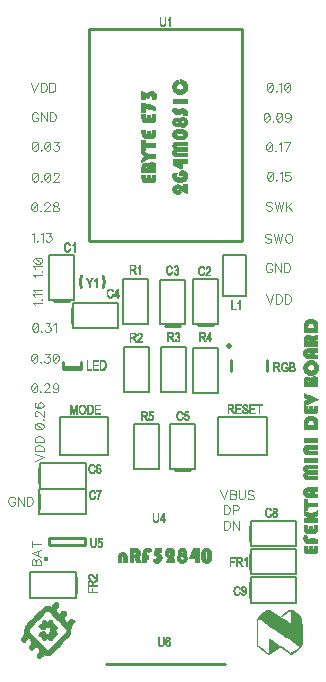
<source format=gbr>
G04 DipTrace 3.2.0.1*
G04 TopSilk.gbr*
%MOMM*%
G04 #@! TF.FileFunction,Legend,Top*
G04 #@! TF.Part,Single*
%ADD10C,0.25*%
%ADD12C,0.0762*%
%ADD13C,0.05*%
%ADD20C,0.2*%
%ADD29O,0.47127X0.4628*%
%ADD36O,0.39127X0.39145*%
%ADD87C,0.11765*%
%FSLAX35Y35*%
G04*
G71*
G90*
G75*
G01*
G04 TopSilk*
%LPD*%
X-774283Y-1406470D2*
D10*
X-904183D1*
X446950Y-1607053D2*
X317050D1*
X163950Y-1613053D2*
X34050D1*
X-750053Y-1591950D2*
Y-1462050D1*
X249950Y-2836053D2*
X120050D1*
X-1025573Y-2948747D2*
Y-2818847D1*
X-1025690Y-3167820D2*
Y-3037920D1*
X755947Y-3438357D2*
Y-3308457D1*
Y-3916950D2*
Y-3787050D1*
Y-3676950D2*
Y-3547050D1*
X-713770Y-3743603D2*
Y-3873503D1*
X-829920Y-1979920D2*
Y-1920080D1*
X-670080Y-1979920D2*
Y-1920080D1*
Y-1961088D2*
X-829920D1*
X-670080Y-1980008D2*
X-829920D1*
D29*
X578565Y-1788124D3*
X899998Y-2000024D2*
D10*
Y-1900028D1*
X600024Y-2000024D2*
Y-1900028D1*
X-607944Y900000D2*
X691944D1*
Y-899908D1*
X-607944D1*
Y900000D1*
X-944140Y-3471691D2*
X-644153D1*
Y-3411695D1*
X-944140D1*
Y-3471691D1*
D36*
X-967510Y-3589108D3*
X-458027Y-4480000D2*
D10*
X542027D1*
X-485405Y-1292520D2*
G03X-488108Y-1192530I-94614J47474D01*
G01*
X-668145D2*
G03X-670849Y-1292520I91911J-52516D01*
G01*
X275737Y-1217993D2*
D20*
X488047D1*
Y-1596843D1*
X275737D1*
Y-1217993D1*
X-7767Y-1223077D2*
X204543D1*
Y-1601927D1*
X-7767D1*
Y-1223077D1*
X-318380Y-1218133D2*
X-106070D1*
Y-1596983D1*
X-318380D1*
Y-1218133D1*
X-946370Y-1017120D2*
X-734060D1*
Y-1395970D1*
X-946370D1*
Y-1017120D1*
X-740823Y-1421560D2*
X-361973D1*
Y-1633870D1*
X-740823D1*
Y-1421560D1*
X-307073Y-1796000D2*
X-94763D1*
Y-2174850D1*
X-307073D1*
Y-1796000D1*
X2093D2*
X214403D1*
Y-2174850D1*
X2093D1*
Y-1796000D1*
X276453Y-1804190D2*
X488763D1*
Y-2183040D1*
X276453D1*
Y-1804190D1*
X-224983Y-2443880D2*
X-12673D1*
Y-2822730D1*
X-224983D1*
Y-2443880D1*
X78890Y-2446573D2*
X291200D1*
Y-2825423D1*
X78890D1*
Y-2446573D1*
X-851010Y-2386727D2*
X-441380D1*
Y-2710837D1*
X-851010D1*
Y-2386727D1*
X-1102737Y-3702717D2*
X-712660D1*
Y-3915027D1*
X-1102737D1*
Y-3702717D1*
X767137Y-3744813D2*
X1145987D1*
Y-3957123D1*
X767137D1*
Y-3744813D1*
X765987Y-3505010D2*
X1144837D1*
Y-3717320D1*
X765987D1*
Y-3505010D1*
Y-3267277D2*
X1144837D1*
Y-3479587D1*
X765987D1*
Y-3267277D1*
X489750Y-2385807D2*
X899380D1*
Y-2709917D1*
X489750D1*
Y-2385807D1*
X-1025253Y-2999283D2*
X-635177D1*
Y-3211593D1*
X-1025253D1*
Y-2999283D1*
X-1024863Y-2779580D2*
X-634787D1*
Y-2991890D1*
X-1024863D1*
Y-2779580D1*
X525953Y-1010933D2*
X726627D1*
Y-1365210D1*
X525953D1*
Y-1010933D1*
X-797263Y-908373D2*
D13*
X-782263D1*
X-732263D2*
X-727263D1*
X-801762Y-910873D2*
X-778619D1*
X-733223D2*
X-727263D1*
X-805636Y-913373D2*
X-775489D1*
X-734385D2*
X-727263D1*
X-808645Y-915873D2*
X-796762D1*
X-783141D2*
X-772954D1*
X-735875D2*
X-727263D1*
X-810865Y-918373D2*
X-800636D1*
X-779808D2*
X-770979D1*
X-737776D2*
X-727263D1*
X-812571Y-920873D2*
X-803645D1*
X-777216D2*
X-769376D1*
X-739978D2*
X-727263D1*
X-814008Y-923373D2*
X-805865D1*
X-775164D2*
X-767909D1*
X-742337D2*
X-727263D1*
X-815246Y-925873D2*
X-807571D1*
X-773727D2*
X-766389D1*
X-744689D2*
X-727263D1*
X-816208Y-928373D2*
X-809008D1*
X-772864D2*
X-764763D1*
X-746783D2*
X-739763D1*
X-734763D2*
X-727263D1*
X-816867Y-930873D2*
X-810246D1*
X-772263D2*
X-769763D1*
X-748421D2*
X-742263D1*
X-734763D2*
X-727263D1*
X-817472Y-933373D2*
X-811198D1*
X-749763D2*
X-744763D1*
X-734763D2*
X-727263D1*
X-818197Y-935873D2*
X-811769D1*
X-734763D2*
X-727263D1*
X-818889Y-938373D2*
X-812056D1*
X-734763D2*
X-727263D1*
X-819345Y-940873D2*
X-812182D1*
X-734763D2*
X-727263D1*
X-819584Y-943373D2*
X-812233D1*
X-734763D2*
X-727263D1*
X-819692Y-945873D2*
X-812253D1*
X-734763D2*
X-727263D1*
X-819727Y-948373D2*
X-812260D1*
X-734763D2*
X-727263D1*
X-819656Y-950873D2*
X-812262D1*
X-734763D2*
X-727263D1*
X-819344Y-953373D2*
X-812253D1*
X-734763D2*
X-727263D1*
X-818747Y-955873D2*
X-812166D1*
X-734763D2*
X-727263D1*
X-818097Y-958373D2*
X-811837D1*
X-769763D2*
X-767263D1*
X-734763D2*
X-727263D1*
X-817574Y-960873D2*
X-811151D1*
X-770628D2*
X-766205D1*
X-734763D2*
X-727263D1*
X-817013Y-963373D2*
X-810181D1*
X-771469D2*
X-765557D1*
X-734763D2*
X-727263D1*
X-816221Y-965873D2*
X-809049D1*
X-772360D2*
X-766076D1*
X-734763D2*
X-727263D1*
X-815208Y-968373D2*
X-807750D1*
X-773620D2*
X-766933D1*
X-734763D2*
X-727263D1*
X-814058Y-970873D2*
X-806046D1*
X-775435D2*
X-768012D1*
X-734763D2*
X-727263D1*
X-812763Y-973373D2*
X-803844D1*
X-778048D2*
X-769279D1*
X-734763D2*
X-727263D1*
X-811194Y-975873D2*
X-798226D1*
X-782321D2*
X-770838D1*
X-734763D2*
X-727263D1*
X-809166Y-978373D2*
X-789869D1*
X-789028D2*
X-772862D1*
X-734763D2*
X-727263D1*
X-806565Y-980873D2*
X-775462D1*
X-734763D2*
X-727263D1*
X-803342Y-983373D2*
X-778685D1*
X-734763D2*
X-727263D1*
X-799763Y-985873D2*
X-782263D1*
X-734763D2*
X-727263D1*
X339000Y-1109527D2*
X354000D1*
X394000D2*
X409000D1*
X334501Y-1112027D2*
X357644D1*
X390441D2*
X411490D1*
X330627Y-1114527D2*
X360774D1*
X387553D2*
X413893D1*
X327618Y-1117027D2*
X339501D1*
X353122D2*
X363309D1*
X385387D2*
X394010D1*
X405613D2*
X415986D1*
X325399Y-1119527D2*
X335627D1*
X356455D2*
X365284D1*
X383783D2*
X391607D1*
X408857D2*
X417559D1*
X323692Y-1122027D2*
X332618D1*
X359047D2*
X366888D1*
X382669D2*
X389523D1*
X411131D2*
X418722D1*
X322255Y-1124527D2*
X330399D1*
X361100D2*
X368355D1*
X382030D2*
X388029D1*
X412835D2*
X419728D1*
X321018Y-1127027D2*
X328692D1*
X362536D2*
X369875D1*
X381704D2*
X387128D1*
X413434D2*
X420536D1*
X320056Y-1129527D2*
X327255D1*
X363399D2*
X371500D1*
X381500D2*
X386500D1*
X413749D2*
X420954D1*
X319396Y-1132027D2*
X326018D1*
X364000D2*
X366500D1*
X413808D2*
X420893D1*
X318791Y-1134527D2*
X325065D1*
X413539D2*
X420400D1*
X318066Y-1137027D2*
X324494D1*
X412875D2*
X419719D1*
X317374Y-1139527D2*
X324208D1*
X411914D2*
X418972D1*
X316919Y-1142027D2*
X324081D1*
X410784D2*
X418050D1*
X316680Y-1144527D2*
X324030D1*
X409496D2*
X416899D1*
X316571Y-1147027D2*
X324011D1*
X407939D2*
X415493D1*
X316536Y-1149527D2*
X324004D1*
X406008D2*
X413907D1*
X316607Y-1152027D2*
X324001D1*
X403793D2*
X412302D1*
X316920Y-1154527D2*
X324010D1*
X401419D2*
X410573D1*
X317516Y-1157027D2*
X324098D1*
X398970D2*
X408561D1*
X318166Y-1159527D2*
X324426D1*
X366500D2*
X369000D1*
X396489D2*
X406313D1*
X318690Y-1162027D2*
X325113D1*
X365636D2*
X370059D1*
X394006D2*
X403926D1*
X319250Y-1164527D2*
X326082D1*
X364794D2*
X370706D1*
X391596D2*
X401473D1*
X320043Y-1167027D2*
X327214D1*
X363904D2*
X370188D1*
X389416D2*
X399000D1*
X321056Y-1169527D2*
X328513D1*
X362644D2*
X369331D1*
X387525D2*
X396594D1*
X322205Y-1172027D2*
X330217D1*
X360829D2*
X368251D1*
X385763D2*
X394415D1*
X323500Y-1174527D2*
X332420D1*
X358215D2*
X366984D1*
X384106D2*
X392515D1*
X325069Y-1177027D2*
X338037D1*
X353943D2*
X365425D1*
X382765D2*
X390663D1*
X327097Y-1179527D2*
X346395D1*
X347235D2*
X363401D1*
X381706D2*
X388637D1*
X329698Y-1182027D2*
X360802D1*
X380722D2*
X421500D1*
X332922Y-1184527D2*
X357578D1*
X379813D2*
X421500D1*
X336500Y-1187027D2*
X354000D1*
X379000D2*
X421500D1*
X68000Y-1102527D2*
X83000D1*
X123000D2*
X135500D1*
X63501Y-1105027D2*
X86644D1*
X119742D2*
X138459D1*
X59627Y-1107527D2*
X89774D1*
X117232D2*
X140985D1*
X56618Y-1110027D2*
X68501D1*
X82122D2*
X92309D1*
X115344D2*
X123105D1*
X135395D2*
X142896D1*
X54399Y-1112527D2*
X64627D1*
X85455D2*
X94284D1*
X113815D2*
X121022D1*
X137477D2*
X144188D1*
X52692Y-1115027D2*
X61618D1*
X88047D2*
X95888D1*
X112516D2*
X119529D1*
X138961D2*
X144910D1*
X51255Y-1117527D2*
X59399D1*
X90100D2*
X97355D1*
X111430D2*
X118628D1*
X139805D2*
X145257D1*
X50018Y-1120027D2*
X57692D1*
X91536D2*
X98875D1*
X110500D2*
X118000D1*
X140204D2*
X145406D1*
X49056Y-1122527D2*
X56255D1*
X92399D2*
X100500D1*
X140272D2*
X145456D1*
X48396Y-1125027D2*
X55018D1*
X93000D2*
X95500D1*
X140097D2*
X145381D1*
X47791Y-1127527D2*
X54065D1*
X138808D2*
X144982D1*
X47066Y-1130027D2*
X53494D1*
X135676D2*
X144077D1*
X46374Y-1132527D2*
X53208D1*
X132077D2*
X142936D1*
X45919Y-1135027D2*
X53081D1*
X129006D2*
X141953D1*
X45680Y-1137527D2*
X53030D1*
X126979D2*
X142261D1*
X45571Y-1140027D2*
X53011D1*
X125500D2*
X143745D1*
X45536Y-1142527D2*
X53004D1*
X131921D2*
X145347D1*
X45607Y-1145027D2*
X53001D1*
X136601D2*
X146700D1*
X45920Y-1147527D2*
X53010D1*
X140049D2*
X147773D1*
X46516Y-1150027D2*
X53098D1*
X141489D2*
X148746D1*
X47166Y-1152527D2*
X53426D1*
X95500D2*
X98000D1*
X142323D2*
X149542D1*
X47690Y-1155027D2*
X54113D1*
X94636D2*
X99059D1*
X142723D2*
X149956D1*
X48250Y-1157527D2*
X55082D1*
X93794D2*
X99706D1*
X142884D2*
X149894D1*
X49043Y-1160027D2*
X56214D1*
X92904D2*
X99188D1*
X110500D2*
X115500D1*
X142854D2*
X149400D1*
X50056Y-1162527D2*
X57513D1*
X91644D2*
X98331D1*
X110595D2*
X116460D1*
X142463D2*
X148719D1*
X51205Y-1165027D2*
X59217D1*
X89829D2*
X97251D1*
X110925D2*
X117661D1*
X141694D2*
X147972D1*
X52500Y-1167527D2*
X61420D1*
X87215D2*
X95984D1*
X111622D2*
X119120D1*
X139453D2*
X147050D1*
X54069Y-1170027D2*
X67037D1*
X82943D2*
X94425D1*
X112689D2*
X122873D1*
X135766D2*
X145880D1*
X56097Y-1172527D2*
X75395D1*
X76235D2*
X92401D1*
X114236D2*
X128556D1*
X130017D2*
X144290D1*
X58698Y-1175027D2*
X89802D1*
X116508D2*
X142002D1*
X61922Y-1177527D2*
X86578D1*
X119545D2*
X138958D1*
X65500Y-1180027D2*
X83000D1*
X123000D2*
X135500D1*
X-435187Y-1298553D2*
X-420187D1*
X-367687D2*
X-362687D1*
X-439686Y-1301053D2*
X-416542D1*
X-369237D2*
X-362687D1*
X-443560Y-1303553D2*
X-413412D1*
X-370663D2*
X-362687D1*
X-446569Y-1306053D2*
X-434686D1*
X-421064D2*
X-410877D1*
X-372002D2*
X-362687D1*
X-448788Y-1308553D2*
X-438560D1*
X-417732D2*
X-408903D1*
X-373297D2*
X-362687D1*
X-450494Y-1311053D2*
X-441569D1*
X-415140D2*
X-407299D1*
X-374642D2*
X-362687D1*
X-451932Y-1313553D2*
X-443788D1*
X-413087D2*
X-405832D1*
X-376136D2*
X-362687D1*
X-453169Y-1316053D2*
X-445494D1*
X-411650D2*
X-404312D1*
X-377748D2*
X-362687D1*
X-454131Y-1318553D2*
X-446932D1*
X-410788D2*
X-402687D1*
X-379280D2*
X-372291D1*
X-367687D2*
X-362687D1*
X-454790Y-1321053D2*
X-448169D1*
X-410187D2*
X-407687D1*
X-380685D2*
X-374083D1*
X-367687D2*
X-362687D1*
X-455395Y-1323553D2*
X-449121D1*
X-382012D2*
X-375607D1*
X-367687D2*
X-362687D1*
X-456120Y-1326053D2*
X-449693D1*
X-383291D2*
X-376983D1*
X-367687D2*
X-362687D1*
X-456813Y-1328553D2*
X-449979D1*
X-384556D2*
X-378281D1*
X-367687D2*
X-362687D1*
X-457268Y-1331053D2*
X-450105D1*
X-385808D2*
X-379552D1*
X-367687D2*
X-362687D1*
X-457507Y-1333553D2*
X-450157D1*
X-387062D2*
X-380817D1*
X-367687D2*
X-362687D1*
X-457615Y-1336053D2*
X-450176D1*
X-388320D2*
X-382149D1*
X-367687D2*
X-362687D1*
X-457650Y-1338553D2*
X-450183D1*
X-389650D2*
X-383639D1*
X-367687D2*
X-362687D1*
X-457580Y-1341053D2*
X-450185D1*
X-391129D2*
X-385257D1*
X-367687D2*
X-362687D1*
X-457267Y-1343553D2*
X-450177D1*
X-392652D2*
X-386854D1*
X-367687D2*
X-362687D1*
X-456671Y-1346053D2*
X-450089D1*
X-393854D2*
X-388480D1*
X-367687D2*
X-362687D1*
X-456021Y-1348553D2*
X-449761D1*
X-407687D2*
X-405187D1*
X-394573D2*
X-390187D1*
X-367687D2*
X-362687D1*
X-455497Y-1351053D2*
X-449074D1*
X-408551D2*
X-404128D1*
X-394930D2*
X-352687D1*
X-454937Y-1353553D2*
X-448105D1*
X-409393D2*
X-403481D1*
X-395087D2*
X-352687D1*
X-454144Y-1356053D2*
X-446972D1*
X-410283D2*
X-403999D1*
X-395152D2*
X-352687D1*
X-453131Y-1358553D2*
X-445673D1*
X-411543D2*
X-404856D1*
X-367687D2*
X-362687D1*
X-451982Y-1361053D2*
X-443970D1*
X-413358D2*
X-405935D1*
X-367687D2*
X-362687D1*
X-450686Y-1363553D2*
X-441767D1*
X-415971D2*
X-407203D1*
X-367687D2*
X-362687D1*
X-449117Y-1366053D2*
X-436149D1*
X-420244D2*
X-408761D1*
X-367687D2*
X-362687D1*
X-447090Y-1368553D2*
X-427792D1*
X-426952D2*
X-410785D1*
X-367687D2*
X-362687D1*
X-444489Y-1371053D2*
X-413385D1*
X-367687D2*
X-362687D1*
X-441265Y-1373553D2*
X-416608D1*
X-367687D2*
X-362687D1*
X-437687Y-1376053D2*
X-420187D1*
X-367687D2*
X-362687D1*
X155000Y-2337033D2*
X170000D1*
X205000D2*
X235000D1*
X150501Y-2339533D2*
X173644D1*
X203846D2*
X235000D1*
X146627Y-2342033D2*
X176774D1*
X203128D2*
X235000D1*
X143618Y-2344533D2*
X155501D1*
X169122D2*
X179309D1*
X202765D2*
X207500D1*
X141399Y-2347033D2*
X151627D1*
X172455D2*
X181284D1*
X202594D2*
X207500D1*
X139692Y-2349533D2*
X148618D1*
X175047D2*
X182888D1*
X202441D2*
X207490D1*
X138255Y-2352033D2*
X146399D1*
X177100D2*
X184355D1*
X202097D2*
X207402D1*
X137018Y-2354533D2*
X144692D1*
X178536D2*
X185875D1*
X201490D2*
X207103D1*
X136056Y-2357033D2*
X143255D1*
X179399D2*
X187500D1*
X200846D2*
X206694D1*
X135396Y-2359533D2*
X142018D1*
X180000D2*
X182500D1*
X200408D2*
X206442D1*
X134791Y-2362033D2*
X141065D1*
X200167D2*
X207961D1*
X212500D2*
X222500D1*
X134066Y-2364533D2*
X140494D1*
X199973D2*
X226059D1*
X133374Y-2367033D2*
X140208D1*
X199630D2*
X228947D1*
X132919Y-2369533D2*
X140081D1*
X199204D2*
X210103D1*
X222490D2*
X231113D1*
X132680Y-2372033D2*
X140030D1*
X198944D2*
X207991D1*
X224893D2*
X232727D1*
X132571Y-2374533D2*
X140011D1*
X200462D2*
X206346D1*
X226976D2*
X233929D1*
X132536Y-2377033D2*
X140004D1*
X202500D2*
X205000D1*
X228461D2*
X234884D1*
X132607Y-2379533D2*
X140001D1*
X229305D2*
X235794D1*
X132920Y-2382033D2*
X140010D1*
X229713D2*
X236570D1*
X133516Y-2384533D2*
X140098D1*
X229889D2*
X237051D1*
X134166Y-2387033D2*
X140426D1*
X182500D2*
X185000D1*
X229960D2*
X237215D1*
X134690Y-2389533D2*
X141113D1*
X181636D2*
X186059D1*
X229976D2*
X237010D1*
X135250Y-2392033D2*
X142082D1*
X180794D2*
X186706D1*
X229898D2*
X236457D1*
X136043Y-2394533D2*
X143214D1*
X179904D2*
X186188D1*
X197500D2*
X202500D1*
X229572D2*
X235824D1*
X137056Y-2397033D2*
X144513D1*
X178644D2*
X185331D1*
X197595D2*
X203460D1*
X228877D2*
X235297D1*
X138205Y-2399533D2*
X146217D1*
X176829D2*
X184251D1*
X197925D2*
X204661D1*
X227781D2*
X234661D1*
X139500Y-2402033D2*
X148420D1*
X174215D2*
X182984D1*
X198622D2*
X206120D1*
X226371D2*
X233629D1*
X141069Y-2404533D2*
X154037D1*
X169943D2*
X181425D1*
X199689D2*
X209873D1*
X222624D2*
X232238D1*
X143097Y-2407033D2*
X162395D1*
X163235D2*
X179401D1*
X201236D2*
X215556D1*
X216943D2*
X230633D1*
X145698Y-2409533D2*
X176802D1*
X203508D2*
X228564D1*
X148922Y-2412033D2*
X173578D1*
X206545D2*
X225753D1*
X152500Y-2414533D2*
X170000D1*
X210000D2*
X222500D1*
X-589577Y-2784133D2*
X-574577D1*
X-532077D2*
X-519577D1*
X-594076Y-2786633D2*
X-570932D1*
X-535635D2*
X-517172D1*
X-597950Y-2789133D2*
X-567802D1*
X-538523D2*
X-515002D1*
X-600959Y-2791633D2*
X-589076D1*
X-575454D2*
X-565267D1*
X-540690D2*
X-532067D1*
X-523050D2*
X-513199D1*
X-603178Y-2794133D2*
X-592950D1*
X-572122D2*
X-563293D1*
X-542303D2*
X-534469D1*
X-520030D2*
X-511756D1*
X-604884Y-2796633D2*
X-595959D1*
X-569530D2*
X-561689D1*
X-543505D2*
X-536553D1*
X-517964D2*
X-510700D1*
X-606322Y-2799133D2*
X-598178D1*
X-567477D2*
X-560222D1*
X-544461D2*
X-538048D1*
X-516258D2*
X-510044D1*
X-607559Y-2801633D2*
X-599884D1*
X-566040D2*
X-558702D1*
X-545370D2*
X-538980D1*
X-514577D2*
X-509577D1*
X-608521Y-2804133D2*
X-601322D1*
X-565178D2*
X-557077D1*
X-546147D2*
X-539706D1*
X-609180Y-2806633D2*
X-602559D1*
X-564577D2*
X-562077D1*
X-546637D2*
X-540481D1*
X-609785Y-2809133D2*
X-603511D1*
X-546889D2*
X-541192D1*
X-610510Y-2811633D2*
X-604083D1*
X-547003D2*
X-541645D1*
X-611203Y-2814133D2*
X-604369D1*
X-547049D2*
X-541791D1*
X-532077D2*
X-519577D1*
X-611658Y-2816633D2*
X-604495D1*
X-547067D2*
X-541514D1*
X-535036D2*
X-517086D1*
X-611897Y-2819133D2*
X-604547D1*
X-547073D2*
X-540705D1*
X-538413D2*
X-514684D1*
X-612005Y-2821633D2*
X-604566D1*
X-547076D2*
X-531480D1*
X-522964D2*
X-512591D1*
X-612040Y-2824133D2*
X-604573D1*
X-547076D2*
X-535024D1*
X-519719D2*
X-511018D1*
X-611970Y-2826633D2*
X-604575D1*
X-547077D2*
X-537750D1*
X-517446D2*
X-509855D1*
X-611657Y-2829133D2*
X-604567D1*
X-547077D2*
X-538792D1*
X-515742D2*
X-508848D1*
X-611061Y-2831633D2*
X-604479D1*
X-547077D2*
X-539611D1*
X-515143D2*
X-508031D1*
X-610411Y-2834133D2*
X-604151D1*
X-562077D2*
X-559577D1*
X-547077D2*
X-540349D1*
X-514818D2*
X-507535D1*
X-609887Y-2836633D2*
X-603464D1*
X-562941D2*
X-558518D1*
X-547067D2*
X-540763D1*
X-514671D2*
X-507365D1*
X-609327Y-2839133D2*
X-602495D1*
X-563783D2*
X-557871D1*
X-546979D2*
X-540625D1*
X-514621D2*
X-507568D1*
X-608534Y-2841633D2*
X-601362D1*
X-564673D2*
X-558389D1*
X-546651D2*
X-540131D1*
X-514687D2*
X-508129D1*
X-607521Y-2844133D2*
X-600063D1*
X-565933D2*
X-559246D1*
X-545964D2*
X-539389D1*
X-515017D2*
X-508840D1*
X-606372Y-2846633D2*
X-598360D1*
X-567748D2*
X-560325D1*
X-544995D2*
X-538158D1*
X-515837D2*
X-509598D1*
X-605076Y-2849133D2*
X-596157D1*
X-570361D2*
X-561593D1*
X-543862D2*
X-536128D1*
X-517098D2*
X-510524D1*
X-603507Y-2851633D2*
X-590539D1*
X-574634D2*
X-563151D1*
X-542563D2*
X-532840D1*
X-521079D2*
X-511696D1*
X-601480Y-2854133D2*
X-582182D1*
X-581342D2*
X-565175D1*
X-540911D2*
X-527943D1*
X-527178D2*
X-513286D1*
X-598879Y-2856633D2*
X-567775D1*
X-538595D2*
X-515575D1*
X-595655Y-2859133D2*
X-570998D1*
X-535540D2*
X-518619D1*
X-592077Y-2861633D2*
X-574577D1*
X-532077D2*
X-522077D1*
X-586310Y-3004900D2*
X-571310D1*
X-543810D2*
X-503810D1*
X-590809Y-3007400D2*
X-567666D1*
X-543810D2*
X-504206D1*
X-594683Y-3009900D2*
X-564536D1*
X-543810D2*
X-504924D1*
X-597692Y-3012400D2*
X-585809D1*
X-572188D2*
X-562001D1*
X-513414D2*
X-505977D1*
X-599911Y-3014900D2*
X-589683D1*
X-568855D2*
X-560026D1*
X-515206D2*
X-507342D1*
X-601618Y-3017400D2*
X-592692D1*
X-566263D2*
X-558422D1*
X-516731D2*
X-508902D1*
X-603055Y-3019900D2*
X-594911D1*
X-564210D2*
X-556955D1*
X-518106D2*
X-510414D1*
X-604292Y-3022400D2*
X-596618D1*
X-562774D2*
X-555435D1*
X-519404D2*
X-511812D1*
X-605254Y-3024900D2*
X-598055D1*
X-561911D2*
X-553810D1*
X-520675D2*
X-513136D1*
X-605914Y-3027400D2*
X-599292D1*
X-561310D2*
X-558810D1*
X-521930D2*
X-514415D1*
X-606519Y-3029900D2*
X-600245D1*
X-523175D2*
X-515669D1*
X-607244Y-3032400D2*
X-600816D1*
X-524346D2*
X-516844D1*
X-607936Y-3034900D2*
X-601102D1*
X-525358D2*
X-517857D1*
X-608391Y-3037400D2*
X-601229D1*
X-526238D2*
X-518747D1*
X-608630Y-3039900D2*
X-601280D1*
X-527129D2*
X-519717D1*
X-608739Y-3042400D2*
X-601299D1*
X-527983D2*
X-520802D1*
X-608774Y-3044900D2*
X-601306D1*
X-528788D2*
X-521897D1*
X-608703Y-3047400D2*
X-601309D1*
X-529638D2*
X-522877D1*
X-608390Y-3049900D2*
X-601300D1*
X-530402D2*
X-523745D1*
X-607794Y-3052400D2*
X-601212D1*
X-530972D2*
X-524621D1*
X-607144Y-3054900D2*
X-600884D1*
X-558810D2*
X-556310D1*
X-531540D2*
X-525386D1*
X-606620Y-3057400D2*
X-600197D1*
X-559674D2*
X-555251D1*
X-532252D2*
X-525882D1*
X-606060Y-3059900D2*
X-599228D1*
X-560516D2*
X-554604D1*
X-532939D2*
X-526221D1*
X-605267Y-3062400D2*
X-598096D1*
X-561406D2*
X-555122D1*
X-533392D2*
X-526653D1*
X-604254Y-3064900D2*
X-596797D1*
X-562666D2*
X-555979D1*
X-533640D2*
X-527298D1*
X-603105Y-3067400D2*
X-595093D1*
X-564481D2*
X-557059D1*
X-533836D2*
X-527956D1*
X-601810Y-3069900D2*
X-592890D1*
X-567095D2*
X-558326D1*
X-534200D2*
X-528399D1*
X-600241Y-3072400D2*
X-587273D1*
X-571367D2*
X-559885D1*
X-534816D2*
X-528633D1*
X-598213Y-3074900D2*
X-578915D1*
X-578075D2*
X-561909D1*
X-535463D2*
X-528740D1*
X-595612Y-3077400D2*
X-564508D1*
X-535903D2*
X-528784D1*
X-592388Y-3079900D2*
X-567732D1*
X-536149D2*
X-528801D1*
X-588810Y-3082400D2*
X-571310D1*
X-536310D2*
X-528810D1*
X904363Y-3155437D2*
X919363D1*
X959363D2*
X971863D1*
X899864Y-3157937D2*
X923008D1*
X956873D2*
X975121D1*
X895990Y-3160437D2*
X926138D1*
X954471D2*
X977622D1*
X892981Y-3162937D2*
X904864D1*
X918486D2*
X928673D1*
X952387D2*
X959759D1*
X971758D2*
X979431D1*
X890762Y-3165437D2*
X900990D1*
X921818D2*
X930647D1*
X950902D2*
X957977D1*
X973840D2*
X980728D1*
X889056Y-3167937D2*
X897981D1*
X924410D2*
X932251D1*
X950058D2*
X956540D1*
X975325D2*
X981723D1*
X887618Y-3170437D2*
X895762D1*
X926463D2*
X933718D1*
X949650D2*
X955503D1*
X976169D2*
X982639D1*
X886381Y-3172937D2*
X894056D1*
X927900D2*
X935238D1*
X949474D2*
X954979D1*
X976567D2*
X983333D1*
X885419Y-3175437D2*
X892618D1*
X928762D2*
X936863D1*
X949414D2*
X955006D1*
X976645D2*
X983712D1*
X884760Y-3177937D2*
X891381D1*
X929363D2*
X931863D1*
X949485D2*
X955609D1*
X976499D2*
X983107D1*
X884155Y-3180437D2*
X890429D1*
X949892D2*
X956599D1*
X975396D2*
X982123D1*
X883430Y-3182937D2*
X889857D1*
X950903D2*
X959168D1*
X971828D2*
X980709D1*
X882737Y-3185437D2*
X889571D1*
X952556D2*
X965019D1*
X966245D2*
X978838D1*
X882282Y-3187937D2*
X889445D1*
X954628D2*
X976661D1*
X882043Y-3190437D2*
X889393D1*
X956863D2*
X974363D1*
X881935Y-3192937D2*
X889374D1*
X953605D2*
X977912D1*
X881900Y-3195437D2*
X889367D1*
X951105D2*
X959459D1*
X971854D2*
X980722D1*
X881970Y-3197937D2*
X889365D1*
X949305D2*
X957289D1*
X974256D2*
X982658D1*
X882283Y-3200437D2*
X889373D1*
X948097D2*
X955486D1*
X976340D2*
X983981D1*
X882879Y-3202937D2*
X889461D1*
X947420D2*
X954043D1*
X977825D2*
X985053D1*
X883529Y-3205437D2*
X889789D1*
X931863D2*
X934363D1*
X947093D2*
X952994D1*
X978669D2*
X985895D1*
X884053Y-3207937D2*
X890476D1*
X930999D2*
X935422D1*
X946952D2*
X952392D1*
X979077D2*
X986401D1*
X884613Y-3210437D2*
X891445D1*
X930157D2*
X936069D1*
X946896D2*
X952178D1*
X979243D2*
X986574D1*
X885406Y-3212937D2*
X892578D1*
X929267D2*
X935551D1*
X946885D2*
X952374D1*
X979225D2*
X986372D1*
X886419Y-3215437D2*
X893877D1*
X928007D2*
X934694D1*
X946965D2*
X953017D1*
X978913D2*
X985811D1*
X887568Y-3217937D2*
X895580D1*
X926192D2*
X933615D1*
X947291D2*
X954093D1*
X978090D2*
X985090D1*
X888864Y-3220437D2*
X897783D1*
X923579D2*
X932347D1*
X947986D2*
X955494D1*
X976803D2*
X984244D1*
X890433Y-3222937D2*
X903401D1*
X919306D2*
X930789D1*
X949053D2*
X959240D1*
X972386D2*
X982990D1*
X892460Y-3225437D2*
X911758D1*
X912598D2*
X928765D1*
X950599D2*
X964921D1*
X965420D2*
X981133D1*
X895061Y-3227937D2*
X926165D1*
X952871D2*
X978612D1*
X898285Y-3230437D2*
X922942D1*
X955909D2*
X975423D1*
X901863Y-3232937D2*
X919363D1*
X959363D2*
X971863D1*
X639757Y-3816633D2*
X654757D1*
X694757D2*
X704757D1*
X635258Y-3819133D2*
X658401D1*
X691198D2*
X708401D1*
X631384Y-3821633D2*
X661531D1*
X688310D2*
X711531D1*
X628375Y-3824133D2*
X640258D1*
X653879D2*
X664066D1*
X686144D2*
X694852D1*
X707161D2*
X714066D1*
X626155Y-3826633D2*
X636384D1*
X657212D2*
X666041D1*
X684540D2*
X692682D1*
X709331D2*
X716031D1*
X624449Y-3829133D2*
X633375D1*
X659804D2*
X667644D1*
X683426D2*
X690879D1*
X711134D2*
X717539D1*
X623012Y-3831633D2*
X631155D1*
X661856D2*
X669111D1*
X682789D2*
X689436D1*
X712577D2*
X718612D1*
X621774Y-3834133D2*
X629449D1*
X663293D2*
X670631D1*
X682478D2*
X688387D1*
X713626D2*
X719243D1*
X620812Y-3836633D2*
X628012D1*
X664156D2*
X672257D1*
X682343D2*
X687775D1*
X714238D2*
X719636D1*
X620153Y-3839133D2*
X626774D1*
X664757D2*
X667257D1*
X682288D2*
X687483D1*
X714530D2*
X720088D1*
X619548Y-3841633D2*
X625822D1*
X682268D2*
X687439D1*
X714575D2*
X720740D1*
X618823Y-3844133D2*
X625251D1*
X682270D2*
X687714D1*
X714300D2*
X721402D1*
X618131Y-3846633D2*
X624964D1*
X682356D2*
X688390D1*
X713623D2*
X721845D1*
X617675Y-3849133D2*
X624838D1*
X682683D2*
X689479D1*
X712534D2*
X722079D1*
X617436Y-3851633D2*
X624787D1*
X683379D2*
X690886D1*
X711127D2*
X722186D1*
X617328Y-3854133D2*
X624767D1*
X684446D2*
X694633D1*
X707380D2*
X722230D1*
X617293Y-3856633D2*
X624760D1*
X685992D2*
X700314D1*
X701700D2*
X722237D1*
X617364Y-3859133D2*
X624758D1*
X688264D2*
X722156D1*
X617676Y-3861633D2*
X624767D1*
X691302D2*
X709757D1*
X714757D2*
X721839D1*
X618273Y-3864133D2*
X624854D1*
X694757D2*
X704757D1*
X714757D2*
X721241D1*
X618923Y-3866633D2*
X625183D1*
X667257D2*
X669757D1*
X714747D2*
X720601D1*
X619446Y-3869133D2*
X625869D1*
X666392D2*
X670815D1*
X714659D2*
X720155D1*
X620007Y-3871633D2*
X626839D1*
X665551D2*
X671463D1*
X714331D2*
X719835D1*
X620799Y-3874133D2*
X627971D1*
X664660D2*
X670944D1*
X713644D2*
X719401D1*
X621812Y-3876633D2*
X629270D1*
X663400D2*
X670087D1*
X682257D2*
X689757D1*
X712665D2*
X718670D1*
X622962Y-3879133D2*
X630974D1*
X661585D2*
X669008D1*
X683121D2*
X690277D1*
X711405D2*
X717684D1*
X624257Y-3881633D2*
X633176D1*
X658972D2*
X667741D1*
X683963D2*
X691175D1*
X709862D2*
X716545D1*
X625826Y-3884133D2*
X638794D1*
X654699D2*
X666182D1*
X684863D2*
X694314D1*
X705812D2*
X715244D1*
X627854Y-3886633D2*
X647151D1*
X647992D2*
X664158D1*
X686218D2*
X699032D1*
X699677D2*
X713592D1*
X630455Y-3889133D2*
X661558D1*
X688368D2*
X711275D1*
X633678Y-3891633D2*
X658335D1*
X691342D2*
X708220D1*
X637257Y-3894133D2*
X654757D1*
X694757D2*
X704757D1*
X583700Y-3571547D2*
X626200D1*
X638700D2*
X676200D1*
X723700D2*
X728700D1*
X583700Y-3574047D2*
X626200D1*
X638700D2*
X679458D1*
X722740D2*
X728700D1*
X583700Y-3576547D2*
X626200D1*
X638700D2*
X681968D1*
X721578D2*
X728700D1*
X583700Y-3579047D2*
X591200D1*
X638700D2*
X643700D1*
X672813D2*
X683856D1*
X720089D2*
X728700D1*
X583700Y-3581547D2*
X591200D1*
X638700D2*
X643700D1*
X676057D2*
X685383D1*
X718188D2*
X728700D1*
X583700Y-3584047D2*
X591200D1*
X638700D2*
X643700D1*
X678331D2*
X686658D1*
X715985D2*
X728700D1*
X583700Y-3586547D2*
X591200D1*
X638700D2*
X643700D1*
X680035D2*
X687626D1*
X713626D2*
X728700D1*
X583700Y-3589047D2*
X591200D1*
X638700D2*
X643700D1*
X680634D2*
X688193D1*
X711274D2*
X728700D1*
X583700Y-3591547D2*
X591200D1*
X638700D2*
X643700D1*
X680949D2*
X688394D1*
X709180D2*
X716200D1*
X721200D2*
X728700D1*
X583700Y-3594047D2*
X591200D1*
X638700D2*
X643700D1*
X680998D2*
X688202D1*
X707542D2*
X713700D1*
X721200D2*
X728700D1*
X583700Y-3596547D2*
X591200D1*
X638700D2*
X643700D1*
X680641D2*
X687645D1*
X706200D2*
X711200D1*
X721200D2*
X728700D1*
X583700Y-3599047D2*
X591200D1*
X638700D2*
X643700D1*
X679890D2*
X686926D1*
X721200D2*
X728700D1*
X583700Y-3601547D2*
X591200D1*
X638700D2*
X643700D1*
X677745D2*
X686081D1*
X721200D2*
X728700D1*
X583700Y-3604047D2*
X591200D1*
X638700D2*
X643700D1*
X670733D2*
X684817D1*
X721200D2*
X728700D1*
X583700Y-3606547D2*
X621200D1*
X638700D2*
X643700D1*
X658846D2*
X682865D1*
X721200D2*
X728700D1*
X583700Y-3609047D2*
X621200D1*
X638700D2*
X679957D1*
X721200D2*
X728700D1*
X583700Y-3611547D2*
X621200D1*
X638700D2*
X675913D1*
X721200D2*
X728700D1*
X583700Y-3614047D2*
X591200D1*
X638700D2*
X671200D1*
X721200D2*
X728700D1*
X583700Y-3616547D2*
X591200D1*
X638700D2*
X643700D1*
X663690D2*
X673605D1*
X721200D2*
X728700D1*
X583700Y-3619047D2*
X591200D1*
X638700D2*
X643700D1*
X666102D2*
X675775D1*
X721200D2*
X728700D1*
X583700Y-3621547D2*
X591200D1*
X638700D2*
X643700D1*
X668274D2*
X677587D1*
X721200D2*
X728700D1*
X583700Y-3624047D2*
X591200D1*
X638700D2*
X643700D1*
X670087D2*
X679118D1*
X721200D2*
X728700D1*
X583700Y-3626547D2*
X591200D1*
X638700D2*
X643700D1*
X671628D2*
X680495D1*
X721200D2*
X728700D1*
X583700Y-3629047D2*
X591200D1*
X638700D2*
X643700D1*
X673083D2*
X681804D1*
X721200D2*
X728700D1*
X583700Y-3631547D2*
X591200D1*
X638700D2*
X643700D1*
X674622D2*
X683153D1*
X721200D2*
X728700D1*
X583700Y-3634047D2*
X591200D1*
X638700D2*
X643700D1*
X676252D2*
X684649D1*
X721200D2*
X728700D1*
X583700Y-3636547D2*
X591200D1*
X638700D2*
X643700D1*
X677790D2*
X686261D1*
X721200D2*
X728700D1*
X583700Y-3639047D2*
X591200D1*
X638700D2*
X643700D1*
X679197D2*
X687793D1*
X721200D2*
X728700D1*
X583700Y-3641547D2*
X591200D1*
X638700D2*
X643700D1*
X680517D2*
X689206D1*
X721200D2*
X728700D1*
X583700Y-3644047D2*
X591200D1*
X638700D2*
X643700D1*
X681732D2*
X690598D1*
X721200D2*
X728700D1*
X583700Y-3646547D2*
X591200D1*
X638700D2*
X643700D1*
X682786D2*
X692089D1*
X721200D2*
X728700D1*
X583700Y-3649047D2*
X591200D1*
X638700D2*
X643700D1*
X683700D2*
X693700D1*
X721200D2*
X728700D1*
X-605480Y-3717173D2*
X-585480D1*
X-545480D2*
X-540480D1*
X-609029Y-3719673D2*
X-581731D1*
X-545480D2*
X-540480D1*
X-611839Y-3722173D2*
X-578192D1*
X-545480D2*
X-540480D1*
X-613774Y-3724673D2*
X-605385D1*
X-588376D2*
X-574730D1*
X-545480D2*
X-540480D1*
X-615098Y-3727173D2*
X-607555D1*
X-584094D2*
X-571428D1*
X-545480D2*
X-540480D1*
X-616170Y-3729673D2*
X-609348D1*
X-580157D2*
X-568426D1*
X-545480D2*
X-540480D1*
X-617002Y-3732173D2*
X-610703D1*
X-576610D2*
X-565670D1*
X-545480D2*
X-540480D1*
X-617429Y-3734673D2*
X-611705D1*
X-573498D2*
X-563045D1*
X-545480D2*
X-540480D1*
X-617372Y-3737173D2*
X-611409D1*
X-570697D2*
X-560391D1*
X-545490D2*
X-540480D1*
X-616880Y-3739673D2*
X-610582D1*
X-568064D2*
X-557362D1*
X-545585D2*
X-540480D1*
X-616189Y-3742173D2*
X-609084D1*
X-565501D2*
X-553463D1*
X-545971D2*
X-540480D1*
X-615345Y-3744673D2*
X-606706D1*
X-562893D2*
X-548507D1*
X-546826D2*
X-540480D1*
X-614009Y-3747173D2*
X-603745D1*
X-560058D2*
X-540480D1*
X-611866Y-3749673D2*
X-601096D1*
X-556861D2*
X-540480D1*
X-608894Y-3752173D2*
X-599304D1*
X-553326D2*
X-540480D1*
X-605480Y-3754673D2*
X-597980D1*
X-549497D2*
X-540480D1*
X-545480Y-3757173D2*
X-540480D1*
X-542980Y-3764673D2*
X-540480D1*
X-547125Y-3767173D2*
X-540595D1*
X-605480Y-3769673D2*
X-587980D1*
X-551371D2*
X-540861D1*
X-609029Y-3772173D2*
X-584421D1*
X-555800D2*
X-542126D1*
X-611839Y-3774673D2*
X-581514D1*
X-560149D2*
X-545109D1*
X-613774Y-3777173D2*
X-602384D1*
X-590981D2*
X-579155D1*
X-564119D2*
X-548926D1*
X-615098Y-3779673D2*
X-605937D1*
X-587117D2*
X-576755D1*
X-567806D2*
X-553273D1*
X-616170Y-3782173D2*
X-608692D1*
X-584196D2*
X-573807D1*
X-571570D2*
X-557703D1*
X-617012Y-3784673D2*
X-610002D1*
X-581976D2*
X-561902D1*
X-617527Y-3787173D2*
X-611120D1*
X-581203D2*
X-565712D1*
X-617788Y-3789673D2*
X-611990D1*
X-580787D2*
X-568842D1*
X-617905Y-3792173D2*
X-612519D1*
X-580600D2*
X-571023D1*
X-617952Y-3794673D2*
X-612785D1*
X-580524D2*
X-572486D1*
X-617970Y-3797173D2*
X-612904D1*
X-580495D2*
X-573624D1*
X-617977Y-3799673D2*
X-612952D1*
X-580485D2*
X-574494D1*
X-617979Y-3802173D2*
X-612970D1*
X-580482D2*
X-575021D1*
X-617980Y-3804673D2*
X-612977D1*
X-580481D2*
X-575286D1*
X-617980Y-3807173D2*
X-612979D1*
X-580480D2*
X-575404D1*
X-617980Y-3809673D2*
X-612980D1*
X-580480D2*
X-575453D1*
X-617980Y-3812173D2*
X-540480D1*
X-617980Y-3814673D2*
X-540480D1*
X-617980Y-3817173D2*
X-540480D1*
X-617980Y-3829673D2*
X-612980D1*
X-617980Y-3832173D2*
X-612980D1*
X-617980Y-3834673D2*
X-612980D1*
X-582980D2*
X-577980D1*
X-617980Y-3837173D2*
X-612980D1*
X-582980D2*
X-577980D1*
X-617980Y-3839673D2*
X-612980D1*
X-582980D2*
X-577980D1*
X-617980Y-3842173D2*
X-612980D1*
X-582980D2*
X-577980D1*
X-617980Y-3844673D2*
X-612980D1*
X-582980D2*
X-577980D1*
X-617980Y-3847173D2*
X-612980D1*
X-582980D2*
X-577980D1*
X-617980Y-3849673D2*
X-612980D1*
X-582980D2*
X-577980D1*
X-617980Y-3852173D2*
X-612980D1*
X-582980D2*
X-577980D1*
X-617980Y-3854673D2*
X-612980D1*
X-582980D2*
X-577980D1*
X-617980Y-3857173D2*
X-612980D1*
X-582980D2*
X-577980D1*
X-617980Y-3859673D2*
X-612980D1*
X-582980D2*
X-577980D1*
X-617980Y-3862173D2*
X-612980D1*
X-582980D2*
X-577980D1*
X-617980Y-3864673D2*
X-612980D1*
X-582980D2*
X-577980D1*
X-617980Y-3867173D2*
X-540480D1*
X-617980Y-3869673D2*
X-540480D1*
X-617980Y-3872173D2*
X-540480D1*
X596833Y-1396137D2*
X601833D1*
X666833D2*
X671833D1*
X596833Y-1398637D2*
X601833D1*
X665874D2*
X671833D1*
X596833Y-1401137D2*
X601833D1*
X664712D2*
X671833D1*
X596833Y-1403637D2*
X601833D1*
X663222D2*
X671833D1*
X596833Y-1406137D2*
X601833D1*
X661321D2*
X671833D1*
X596833Y-1408637D2*
X601833D1*
X659119D2*
X671833D1*
X596833Y-1411137D2*
X601833D1*
X656759D2*
X671833D1*
X596833Y-1413637D2*
X601833D1*
X654407D2*
X671833D1*
X596833Y-1416137D2*
X601833D1*
X652314D2*
X659333D1*
X664333D2*
X671833D1*
X596833Y-1418637D2*
X601833D1*
X650676D2*
X656833D1*
X664333D2*
X671833D1*
X596833Y-1421137D2*
X601833D1*
X649333D2*
X654333D1*
X664333D2*
X671833D1*
X596833Y-1423637D2*
X601833D1*
X664333D2*
X671833D1*
X596833Y-1426137D2*
X601833D1*
X664333D2*
X671833D1*
X596833Y-1428637D2*
X601833D1*
X664333D2*
X671833D1*
X596833Y-1431137D2*
X601833D1*
X664333D2*
X671833D1*
X596833Y-1433637D2*
X601833D1*
X664333D2*
X671833D1*
X596833Y-1436137D2*
X601833D1*
X664333D2*
X671833D1*
X596833Y-1438637D2*
X601833D1*
X664333D2*
X671833D1*
X596833Y-1441137D2*
X601833D1*
X664333D2*
X671833D1*
X596833Y-1443637D2*
X601833D1*
X664333D2*
X671833D1*
X596833Y-1446137D2*
X601833D1*
X664333D2*
X671833D1*
X596833Y-1448637D2*
X601833D1*
X664333D2*
X671833D1*
X596833Y-1451137D2*
X601833D1*
X664333D2*
X671833D1*
X596833Y-1453637D2*
X601833D1*
X664333D2*
X671833D1*
X596833Y-1456137D2*
X601833D1*
X664333D2*
X671833D1*
X596833Y-1458637D2*
X601833D1*
X664333D2*
X671833D1*
X596833Y-1461137D2*
X601833D1*
X664333D2*
X671833D1*
X596833Y-1463637D2*
X601833D1*
X664333D2*
X671833D1*
X596833Y-1466137D2*
X601833D1*
X664333D2*
X671833D1*
X596833Y-1468637D2*
X634333D1*
X664333D2*
X671833D1*
X596833Y-1471137D2*
X634333D1*
X664333D2*
X671833D1*
X596833Y-1473637D2*
X634333D1*
X664333D2*
X671833D1*
X-625480Y-1907167D2*
X-620480D1*
X-575480D2*
X-530480D1*
X-515480D2*
X-482980D1*
X-625480Y-1909667D2*
X-620480D1*
X-575480D2*
X-530480D1*
X-515480D2*
X-479336D1*
X-625480Y-1912167D2*
X-620480D1*
X-575480D2*
X-530480D1*
X-515480D2*
X-476206D1*
X-625480Y-1914667D2*
X-620480D1*
X-575480D2*
X-570480D1*
X-515480D2*
X-510480D1*
X-482990D2*
X-473671D1*
X-625480Y-1917167D2*
X-620480D1*
X-575480D2*
X-570480D1*
X-515480D2*
X-510480D1*
X-480578D2*
X-471696D1*
X-625480Y-1919667D2*
X-620480D1*
X-575480D2*
X-570480D1*
X-515480D2*
X-510480D1*
X-478406D2*
X-470100D1*
X-625480Y-1922167D2*
X-620480D1*
X-575480D2*
X-570480D1*
X-515480D2*
X-510480D1*
X-476602D2*
X-468708D1*
X-625480Y-1924667D2*
X-620480D1*
X-575480D2*
X-570480D1*
X-515480D2*
X-510480D1*
X-475150D2*
X-467488D1*
X-625480Y-1927167D2*
X-620480D1*
X-575480D2*
X-570480D1*
X-515480D2*
X-510480D1*
X-474013D2*
X-466542D1*
X-625480Y-1929667D2*
X-620480D1*
X-575480D2*
X-570480D1*
X-515480D2*
X-510480D1*
X-473082D2*
X-465973D1*
X-625480Y-1932167D2*
X-620480D1*
X-575480D2*
X-570480D1*
X-515480D2*
X-510480D1*
X-472182D2*
X-465687D1*
X-625480Y-1934667D2*
X-620480D1*
X-575480D2*
X-570480D1*
X-515480D2*
X-510480D1*
X-471408D2*
X-465561D1*
X-625480Y-1937167D2*
X-620480D1*
X-575480D2*
X-570480D1*
X-515480D2*
X-510480D1*
X-470919D2*
X-465510D1*
X-625480Y-1939667D2*
X-620480D1*
X-575480D2*
X-570480D1*
X-515480D2*
X-510480D1*
X-470667D2*
X-465491D1*
X-625480Y-1942167D2*
X-620480D1*
X-575480D2*
X-532980D1*
X-515480D2*
X-510480D1*
X-470554D2*
X-465484D1*
X-625480Y-1944667D2*
X-620480D1*
X-575480D2*
X-532980D1*
X-515480D2*
X-510480D1*
X-470507D2*
X-465481D1*
X-625480Y-1947167D2*
X-620480D1*
X-575480D2*
X-532980D1*
X-515480D2*
X-510480D1*
X-470500D2*
X-465480D1*
X-625480Y-1949667D2*
X-620480D1*
X-575480D2*
X-570480D1*
X-515480D2*
X-510480D1*
X-470581D2*
X-465480D1*
X-625480Y-1952167D2*
X-620480D1*
X-575480D2*
X-570480D1*
X-515480D2*
X-510480D1*
X-470897D2*
X-465480D1*
X-625480Y-1954667D2*
X-620480D1*
X-575480D2*
X-570480D1*
X-515480D2*
X-510480D1*
X-471495D2*
X-465490D1*
X-625480Y-1957167D2*
X-620480D1*
X-575480D2*
X-570480D1*
X-515480D2*
X-510480D1*
X-472146D2*
X-465578D1*
X-625480Y-1959667D2*
X-620480D1*
X-575480D2*
X-570480D1*
X-515480D2*
X-510480D1*
X-472670D2*
X-465896D1*
X-625480Y-1962167D2*
X-620480D1*
X-575480D2*
X-570480D1*
X-515480D2*
X-510480D1*
X-473230D2*
X-466505D1*
X-625480Y-1964667D2*
X-620480D1*
X-575480D2*
X-570480D1*
X-515480D2*
X-510480D1*
X-474032D2*
X-467234D1*
X-625480Y-1967167D2*
X-620480D1*
X-575480D2*
X-570480D1*
X-515480D2*
X-510480D1*
X-475143D2*
X-467998D1*
X-625480Y-1969667D2*
X-620480D1*
X-575480D2*
X-570480D1*
X-515480D2*
X-510480D1*
X-476797D2*
X-468926D1*
X-625480Y-1972167D2*
X-620480D1*
X-575480D2*
X-570480D1*
X-515480D2*
X-510480D1*
X-479070D2*
X-470090D1*
X-625480Y-1974667D2*
X-620480D1*
X-575480D2*
X-570480D1*
X-515480D2*
X-510480D1*
X-486423D2*
X-471594D1*
X-625480Y-1977167D2*
X-620480D1*
X-575480D2*
X-570480D1*
X-515480D2*
X-510480D1*
X-498244D2*
X-473594D1*
X-625480Y-1979667D2*
X-587980D1*
X-575480D2*
X-530480D1*
X-515480D2*
X-476184D1*
X-625480Y-1982167D2*
X-587980D1*
X-575480D2*
X-530480D1*
X-515480D2*
X-479404D1*
X-625480Y-1984667D2*
X-587980D1*
X-575480D2*
X-530480D1*
X-515480D2*
X-482980D1*
X-262000Y-1097500D2*
X-224500D1*
X-177000D2*
X-172000D1*
X-262000Y-1100000D2*
X-221242D1*
X-177960D2*
X-172000D1*
X-262000Y-1102500D2*
X-218732D1*
X-179122D2*
X-172000D1*
X-262000Y-1105000D2*
X-257000D1*
X-227887D2*
X-216844D1*
X-180611D2*
X-172000D1*
X-262000Y-1107500D2*
X-257000D1*
X-224643D2*
X-215317D1*
X-182512D2*
X-172000D1*
X-262000Y-1110000D2*
X-257000D1*
X-222369D2*
X-214042D1*
X-184715D2*
X-172000D1*
X-262000Y-1112500D2*
X-257000D1*
X-220665D2*
X-213074D1*
X-187074D2*
X-172000D1*
X-262000Y-1115000D2*
X-257000D1*
X-220066D2*
X-212507D1*
X-189426D2*
X-172000D1*
X-262000Y-1117500D2*
X-257000D1*
X-219751D2*
X-212306D1*
X-191520D2*
X-184500D1*
X-179500D2*
X-172000D1*
X-262000Y-1120000D2*
X-257000D1*
X-219702D2*
X-212498D1*
X-193158D2*
X-187000D1*
X-179500D2*
X-172000D1*
X-262000Y-1122500D2*
X-257000D1*
X-220059D2*
X-213055D1*
X-194500D2*
X-189500D1*
X-179500D2*
X-172000D1*
X-262000Y-1125000D2*
X-257000D1*
X-220810D2*
X-213774D1*
X-179500D2*
X-172000D1*
X-262000Y-1127500D2*
X-257000D1*
X-222955D2*
X-214619D1*
X-179500D2*
X-172000D1*
X-262000Y-1130000D2*
X-257000D1*
X-229967D2*
X-215883D1*
X-179500D2*
X-172000D1*
X-262000Y-1132500D2*
X-257000D1*
X-241854D2*
X-217835D1*
X-179500D2*
X-172000D1*
X-262000Y-1135000D2*
X-220743D1*
X-179500D2*
X-172000D1*
X-262000Y-1137500D2*
X-224787D1*
X-179500D2*
X-172000D1*
X-262000Y-1140000D2*
X-229500D1*
X-179500D2*
X-172000D1*
X-262000Y-1142500D2*
X-257000D1*
X-237010D2*
X-227095D1*
X-179500D2*
X-172000D1*
X-262000Y-1145000D2*
X-257000D1*
X-234598D2*
X-224925D1*
X-179500D2*
X-172000D1*
X-262000Y-1147500D2*
X-257000D1*
X-232426D2*
X-223113D1*
X-179500D2*
X-172000D1*
X-262000Y-1150000D2*
X-257000D1*
X-230613D2*
X-221582D1*
X-179500D2*
X-172000D1*
X-262000Y-1152500D2*
X-257000D1*
X-229072D2*
X-220205D1*
X-179500D2*
X-172000D1*
X-262000Y-1155000D2*
X-257000D1*
X-227617D2*
X-218896D1*
X-179500D2*
X-172000D1*
X-262000Y-1157500D2*
X-257000D1*
X-226078D2*
X-217547D1*
X-179500D2*
X-172000D1*
X-262000Y-1160000D2*
X-257000D1*
X-224448D2*
X-216051D1*
X-179500D2*
X-172000D1*
X-262000Y-1162500D2*
X-257000D1*
X-222910D2*
X-214439D1*
X-179500D2*
X-172000D1*
X-262000Y-1165000D2*
X-257000D1*
X-221503D2*
X-212907D1*
X-179500D2*
X-172000D1*
X-262000Y-1167500D2*
X-257000D1*
X-220183D2*
X-211494D1*
X-179500D2*
X-172000D1*
X-262000Y-1170000D2*
X-257000D1*
X-218968D2*
X-210102D1*
X-179500D2*
X-172000D1*
X-262000Y-1172500D2*
X-257000D1*
X-217914D2*
X-208611D1*
X-179500D2*
X-172000D1*
X-262000Y-1175000D2*
X-257000D1*
X-217000D2*
X-207000D1*
X-179500D2*
X-172000D1*
X-261000Y-1671500D2*
X-223500D1*
X-186000D2*
X-171000D1*
X-261000Y-1674000D2*
X-220242D1*
X-189559D2*
X-168510D1*
X-261000Y-1676500D2*
X-217732D1*
X-192447D2*
X-166107D1*
X-261000Y-1679000D2*
X-256000D1*
X-226887D2*
X-215844D1*
X-194613D2*
X-185990D1*
X-174387D2*
X-164014D1*
X-261000Y-1681500D2*
X-256000D1*
X-223643D2*
X-214317D1*
X-196217D2*
X-188393D1*
X-171143D2*
X-162441D1*
X-261000Y-1684000D2*
X-256000D1*
X-221369D2*
X-213042D1*
X-197331D2*
X-190477D1*
X-168869D2*
X-161278D1*
X-261000Y-1686500D2*
X-256000D1*
X-219665D2*
X-212074D1*
X-197970D2*
X-191971D1*
X-167165D2*
X-160272D1*
X-261000Y-1689000D2*
X-256000D1*
X-219066D2*
X-211507D1*
X-198296D2*
X-192872D1*
X-166566D2*
X-159464D1*
X-261000Y-1691500D2*
X-256000D1*
X-218751D2*
X-211306D1*
X-198500D2*
X-193500D1*
X-166251D2*
X-159046D1*
X-261000Y-1694000D2*
X-256000D1*
X-218702D2*
X-211498D1*
X-166192D2*
X-159107D1*
X-261000Y-1696500D2*
X-256000D1*
X-219059D2*
X-212055D1*
X-166461D2*
X-159600D1*
X-261000Y-1699000D2*
X-256000D1*
X-219810D2*
X-212774D1*
X-167125D2*
X-160281D1*
X-261000Y-1701500D2*
X-256000D1*
X-221955D2*
X-213619D1*
X-168086D2*
X-161028D1*
X-261000Y-1704000D2*
X-256000D1*
X-228967D2*
X-214883D1*
X-169216D2*
X-161950D1*
X-261000Y-1706500D2*
X-256000D1*
X-240854D2*
X-216835D1*
X-170504D2*
X-163101D1*
X-261000Y-1709000D2*
X-219743D1*
X-172061D2*
X-164507D1*
X-261000Y-1711500D2*
X-223787D1*
X-173992D2*
X-166093D1*
X-261000Y-1714000D2*
X-228500D1*
X-176207D2*
X-167698D1*
X-261000Y-1716500D2*
X-256000D1*
X-236010D2*
X-226095D1*
X-178581D2*
X-169427D1*
X-261000Y-1719000D2*
X-256000D1*
X-233598D2*
X-223925D1*
X-181030D2*
X-171439D1*
X-261000Y-1721500D2*
X-256000D1*
X-231426D2*
X-222113D1*
X-183511D2*
X-173687D1*
X-261000Y-1724000D2*
X-256000D1*
X-229613D2*
X-220582D1*
X-185994D2*
X-176074D1*
X-261000Y-1726500D2*
X-256000D1*
X-228072D2*
X-219205D1*
X-188404D2*
X-178527D1*
X-261000Y-1729000D2*
X-256000D1*
X-226617D2*
X-217896D1*
X-190584D2*
X-181000D1*
X-261000Y-1731500D2*
X-256000D1*
X-225078D2*
X-216547D1*
X-192475D2*
X-183406D1*
X-261000Y-1734000D2*
X-256000D1*
X-223448D2*
X-215051D1*
X-194237D2*
X-185585D1*
X-261000Y-1736500D2*
X-256000D1*
X-221910D2*
X-213439D1*
X-195894D2*
X-187485D1*
X-261000Y-1739000D2*
X-256000D1*
X-220503D2*
X-211907D1*
X-197235D2*
X-189337D1*
X-261000Y-1741500D2*
X-256000D1*
X-219183D2*
X-210494D1*
X-198294D2*
X-191363D1*
X-261000Y-1744000D2*
X-256000D1*
X-217968D2*
X-209102D1*
X-199278D2*
X-158500D1*
X-261000Y-1746500D2*
X-256000D1*
X-216914D2*
X-207611D1*
X-200187D2*
X-158500D1*
X-261000Y-1749000D2*
X-256000D1*
X-216000D2*
X-206000D1*
X-201000D2*
X-158500D1*
X58000Y-1669500D2*
X95500D1*
X133000D2*
X145500D1*
X58000Y-1672000D2*
X98758D1*
X129742D2*
X148459D1*
X58000Y-1674500D2*
X101268D1*
X127232D2*
X150985D1*
X58000Y-1677000D2*
X63000D1*
X92113D2*
X103156D1*
X125344D2*
X133105D1*
X145395D2*
X152896D1*
X58000Y-1679500D2*
X63000D1*
X95357D2*
X104683D1*
X123815D2*
X131022D1*
X147477D2*
X154188D1*
X58000Y-1682000D2*
X63000D1*
X97631D2*
X105958D1*
X122516D2*
X129529D1*
X148961D2*
X154910D1*
X58000Y-1684500D2*
X63000D1*
X99335D2*
X106926D1*
X121430D2*
X128628D1*
X149805D2*
X155257D1*
X58000Y-1687000D2*
X63000D1*
X99934D2*
X107493D1*
X120500D2*
X128000D1*
X150204D2*
X155406D1*
X58000Y-1689500D2*
X63000D1*
X100249D2*
X107694D1*
X150272D2*
X155456D1*
X58000Y-1692000D2*
X63000D1*
X100298D2*
X107502D1*
X150097D2*
X155381D1*
X58000Y-1694500D2*
X63000D1*
X99941D2*
X106945D1*
X148808D2*
X154982D1*
X58000Y-1697000D2*
X63000D1*
X99190D2*
X106226D1*
X145676D2*
X154077D1*
X58000Y-1699500D2*
X63000D1*
X97045D2*
X105381D1*
X142077D2*
X152936D1*
X58000Y-1702000D2*
X63000D1*
X90033D2*
X104117D1*
X139006D2*
X151953D1*
X58000Y-1704500D2*
X63000D1*
X78146D2*
X102165D1*
X136979D2*
X152261D1*
X58000Y-1707000D2*
X99257D1*
X135500D2*
X153745D1*
X58000Y-1709500D2*
X95213D1*
X141921D2*
X155347D1*
X58000Y-1712000D2*
X90500D1*
X146601D2*
X156700D1*
X58000Y-1714500D2*
X63000D1*
X82990D2*
X92905D1*
X150049D2*
X157773D1*
X58000Y-1717000D2*
X63000D1*
X85402D2*
X95075D1*
X151489D2*
X158746D1*
X58000Y-1719500D2*
X63000D1*
X87574D2*
X96887D1*
X152323D2*
X159542D1*
X58000Y-1722000D2*
X63000D1*
X89387D2*
X98418D1*
X152723D2*
X159956D1*
X58000Y-1724500D2*
X63000D1*
X90928D2*
X99795D1*
X152884D2*
X159894D1*
X58000Y-1727000D2*
X63000D1*
X92383D2*
X101104D1*
X120500D2*
X125500D1*
X152854D2*
X159400D1*
X58000Y-1729500D2*
X63000D1*
X93922D2*
X102453D1*
X120595D2*
X126460D1*
X152463D2*
X158719D1*
X58000Y-1732000D2*
X63000D1*
X95552D2*
X103949D1*
X120925D2*
X127661D1*
X151694D2*
X157972D1*
X58000Y-1734500D2*
X63000D1*
X97090D2*
X105561D1*
X121622D2*
X129120D1*
X149453D2*
X157050D1*
X58000Y-1737000D2*
X63000D1*
X98497D2*
X107093D1*
X122689D2*
X132873D1*
X145766D2*
X155880D1*
X58000Y-1739500D2*
X63000D1*
X99817D2*
X108506D1*
X124236D2*
X138556D1*
X140017D2*
X154290D1*
X58000Y-1742000D2*
X63000D1*
X101032D2*
X109898D1*
X126508D2*
X152002D1*
X58000Y-1744500D2*
X63000D1*
X102086D2*
X111389D1*
X129545D2*
X148958D1*
X58000Y-1747000D2*
X63000D1*
X103000D2*
X113000D1*
X133000D2*
X145500D1*
X326000Y-1668500D2*
X363500D1*
X413500D2*
X418500D1*
X326000Y-1671000D2*
X366758D1*
X411950D2*
X418500D1*
X326000Y-1673500D2*
X369268D1*
X410524D2*
X418500D1*
X326000Y-1676000D2*
X331000D1*
X360113D2*
X371156D1*
X409185D2*
X418500D1*
X326000Y-1678500D2*
X331000D1*
X363357D2*
X372683D1*
X407890D2*
X418500D1*
X326000Y-1681000D2*
X331000D1*
X365631D2*
X373958D1*
X406545D2*
X418500D1*
X326000Y-1683500D2*
X331000D1*
X367335D2*
X374926D1*
X405051D2*
X418500D1*
X326000Y-1686000D2*
X331000D1*
X367934D2*
X375493D1*
X403438D2*
X418500D1*
X326000Y-1688500D2*
X331000D1*
X368249D2*
X375694D1*
X401907D2*
X408896D1*
X413500D2*
X418500D1*
X326000Y-1691000D2*
X331000D1*
X368298D2*
X375502D1*
X400501D2*
X407104D1*
X413500D2*
X418500D1*
X326000Y-1693500D2*
X331000D1*
X367941D2*
X374945D1*
X399175D2*
X405579D1*
X413500D2*
X418500D1*
X326000Y-1696000D2*
X331000D1*
X367190D2*
X374226D1*
X397895D2*
X404204D1*
X413500D2*
X418500D1*
X326000Y-1698500D2*
X331000D1*
X365045D2*
X373381D1*
X396631D2*
X402906D1*
X413500D2*
X418500D1*
X326000Y-1701000D2*
X331000D1*
X358033D2*
X372117D1*
X395378D2*
X401635D1*
X413500D2*
X418500D1*
X326000Y-1703500D2*
X331000D1*
X346146D2*
X370165D1*
X394125D2*
X400370D1*
X413500D2*
X418500D1*
X326000Y-1706000D2*
X367257D1*
X392867D2*
X399037D1*
X413500D2*
X418500D1*
X326000Y-1708500D2*
X363213D1*
X391536D2*
X397548D1*
X413500D2*
X418500D1*
X326000Y-1711000D2*
X358500D1*
X390057D2*
X395930D1*
X413500D2*
X418500D1*
X326000Y-1713500D2*
X331000D1*
X350990D2*
X360905D1*
X388535D2*
X394333D1*
X413500D2*
X418500D1*
X326000Y-1716000D2*
X331000D1*
X353402D2*
X363075D1*
X387333D2*
X392707D1*
X413500D2*
X418500D1*
X326000Y-1718500D2*
X331000D1*
X355574D2*
X364887D1*
X386614D2*
X391000D1*
X413500D2*
X418500D1*
X326000Y-1721000D2*
X331000D1*
X357387D2*
X366418D1*
X386257D2*
X428500D1*
X326000Y-1723500D2*
X331000D1*
X358928D2*
X367795D1*
X386100D2*
X428500D1*
X326000Y-1726000D2*
X331000D1*
X360383D2*
X369104D1*
X386035D2*
X428500D1*
X326000Y-1728500D2*
X331000D1*
X361922D2*
X370453D1*
X413500D2*
X418500D1*
X326000Y-1731000D2*
X331000D1*
X363552D2*
X371949D1*
X413500D2*
X418500D1*
X326000Y-1733500D2*
X331000D1*
X365090D2*
X373561D1*
X413500D2*
X418500D1*
X326000Y-1736000D2*
X331000D1*
X366497D2*
X375093D1*
X413500D2*
X418500D1*
X326000Y-1738500D2*
X331000D1*
X367817D2*
X376506D1*
X413500D2*
X418500D1*
X326000Y-1741000D2*
X331000D1*
X369032D2*
X377898D1*
X413500D2*
X418500D1*
X326000Y-1743500D2*
X331000D1*
X370086D2*
X379389D1*
X413500D2*
X418500D1*
X326000Y-1746000D2*
X331000D1*
X371000D2*
X381000D1*
X413500D2*
X418500D1*
X-165310Y-2337787D2*
X-127810D1*
X-95310D2*
X-65310D1*
X-165310Y-2340287D2*
X-124552D1*
X-96464D2*
X-65310D1*
X-165310Y-2342787D2*
X-122042D1*
X-97182D2*
X-65310D1*
X-165310Y-2345287D2*
X-160310D1*
X-131197D2*
X-120154D1*
X-97545D2*
X-92810D1*
X-165310Y-2347787D2*
X-160310D1*
X-127953D2*
X-118627D1*
X-97716D2*
X-92810D1*
X-165310Y-2350287D2*
X-160310D1*
X-125679D2*
X-117352D1*
X-97869D2*
X-92820D1*
X-165310Y-2352787D2*
X-160310D1*
X-123975D2*
X-116384D1*
X-98213D2*
X-92908D1*
X-165310Y-2355287D2*
X-160310D1*
X-123376D2*
X-115817D1*
X-98820D2*
X-93207D1*
X-165310Y-2357787D2*
X-160310D1*
X-123061D2*
X-115616D1*
X-99464D2*
X-93616D1*
X-165310Y-2360287D2*
X-160310D1*
X-123012D2*
X-115808D1*
X-99902D2*
X-93868D1*
X-165310Y-2362787D2*
X-160310D1*
X-123369D2*
X-116365D1*
X-100143D2*
X-92349D1*
X-87810D2*
X-77810D1*
X-165310Y-2365287D2*
X-160310D1*
X-124120D2*
X-117084D1*
X-100337D2*
X-74251D1*
X-165310Y-2367787D2*
X-160310D1*
X-126265D2*
X-117929D1*
X-100680D2*
X-71363D1*
X-165310Y-2370287D2*
X-160310D1*
X-133277D2*
X-119193D1*
X-101106D2*
X-90207D1*
X-77820D2*
X-69197D1*
X-165310Y-2372787D2*
X-160310D1*
X-145164D2*
X-121145D1*
X-101366D2*
X-92319D1*
X-75417D2*
X-67583D1*
X-165310Y-2375287D2*
X-124053D1*
X-99848D2*
X-93964D1*
X-73334D2*
X-66381D1*
X-165310Y-2377787D2*
X-128097D1*
X-97810D2*
X-95310D1*
X-71849D2*
X-65426D1*
X-165310Y-2380287D2*
X-132810D1*
X-71005D2*
X-64516D1*
X-165310Y-2382787D2*
X-160310D1*
X-140320D2*
X-130405D1*
X-70597D2*
X-63740D1*
X-165310Y-2385287D2*
X-160310D1*
X-137908D2*
X-128235D1*
X-70421D2*
X-63259D1*
X-165310Y-2387787D2*
X-160310D1*
X-135736D2*
X-126423D1*
X-70350D2*
X-63095D1*
X-165310Y-2390287D2*
X-160310D1*
X-133923D2*
X-124892D1*
X-70334D2*
X-63300D1*
X-165310Y-2392787D2*
X-160310D1*
X-132382D2*
X-123515D1*
X-70412D2*
X-63853D1*
X-165310Y-2395287D2*
X-160310D1*
X-130927D2*
X-122206D1*
X-102810D2*
X-97810D1*
X-70738D2*
X-64486D1*
X-165310Y-2397787D2*
X-160310D1*
X-129388D2*
X-120857D1*
X-102715D2*
X-96850D1*
X-71433D2*
X-65013D1*
X-165310Y-2400287D2*
X-160310D1*
X-127758D2*
X-119361D1*
X-102385D2*
X-95649D1*
X-72529D2*
X-65649D1*
X-165310Y-2402787D2*
X-160310D1*
X-126220D2*
X-117749D1*
X-101688D2*
X-94190D1*
X-73939D2*
X-66681D1*
X-165310Y-2405287D2*
X-160310D1*
X-124813D2*
X-116217D1*
X-100621D2*
X-90437D1*
X-77686D2*
X-68072D1*
X-165310Y-2407787D2*
X-160310D1*
X-123493D2*
X-114804D1*
X-99074D2*
X-84754D1*
X-83367D2*
X-69677D1*
X-165310Y-2410287D2*
X-160310D1*
X-122278D2*
X-113412D1*
X-96802D2*
X-71746D1*
X-165310Y-2412787D2*
X-160310D1*
X-121224D2*
X-111921D1*
X-93765D2*
X-74557D1*
X-165310Y-2415287D2*
X-160310D1*
X-120310D2*
X-110310D1*
X-90310D2*
X-77810D1*
X955280Y-1922050D2*
X992780D1*
X1040280D2*
X1057780D1*
X1090280D2*
X1120280D1*
X955280Y-1924550D2*
X996038D1*
X1035867D2*
X1061424D1*
X1090280D2*
X1123839D1*
X955280Y-1927050D2*
X998548D1*
X1032225D2*
X1064554D1*
X1090280D2*
X1126727D1*
X955280Y-1929550D2*
X960280D1*
X989393D2*
X1000436D1*
X1029497D2*
X1040781D1*
X1057770D2*
X1067089D1*
X1090280D2*
X1095280D1*
X1119393D2*
X1128893D1*
X955280Y-1932050D2*
X960280D1*
X992637D2*
X1001963D1*
X1027320D2*
X1036907D1*
X1060182D2*
X1069054D1*
X1090280D2*
X1095280D1*
X1122637D2*
X1130497D1*
X955280Y-1934550D2*
X960280D1*
X994911D2*
X1003238D1*
X1025408D2*
X1033898D1*
X1062354D2*
X1070552D1*
X1090280D2*
X1095280D1*
X1124911D2*
X1131611D1*
X955280Y-1937050D2*
X960280D1*
X996615D2*
X1004206D1*
X1023767D2*
X1031679D1*
X1064160D2*
X1071761D1*
X1090280D2*
X1095280D1*
X1126615D2*
X1132248D1*
X955280Y-1939550D2*
X960280D1*
X997214D2*
X1004773D1*
X1022404D2*
X1029972D1*
X1065626D2*
X1072049D1*
X1090280D2*
X1095280D1*
X1127204D2*
X1132559D1*
X955280Y-1942050D2*
X960280D1*
X997529D2*
X1004974D1*
X1021380D2*
X1028535D1*
X1066797D2*
X1071303D1*
X1090280D2*
X1095280D1*
X1127441D2*
X1132684D1*
X955280Y-1944550D2*
X960280D1*
X997578D2*
X1004782D1*
X1020693D2*
X1027298D1*
X1067780D2*
X1070280D1*
X1090280D2*
X1095280D1*
X1127250D2*
X1132651D1*
X955280Y-1947050D2*
X960280D1*
X997221D2*
X1004225D1*
X1020078D2*
X1026345D1*
X1090280D2*
X1095280D1*
X1126721D2*
X1132343D1*
X955280Y-1949550D2*
X960280D1*
X996470D2*
X1003506D1*
X1019348D2*
X1025774D1*
X1090280D2*
X1095280D1*
X1125019D2*
X1131654D1*
X955280Y-1952050D2*
X960280D1*
X994325D2*
X1002661D1*
X1018655D2*
X1025488D1*
X1090280D2*
X1095280D1*
X1118426D2*
X1130600D1*
X955280Y-1954550D2*
X960280D1*
X987313D2*
X1001397D1*
X1018199D2*
X1025361D1*
X1090280D2*
X1095280D1*
X1107126D2*
X1129156D1*
X955280Y-1957050D2*
X960280D1*
X975426D2*
X999445D1*
X1017960D2*
X1025310D1*
X1090280D2*
X1127313D1*
X955280Y-1959550D2*
X996537D1*
X1017851D2*
X1025291D1*
X1090280D2*
X1125280D1*
X955280Y-1962050D2*
X992493D1*
X1017816D2*
X1025284D1*
X1050280D2*
X1075280D1*
X1090280D2*
X1128538D1*
X955280Y-1964550D2*
X987780D1*
X1017887D2*
X1025281D1*
X1050280D2*
X1075280D1*
X1090280D2*
X1095280D1*
X1122685D2*
X1131038D1*
X955280Y-1967050D2*
X960280D1*
X980270D2*
X990185D1*
X1018200D2*
X1025290D1*
X1050280D2*
X1075280D1*
X1090280D2*
X1095280D1*
X1124855D2*
X1132848D1*
X955280Y-1969550D2*
X960280D1*
X982682D2*
X992355D1*
X1018796D2*
X1025378D1*
X1070280D2*
X1075280D1*
X1090280D2*
X1095280D1*
X1126658D2*
X1134144D1*
X955280Y-1972050D2*
X960280D1*
X984854D2*
X994167D1*
X1019446D2*
X1025706D1*
X1070280D2*
X1075280D1*
X1090280D2*
X1095280D1*
X1128100D2*
X1135130D1*
X955280Y-1974550D2*
X960280D1*
X986667D2*
X995698D1*
X1019970D2*
X1026393D1*
X1070280D2*
X1075280D1*
X1090280D2*
X1095280D1*
X1129140D2*
X1135967D1*
X955280Y-1977050D2*
X960280D1*
X988208D2*
X997075D1*
X1020530D2*
X1027362D1*
X1070270D2*
X1075280D1*
X1090280D2*
X1095280D1*
X1129664D2*
X1136643D1*
X955280Y-1979550D2*
X960280D1*
X989663D2*
X998384D1*
X1021332D2*
X1028494D1*
X1070163D2*
X1075280D1*
X1090280D2*
X1095280D1*
X1129637D2*
X1136378D1*
X955280Y-1982050D2*
X960280D1*
X991202D2*
X999733D1*
X1022424D2*
X1029793D1*
X1069899D2*
X1075270D1*
X1090280D2*
X1095280D1*
X1129073D2*
X1135940D1*
X955280Y-1984550D2*
X960280D1*
X992832D2*
X1001229D1*
X1023813D2*
X1031507D1*
X1068634D2*
X1075173D1*
X1090280D2*
X1095280D1*
X1127972D2*
X1135510D1*
X955280Y-1987050D2*
X960280D1*
X994370D2*
X1002841D1*
X1025477D2*
X1033739D1*
X1065036D2*
X1074747D1*
X1090280D2*
X1095280D1*
X1126411D2*
X1134906D1*
X955280Y-1989550D2*
X960280D1*
X995777D2*
X1004373D1*
X1027407D2*
X1039792D1*
X1058884D2*
X1073937D1*
X1090280D2*
X1095280D1*
X1120052D2*
X1133792D1*
X955280Y-1992050D2*
X960280D1*
X997097D2*
X1005786D1*
X1029828D2*
X1049017D1*
X1049343D2*
X1071536D1*
X1090280D2*
X1095280D1*
X1109171D2*
X1132003D1*
X955280Y-1994550D2*
X960280D1*
X998312D2*
X1007178D1*
X1032871D2*
X1067993D1*
X1090280D2*
X1129511D1*
X955280Y-1997050D2*
X960280D1*
X999366D2*
X1008669D1*
X1036434D2*
X1063207D1*
X1090280D2*
X1126333D1*
X955280Y-1999550D2*
X960280D1*
X1000280D2*
X1010280D1*
X1040280D2*
X1057780D1*
X1090280D2*
X1122780D1*
X-8000Y1002500D2*
X-3000D1*
X34500D2*
X39500D1*
X77000D2*
X82000D1*
X-8000Y1000000D2*
X-3000D1*
X34500D2*
X39500D1*
X76040D2*
X82000D1*
X-8000Y997500D2*
X-3000D1*
X34500D2*
X39500D1*
X74878D2*
X82000D1*
X-8000Y995000D2*
X-3000D1*
X34500D2*
X39500D1*
X73389D2*
X82000D1*
X-8000Y992500D2*
X-3000D1*
X34500D2*
X39500D1*
X71488D2*
X82000D1*
X-8000Y990000D2*
X-3000D1*
X34500D2*
X39500D1*
X69285D2*
X82000D1*
X-8000Y987500D2*
X-3000D1*
X34500D2*
X39500D1*
X66926D2*
X82000D1*
X-8000Y985000D2*
X-3000D1*
X34500D2*
X39500D1*
X64574D2*
X82000D1*
X-8000Y982500D2*
X-3000D1*
X34500D2*
X39500D1*
X62480D2*
X69500D1*
X74500D2*
X82000D1*
X-8000Y980000D2*
X-3000D1*
X34500D2*
X39500D1*
X60842D2*
X67000D1*
X74500D2*
X82000D1*
X-8000Y977500D2*
X-3000D1*
X34500D2*
X39500D1*
X59500D2*
X64500D1*
X74500D2*
X82000D1*
X-8000Y975000D2*
X-3000D1*
X34500D2*
X39500D1*
X74500D2*
X82000D1*
X-8000Y972500D2*
X-3000D1*
X34500D2*
X39500D1*
X74500D2*
X82000D1*
X-8000Y970000D2*
X-3000D1*
X34500D2*
X39500D1*
X74500D2*
X82000D1*
X-8000Y967500D2*
X-3000D1*
X34500D2*
X39500D1*
X74500D2*
X82000D1*
X-8000Y965000D2*
X-3000D1*
X34500D2*
X39500D1*
X74500D2*
X82000D1*
X-8000Y962500D2*
X-3000D1*
X34500D2*
X39500D1*
X74500D2*
X82000D1*
X-8000Y960000D2*
X-3000D1*
X34500D2*
X39500D1*
X74500D2*
X82000D1*
X-8000Y957500D2*
X-2990D1*
X34500D2*
X39500D1*
X74500D2*
X82000D1*
X-8000Y955000D2*
X-2902D1*
X34490D2*
X39500D1*
X74500D2*
X82000D1*
X-7990Y952500D2*
X-2584D1*
X34402D2*
X39500D1*
X74500D2*
X82000D1*
X-7902Y950000D2*
X-1985D1*
X34084D2*
X39490D1*
X74500D2*
X82000D1*
X-7584Y947500D2*
X-1334D1*
X33475D2*
X39402D1*
X74500D2*
X82000D1*
X-6975Y945000D2*
X-801D1*
X32746D2*
X39084D1*
X74500D2*
X82000D1*
X-6246Y942500D2*
X-152D1*
X31972D2*
X38475D1*
X74500D2*
X82000D1*
X-5482Y940000D2*
X759D1*
X30888D2*
X37737D1*
X74500D2*
X82000D1*
X-4554Y937500D2*
X2743D1*
X29407D2*
X36884D1*
X74500D2*
X82000D1*
X-3381Y935000D2*
X7586D1*
X24093D2*
X35628D1*
X74500D2*
X82000D1*
X-1791Y932500D2*
X15142D1*
X15380D2*
X33770D1*
X74500D2*
X82000D1*
X498Y930000D2*
X31249D1*
X74500D2*
X82000D1*
X3542Y927500D2*
X28059D1*
X74500D2*
X82000D1*
X7000Y925000D2*
X24500D1*
X74500D2*
X82000D1*
X-767217Y-2280758D2*
X-757217D1*
X-717217D2*
X-707217D1*
X-672217D2*
X-657217D1*
X-622217D2*
X-589717D1*
X-557217D2*
X-512217D1*
X-767217Y-2283258D2*
X-756053D1*
X-718081D2*
X-707217D1*
X-676630D2*
X-652718D1*
X-622217D2*
X-586072D1*
X-557217D2*
X-512217D1*
X-767217Y-2285758D2*
X-755247D1*
X-718913D2*
X-707217D1*
X-680272D2*
X-648844D1*
X-622217D2*
X-582942D1*
X-557217D2*
X-512217D1*
X-767217Y-2288258D2*
X-754565D1*
X-719706D2*
X-707217D1*
X-683000D2*
X-671716D1*
X-657708D2*
X-645835D1*
X-622217D2*
X-617217D1*
X-589726D2*
X-580407D1*
X-557217D2*
X-552217D1*
X-767217Y-2290758D2*
X-753795D1*
X-720549D2*
X-707217D1*
X-685177D2*
X-675590D1*
X-653756D2*
X-643615D1*
X-622217D2*
X-617217D1*
X-587314D2*
X-578433D1*
X-557217D2*
X-552217D1*
X-767217Y-2293258D2*
X-753001D1*
X-721310D2*
X-707217D1*
X-687088D2*
X-678599D1*
X-650516D2*
X-641909D1*
X-622217D2*
X-617217D1*
X-585143D2*
X-576837D1*
X-557217D2*
X-552217D1*
X-767217Y-2295758D2*
X-752222D1*
X-721879D2*
X-707217D1*
X-688730D2*
X-680818D1*
X-648017D2*
X-640472D1*
X-622217D2*
X-617217D1*
X-583339D2*
X-575445D1*
X-557217D2*
X-552217D1*
X-767217Y-2298258D2*
X-762217D1*
X-757121D2*
X-751382D1*
X-722447D2*
X-707217D1*
X-690093D2*
X-682524D1*
X-646268D2*
X-639225D1*
X-622217D2*
X-617217D1*
X-581887D2*
X-574225D1*
X-557217D2*
X-552217D1*
X-767217Y-2300758D2*
X-762217D1*
X-756801D2*
X-750623D1*
X-723168D2*
X-719726D1*
X-714717D2*
X-707217D1*
X-691117D2*
X-683962D1*
X-645035D2*
X-638184D1*
X-622217D2*
X-617217D1*
X-580750D2*
X-573279D1*
X-557217D2*
X-552217D1*
X-767217Y-2303258D2*
X-762217D1*
X-756202D2*
X-750054D1*
X-723943D2*
X-719814D1*
X-714717D2*
X-707217D1*
X-691804D2*
X-685199D1*
X-644003D2*
X-637294D1*
X-622217D2*
X-617217D1*
X-579819D2*
X-572709D1*
X-557217D2*
X-552217D1*
X-767217Y-2305758D2*
X-762217D1*
X-755551D2*
X-749486D1*
X-724715D2*
X-720133D1*
X-714717D2*
X-707217D1*
X-692419D2*
X-686151D1*
X-643176D2*
X-636409D1*
X-622217D2*
X-617217D1*
X-578918D2*
X-572424D1*
X-557217D2*
X-552217D1*
X-767217Y-2308258D2*
X-762217D1*
X-755027D2*
X-748775D1*
X-725552D2*
X-720732D1*
X-714717D2*
X-707217D1*
X-693148D2*
X-686723D1*
X-642667D2*
X-635642D1*
X-622217D2*
X-617217D1*
X-578145D2*
X-572298D1*
X-557217D2*
X-552217D1*
X-767217Y-2310758D2*
X-762217D1*
X-754477D2*
X-748078D1*
X-726311D2*
X-721382D1*
X-714717D2*
X-707217D1*
X-693842D2*
X-687009D1*
X-642408D2*
X-635155D1*
X-622217D2*
X-617217D1*
X-577656D2*
X-572247D1*
X-557217D2*
X-552217D1*
X-767217Y-2313258D2*
X-762217D1*
X-753762D2*
X-747537D1*
X-726880D2*
X-721906D1*
X-714717D2*
X-707217D1*
X-694298D2*
X-687135D1*
X-642292D2*
X-634903D1*
X-622217D2*
X-617217D1*
X-577404D2*
X-572227D1*
X-557217D2*
X-552217D1*
X-767217Y-2315758D2*
X-762217D1*
X-752989D2*
X-746980D1*
X-727447D2*
X-722457D1*
X-714717D2*
X-707217D1*
X-694537D2*
X-687187D1*
X-642245D2*
X-634790D1*
X-622217D2*
X-617217D1*
X-577291D2*
X-572220D1*
X-557217D2*
X-514717D1*
X-767217Y-2318258D2*
X-762217D1*
X-752218D2*
X-746273D1*
X-728158D2*
X-723171D1*
X-714717D2*
X-707217D1*
X-694645D2*
X-687206D1*
X-642227D2*
X-634744D1*
X-622217D2*
X-617217D1*
X-577244D2*
X-572218D1*
X-557217D2*
X-514717D1*
X-767217Y-2320758D2*
X-762217D1*
X-751381D2*
X-745578D1*
X-728855D2*
X-723944D1*
X-714717D2*
X-707217D1*
X-694680D2*
X-687213D1*
X-642220D2*
X-634726D1*
X-622217D2*
X-617217D1*
X-577236D2*
X-572217D1*
X-557217D2*
X-514717D1*
X-767217Y-2323258D2*
X-762217D1*
X-750622D2*
X-745036D1*
X-729397D2*
X-724716D1*
X-714717D2*
X-707217D1*
X-694610D2*
X-687215D1*
X-642218D2*
X-634730D1*
X-622217D2*
X-617217D1*
X-577318D2*
X-572217D1*
X-557217D2*
X-552217D1*
X-767217Y-2325758D2*
X-762217D1*
X-750054D2*
X-744480D1*
X-729953D2*
X-725552D1*
X-714717D2*
X-707217D1*
X-694297D2*
X-687207D1*
X-642227D2*
X-634815D1*
X-622217D2*
X-617217D1*
X-577634D2*
X-572217D1*
X-557217D2*
X-552217D1*
X-767217Y-2328258D2*
X-762217D1*
X-749486D2*
X-743763D1*
X-730670D2*
X-726311D1*
X-714717D2*
X-707217D1*
X-693701D2*
X-687119D1*
X-642314D2*
X-635133D1*
X-622217D2*
X-617217D1*
X-578232D2*
X-572226D1*
X-557217D2*
X-552217D1*
X-767217Y-2330758D2*
X-762217D1*
X-748775D2*
X-742990D1*
X-731444D2*
X-726880D1*
X-714717D2*
X-707217D1*
X-693051D2*
X-686791D1*
X-642633D2*
X-635742D1*
X-622217D2*
X-617217D1*
X-578883D2*
X-572314D1*
X-557217D2*
X-552217D1*
X-767217Y-2333258D2*
X-762217D1*
X-748078D2*
X-742218D1*
X-732215D2*
X-727447D1*
X-714717D2*
X-707217D1*
X-692527D2*
X-686104D1*
X-643241D2*
X-636470D1*
X-622217D2*
X-617217D1*
X-579406D2*
X-572633D1*
X-557217D2*
X-552217D1*
X-767217Y-2335758D2*
X-762217D1*
X-747537D2*
X-741371D1*
X-733062D2*
X-728168D1*
X-714717D2*
X-707217D1*
X-691967D2*
X-685135D1*
X-643980D2*
X-637235D1*
X-622217D2*
X-617217D1*
X-579967D2*
X-573241D1*
X-557217D2*
X-552217D1*
X-767217Y-2338258D2*
X-762217D1*
X-746980D2*
X-740527D1*
X-733907D2*
X-728943D1*
X-714717D2*
X-707217D1*
X-691164D2*
X-684002D1*
X-644832D2*
X-638153D1*
X-622217D2*
X-617217D1*
X-580769D2*
X-573970D1*
X-557217D2*
X-552217D1*
X-767217Y-2340758D2*
X-762217D1*
X-746263D2*
X-739658D1*
X-734775D2*
X-729715D1*
X-714717D2*
X-707217D1*
X-690073D2*
X-682703D1*
X-646089D2*
X-639229D1*
X-622217D2*
X-617217D1*
X-581880D2*
X-574735D1*
X-557217D2*
X-552217D1*
X-767217Y-2343258D2*
X-762217D1*
X-745490D2*
X-738541D1*
X-735892D2*
X-730552D1*
X-714717D2*
X-707217D1*
X-688693D2*
X-681000D1*
X-647998D2*
X-640405D1*
X-622217D2*
X-617217D1*
X-583533D2*
X-575663D1*
X-557217D2*
X-552217D1*
X-767217Y-2345758D2*
X-762217D1*
X-744718D2*
X-731311D1*
X-714717D2*
X-707217D1*
X-687108D2*
X-678797D1*
X-650431D2*
X-641721D1*
X-622217D2*
X-617217D1*
X-585806D2*
X-576826D1*
X-557217D2*
X-552217D1*
X-767217Y-2348258D2*
X-762217D1*
X-743881D2*
X-731880D1*
X-714717D2*
X-707217D1*
X-685409D2*
X-673179D1*
X-656155D2*
X-643381D1*
X-622217D2*
X-617217D1*
X-593159D2*
X-578331D1*
X-557217D2*
X-552217D1*
X-767217Y-2350758D2*
X-762217D1*
X-743132D2*
X-732449D1*
X-714717D2*
X-707217D1*
X-683266D2*
X-664822D1*
X-664573D2*
X-645731D1*
X-622217D2*
X-617217D1*
X-604981D2*
X-580331D1*
X-557217D2*
X-552217D1*
X-767217Y-2353258D2*
X-762217D1*
X-742649D2*
X-733181D1*
X-714717D2*
X-707217D1*
X-680250D2*
X-648952D1*
X-622217D2*
X-582921D1*
X-557217D2*
X-512217D1*
X-767217Y-2355758D2*
X-762217D1*
X-742387D2*
X-733973D1*
X-714717D2*
X-707217D1*
X-676417D2*
X-652920D1*
X-622217D2*
X-586140D1*
X-557217D2*
X-512217D1*
X-767217Y-2358258D2*
X-762217D1*
X-742217D2*
X-734717D1*
X-714717D2*
X-707217D1*
X-672217D2*
X-657217D1*
X-622217D2*
X-589717D1*
X-557217D2*
X-512217D1*
X566990Y-2278202D2*
X604490D1*
X631990D2*
X676990D1*
X704490D2*
X719490D1*
X751990D2*
X796990D1*
X806990D2*
X854490D1*
X566990Y-2280702D2*
X607748D1*
X631990D2*
X676990D1*
X700931D2*
X723612D1*
X751990D2*
X796990D1*
X806990D2*
X854490D1*
X566990Y-2283202D2*
X610258D1*
X631990D2*
X676990D1*
X698043D2*
X726945D1*
X751990D2*
X796990D1*
X806990D2*
X854490D1*
X566990Y-2285702D2*
X571990D1*
X601103D2*
X612146D1*
X631990D2*
X636990D1*
X695877D2*
X704500D1*
X721895D2*
X729537D1*
X751990D2*
X756990D1*
X829490D2*
X834490D1*
X566990Y-2288202D2*
X571990D1*
X604347D2*
X613673D1*
X631990D2*
X636990D1*
X694273D2*
X702097D1*
X724065D2*
X731589D1*
X751990D2*
X756990D1*
X829490D2*
X834490D1*
X566990Y-2290702D2*
X571990D1*
X606621D2*
X614948D1*
X631990D2*
X636990D1*
X693159D2*
X700014D1*
X725868D2*
X733017D1*
X751990D2*
X756990D1*
X829490D2*
X834490D1*
X566990Y-2293202D2*
X571990D1*
X608325D2*
X615916D1*
X631990D2*
X636990D1*
X692522D2*
X698538D1*
X727311D2*
X733825D1*
X751990D2*
X756990D1*
X829490D2*
X834490D1*
X566990Y-2295702D2*
X571990D1*
X608924D2*
X616483D1*
X631990D2*
X636990D1*
X692211D2*
X697553D1*
X728367D2*
X734216D1*
X751990D2*
X756990D1*
X829490D2*
X834490D1*
X566990Y-2298202D2*
X571990D1*
X609239D2*
X616684D1*
X631990D2*
X636990D1*
X692086D2*
X697525D1*
X729023D2*
X734391D1*
X751990D2*
X756990D1*
X829490D2*
X834490D1*
X566990Y-2300702D2*
X571990D1*
X609288D2*
X616492D1*
X631990D2*
X636990D1*
X692119D2*
X698399D1*
X729490D2*
X734490D1*
X751990D2*
X756990D1*
X829490D2*
X834490D1*
X566990Y-2303202D2*
X571990D1*
X608931D2*
X615935D1*
X631990D2*
X636990D1*
X692427D2*
X700757D1*
X751990D2*
X756990D1*
X829490D2*
X834490D1*
X566990Y-2305702D2*
X571990D1*
X608180D2*
X615216D1*
X631990D2*
X636990D1*
X693126D2*
X704224D1*
X751990D2*
X756990D1*
X829490D2*
X834490D1*
X566990Y-2308202D2*
X571990D1*
X606035D2*
X614371D1*
X631990D2*
X636990D1*
X694278D2*
X708810D1*
X751990D2*
X756990D1*
X829490D2*
X834490D1*
X566990Y-2310702D2*
X571990D1*
X599023D2*
X613107D1*
X631990D2*
X636990D1*
X696145D2*
X713964D1*
X751990D2*
X756990D1*
X829490D2*
X834490D1*
X566990Y-2313202D2*
X571990D1*
X587136D2*
X611155D1*
X631990D2*
X674490D1*
X699057D2*
X719100D1*
X751990D2*
X794490D1*
X829490D2*
X834490D1*
X566990Y-2315702D2*
X608247D1*
X631990D2*
X674490D1*
X702999D2*
X723836D1*
X751990D2*
X794490D1*
X829490D2*
X834490D1*
X566990Y-2318202D2*
X604203D1*
X631990D2*
X674490D1*
X707777D2*
X727887D1*
X751990D2*
X794490D1*
X829490D2*
X834490D1*
X566990Y-2320702D2*
X599490D1*
X631990D2*
X636990D1*
X713127D2*
X731167D1*
X751990D2*
X756990D1*
X829490D2*
X834490D1*
X566990Y-2323202D2*
X571990D1*
X591980D2*
X601895D1*
X631990D2*
X636990D1*
X718492D2*
X733672D1*
X751990D2*
X756990D1*
X829490D2*
X834490D1*
X566990Y-2325702D2*
X571990D1*
X594392D2*
X604065D1*
X631990D2*
X636990D1*
X723150D2*
X735618D1*
X751990D2*
X756990D1*
X829490D2*
X834490D1*
X566990Y-2328202D2*
X571990D1*
X596564D2*
X605877D1*
X631990D2*
X636990D1*
X726659D2*
X736324D1*
X751990D2*
X756990D1*
X829490D2*
X834490D1*
X566990Y-2330702D2*
X571990D1*
X598377D2*
X607408D1*
X631990D2*
X636990D1*
X689490D2*
X694490D1*
X729048D2*
X736706D1*
X751990D2*
X756990D1*
X829490D2*
X834490D1*
X566990Y-2333202D2*
X571990D1*
X599918D2*
X608785D1*
X631990D2*
X636990D1*
X689585D2*
X695354D1*
X730810D2*
X736879D1*
X751990D2*
X756990D1*
X829490D2*
X834490D1*
X566990Y-2335702D2*
X571990D1*
X601373D2*
X610094D1*
X631990D2*
X636990D1*
X689915D2*
X696196D1*
X731312D2*
X736939D1*
X751990D2*
X756990D1*
X829490D2*
X834490D1*
X566990Y-2338202D2*
X571990D1*
X602912D2*
X611443D1*
X631990D2*
X636990D1*
X690603D2*
X697096D1*
X731477D2*
X736878D1*
X751990D2*
X756990D1*
X829490D2*
X834490D1*
X566990Y-2340702D2*
X571990D1*
X604542D2*
X612939D1*
X631990D2*
X636990D1*
X691572D2*
X698204D1*
X730627D2*
X736559D1*
X751990D2*
X756990D1*
X829490D2*
X834490D1*
X566990Y-2343202D2*
X571990D1*
X606080D2*
X614551D1*
X631990D2*
X636990D1*
X692714D2*
X700544D1*
X728712D2*
X735856D1*
X751990D2*
X756990D1*
X829490D2*
X834490D1*
X566990Y-2345702D2*
X571990D1*
X607487D2*
X616083D1*
X631990D2*
X636990D1*
X694101D2*
X706546D1*
X723889D2*
X734702D1*
X751990D2*
X756990D1*
X829490D2*
X834490D1*
X566990Y-2348202D2*
X571990D1*
X608807D2*
X617496D1*
X631990D2*
X636990D1*
X696074D2*
X715743D1*
X716343D2*
X732836D1*
X751990D2*
X756990D1*
X829490D2*
X834490D1*
X566990Y-2350702D2*
X571990D1*
X610022D2*
X618888D1*
X631990D2*
X676990D1*
X699009D2*
X729944D1*
X751990D2*
X796990D1*
X829490D2*
X834490D1*
X566990Y-2353202D2*
X571990D1*
X611076D2*
X620379D1*
X631990D2*
X676990D1*
X702808D2*
X726163D1*
X751990D2*
X796990D1*
X829490D2*
X834490D1*
X566990Y-2355702D2*
X571990D1*
X611990D2*
X621990D1*
X631990D2*
X676990D1*
X706990D2*
X721990D1*
X751990D2*
X796990D1*
X829490D2*
X834490D1*
X-66747Y-3199943D2*
X-61747D1*
X-24247D2*
X-19247D1*
X20753D2*
X25753D1*
X-66747Y-3202443D2*
X-61747D1*
X-24247D2*
X-19247D1*
X19203D2*
X25753D1*
X-66747Y-3204943D2*
X-61747D1*
X-24247D2*
X-19247D1*
X17777D2*
X25753D1*
X-66747Y-3207443D2*
X-61747D1*
X-24247D2*
X-19247D1*
X16438D2*
X25753D1*
X-66747Y-3209943D2*
X-61747D1*
X-24247D2*
X-19247D1*
X15143D2*
X25753D1*
X-66747Y-3212443D2*
X-61747D1*
X-24247D2*
X-19247D1*
X13798D2*
X25753D1*
X-66747Y-3214943D2*
X-61747D1*
X-24247D2*
X-19247D1*
X12304D2*
X25753D1*
X-66747Y-3217443D2*
X-61747D1*
X-24247D2*
X-19247D1*
X10692D2*
X25753D1*
X-66747Y-3219943D2*
X-61747D1*
X-24247D2*
X-19247D1*
X9160D2*
X16149D1*
X20753D2*
X25753D1*
X-66747Y-3222443D2*
X-61747D1*
X-24247D2*
X-19247D1*
X7755D2*
X14357D1*
X20753D2*
X25753D1*
X-66747Y-3224943D2*
X-61747D1*
X-24247D2*
X-19247D1*
X6428D2*
X12833D1*
X20753D2*
X25753D1*
X-66747Y-3227443D2*
X-61747D1*
X-24247D2*
X-19247D1*
X5149D2*
X11457D1*
X20753D2*
X25753D1*
X-66747Y-3229943D2*
X-61747D1*
X-24247D2*
X-19247D1*
X3884D2*
X10159D1*
X20753D2*
X25753D1*
X-66747Y-3232443D2*
X-61747D1*
X-24247D2*
X-19247D1*
X2632D2*
X8888D1*
X20753D2*
X25753D1*
X-66747Y-3234943D2*
X-61747D1*
X-24247D2*
X-19247D1*
X1378D2*
X7623D1*
X20753D2*
X25753D1*
X-66747Y-3237443D2*
X-61747D1*
X-24247D2*
X-19247D1*
X120D2*
X6291D1*
X20753D2*
X25753D1*
X-66747Y-3239943D2*
X-61747D1*
X-24247D2*
X-19247D1*
X-1210D2*
X4801D1*
X20753D2*
X25753D1*
X-66747Y-3242443D2*
X-61747D1*
X-24247D2*
X-19247D1*
X-2689D2*
X3183D1*
X20753D2*
X25753D1*
X-66747Y-3244943D2*
X-61737D1*
X-24247D2*
X-19247D1*
X-4212D2*
X1586D1*
X20753D2*
X25753D1*
X-66747Y-3247443D2*
X-61649D1*
X-24256D2*
X-19247D1*
X-5414D2*
X-40D1*
X20753D2*
X25753D1*
X-66737Y-3249943D2*
X-61330D1*
X-24344D2*
X-19247D1*
X-6133D2*
X-1747D1*
X20753D2*
X25753D1*
X-66649Y-3252443D2*
X-60732D1*
X-24663D2*
X-19256D1*
X-6490D2*
X35753D1*
X-66330Y-3254943D2*
X-60081D1*
X-25271D2*
X-19344D1*
X-6647D2*
X35753D1*
X-65722Y-3257443D2*
X-59547D1*
X-26000D2*
X-19663D1*
X-6712D2*
X35753D1*
X-64993Y-3259943D2*
X-58899D1*
X-26774D2*
X-20271D1*
X20753D2*
X25753D1*
X-64229Y-3262443D2*
X-57988D1*
X-27859D2*
X-21010D1*
X20753D2*
X25753D1*
X-63300Y-3264943D2*
X-56004D1*
X-29340D2*
X-21862D1*
X20753D2*
X25753D1*
X-62127Y-3267443D2*
X-51161D1*
X-34654D2*
X-23119D1*
X20753D2*
X25753D1*
X-60537Y-3269943D2*
X-43605D1*
X-43367D2*
X-24976D1*
X20753D2*
X25753D1*
X-58248Y-3272443D2*
X-27498D1*
X20753D2*
X25753D1*
X-55204Y-3274943D2*
X-30687D1*
X20753D2*
X25753D1*
X-51747Y-3277443D2*
X-34247D1*
X20753D2*
X25753D1*
X-596563Y-3411116D2*
X-591563D1*
X-554063D2*
X-549063D1*
X-526563D2*
X-496563D1*
X-596563Y-3413616D2*
X-591563D1*
X-554063D2*
X-549063D1*
X-527717D2*
X-496563D1*
X-596563Y-3416116D2*
X-591563D1*
X-554063D2*
X-549063D1*
X-528435D2*
X-496563D1*
X-596563Y-3418616D2*
X-591563D1*
X-554063D2*
X-549063D1*
X-528799D2*
X-524063D1*
X-596563Y-3421116D2*
X-591563D1*
X-554063D2*
X-549063D1*
X-528970D2*
X-524063D1*
X-596563Y-3423616D2*
X-591563D1*
X-554063D2*
X-549063D1*
X-529123D2*
X-524073D1*
X-596563Y-3426116D2*
X-591563D1*
X-554063D2*
X-549063D1*
X-529466D2*
X-524161D1*
X-596563Y-3428616D2*
X-591563D1*
X-554063D2*
X-549063D1*
X-530074D2*
X-524460D1*
X-596563Y-3431116D2*
X-591563D1*
X-554063D2*
X-549063D1*
X-530718D2*
X-524869D1*
X-596563Y-3433616D2*
X-591563D1*
X-554063D2*
X-549063D1*
X-531155D2*
X-525121D1*
X-596563Y-3436116D2*
X-591563D1*
X-554063D2*
X-549063D1*
X-531397D2*
X-523602D1*
X-519063D2*
X-509063D1*
X-596563Y-3438616D2*
X-591563D1*
X-554063D2*
X-549063D1*
X-531591D2*
X-505505D1*
X-596563Y-3441116D2*
X-591563D1*
X-554063D2*
X-549063D1*
X-531934D2*
X-502617D1*
X-596563Y-3443616D2*
X-591563D1*
X-554063D2*
X-549063D1*
X-532359D2*
X-521461D1*
X-509073D2*
X-500450D1*
X-596563Y-3446116D2*
X-591563D1*
X-554063D2*
X-549063D1*
X-532620D2*
X-523573D1*
X-506671D2*
X-498837D1*
X-596563Y-3448616D2*
X-591563D1*
X-554063D2*
X-549063D1*
X-531102D2*
X-525218D1*
X-504587D2*
X-497635D1*
X-596563Y-3451116D2*
X-591563D1*
X-554063D2*
X-549063D1*
X-529063D2*
X-526563D1*
X-503102D2*
X-496679D1*
X-596563Y-3453616D2*
X-591563D1*
X-554063D2*
X-549063D1*
X-502258D2*
X-495770D1*
X-596563Y-3456116D2*
X-591554D1*
X-554063D2*
X-549063D1*
X-501850D2*
X-494993D1*
X-596563Y-3458616D2*
X-591466D1*
X-554073D2*
X-549063D1*
X-501674D2*
X-494513D1*
X-596554Y-3461116D2*
X-591147D1*
X-554161D2*
X-549063D1*
X-501604D2*
X-494348D1*
X-596466Y-3463616D2*
X-590548D1*
X-554480D2*
X-549073D1*
X-501587D2*
X-494553D1*
X-596147Y-3466116D2*
X-589898D1*
X-555088D2*
X-549161D1*
X-501666D2*
X-495106D1*
X-595539Y-3468616D2*
X-589364D1*
X-555817D2*
X-549480D1*
X-534063D2*
X-529063D1*
X-501991D2*
X-495739D1*
X-594810Y-3471116D2*
X-588716D1*
X-556591D2*
X-550088D1*
X-533968D2*
X-528104D1*
X-502686D2*
X-496266D1*
X-594045Y-3473616D2*
X-587804D1*
X-557676D2*
X-550827D1*
X-533638D2*
X-526902D1*
X-503782D2*
X-496902D1*
X-593117Y-3476116D2*
X-585820D1*
X-559157D2*
X-551679D1*
X-532941D2*
X-525443D1*
X-505192D2*
X-497935D1*
X-591944Y-3478616D2*
X-580978D1*
X-564470D2*
X-552936D1*
X-531874D2*
X-521691D1*
X-508940D2*
X-499325D1*
X-590354Y-3481116D2*
X-573422D1*
X-573183D2*
X-554793D1*
X-530328D2*
X-516008D1*
X-514620D2*
X-500930D1*
X-588065Y-3483616D2*
X-557314D1*
X-528056D2*
X-502999D1*
X-585021Y-3486116D2*
X-560504D1*
X-525018D2*
X-505810D1*
X-581563Y-3488616D2*
X-564063D1*
X-521563D2*
X-509063D1*
X-21627Y-4247630D2*
X-16627D1*
X20873D2*
X25873D1*
X55873D2*
X68373D1*
X-21627Y-4250130D2*
X-16627D1*
X20873D2*
X25873D1*
X52315D2*
X70778D1*
X-21627Y-4252630D2*
X-16627D1*
X20873D2*
X25873D1*
X49427D2*
X72948D1*
X-21627Y-4255130D2*
X-16627D1*
X20873D2*
X25873D1*
X47260D2*
X55883D1*
X64900D2*
X74751D1*
X-21627Y-4257630D2*
X-16627D1*
X20873D2*
X25873D1*
X45647D2*
X53481D1*
X67920D2*
X76194D1*
X-21627Y-4260130D2*
X-16627D1*
X20873D2*
X25873D1*
X44445D2*
X51397D1*
X69986D2*
X77250D1*
X-21627Y-4262630D2*
X-16627D1*
X20873D2*
X25873D1*
X43489D2*
X49902D1*
X71692D2*
X77906D1*
X-21627Y-4265130D2*
X-16627D1*
X20873D2*
X25873D1*
X42580D2*
X48970D1*
X73373D2*
X78373D1*
X-21627Y-4267630D2*
X-16627D1*
X20873D2*
X25873D1*
X41803D2*
X48244D1*
X-21627Y-4270130D2*
X-16627D1*
X20873D2*
X25873D1*
X41313D2*
X47469D1*
X-21627Y-4272630D2*
X-16627D1*
X20873D2*
X25873D1*
X41061D2*
X46758D1*
X-21627Y-4275130D2*
X-16627D1*
X20873D2*
X25873D1*
X40947D2*
X46305D1*
X-21627Y-4277630D2*
X-16627D1*
X20873D2*
X25873D1*
X40901D2*
X46159D1*
X55873D2*
X68373D1*
X-21627Y-4280130D2*
X-16627D1*
X20873D2*
X25873D1*
X40883D2*
X46436D1*
X52914D2*
X70864D1*
X-21627Y-4282630D2*
X-16627D1*
X20873D2*
X25873D1*
X40877D2*
X47245D1*
X49537D2*
X73266D1*
X-21627Y-4285130D2*
X-16627D1*
X20873D2*
X25873D1*
X40874D2*
X56470D1*
X64986D2*
X75359D1*
X-21627Y-4287630D2*
X-16627D1*
X20873D2*
X25873D1*
X40874D2*
X52926D1*
X68231D2*
X76932D1*
X-21627Y-4290130D2*
X-16627D1*
X20873D2*
X25873D1*
X40873D2*
X50200D1*
X70504D2*
X78095D1*
X-21627Y-4292630D2*
X-16617D1*
X20873D2*
X25873D1*
X40873D2*
X49158D1*
X72208D2*
X79102D1*
X-21627Y-4295130D2*
X-16529D1*
X20864D2*
X25873D1*
X40873D2*
X48339D1*
X72807D2*
X79919D1*
X-21617Y-4297630D2*
X-16210D1*
X20776D2*
X25873D1*
X40873D2*
X47601D1*
X73132D2*
X80415D1*
X-21529Y-4300130D2*
X-15612D1*
X20457D2*
X25864D1*
X40883D2*
X47187D1*
X73279D2*
X80585D1*
X-21210Y-4302630D2*
X-14961D1*
X19849D2*
X25776D1*
X40971D2*
X47325D1*
X73329D2*
X80382D1*
X-20602Y-4305130D2*
X-14427D1*
X19120D2*
X25457D1*
X41299D2*
X47819D1*
X73263D2*
X79821D1*
X-19873Y-4307630D2*
X-13779D1*
X18346D2*
X24849D1*
X41986D2*
X48561D1*
X72933D2*
X79110D1*
X-19109Y-4310130D2*
X-12868D1*
X17261D2*
X24110D1*
X42955D2*
X49792D1*
X72113D2*
X78352D1*
X-18180Y-4312630D2*
X-10884D1*
X15780D2*
X23258D1*
X44088D2*
X51822D1*
X70852D2*
X77426D1*
X-17007Y-4315130D2*
X-6041D1*
X10466D2*
X22001D1*
X45387D2*
X55110D1*
X66871D2*
X76254D1*
X-15417Y-4317630D2*
X1515D1*
X1753D2*
X20144D1*
X47039D2*
X60007D1*
X60772D2*
X74664D1*
X-13128Y-4320130D2*
X17622D1*
X49355D2*
X72375D1*
X-10084Y-4322630D2*
X14433D1*
X52410D2*
X69331D1*
X-6627Y-4325130D2*
X10873D1*
X55873D2*
X65873D1*
X-631323Y-1207677D2*
X-623823D1*
X-583823D2*
X-576323D1*
X-546323D2*
X-541323D1*
X-630373Y-1210177D2*
X-622864D1*
X-585927D2*
X-577959D1*
X-547283D2*
X-541323D1*
X-629299Y-1212677D2*
X-621711D1*
X-587720D2*
X-579627D1*
X-548445D2*
X-541323D1*
X-628138Y-1215177D2*
X-620310D1*
X-589244D2*
X-581325D1*
X-549935D2*
X-541323D1*
X-626924Y-1217677D2*
X-618737D1*
X-590619D2*
X-582893D1*
X-551836D2*
X-541323D1*
X-625691Y-1220177D2*
X-617221D1*
X-591918D2*
X-584313D1*
X-554038D2*
X-541323D1*
X-624444Y-1222677D2*
X-615822D1*
X-593189D2*
X-585646D1*
X-556397D2*
X-541323D1*
X-623189Y-1225177D2*
X-614497D1*
X-594444D2*
X-586927D1*
X-558749D2*
X-541323D1*
X-621859Y-1227677D2*
X-613218D1*
X-595698D2*
X-588192D1*
X-560843D2*
X-553823D1*
X-548823D2*
X-541323D1*
X-620371Y-1230177D2*
X-611954D1*
X-596947D2*
X-589455D1*
X-562481D2*
X-556323D1*
X-548823D2*
X-541323D1*
X-618761Y-1232677D2*
X-610682D1*
X-598199D2*
X-590786D1*
X-563823D2*
X-558823D1*
X-548823D2*
X-541323D1*
X-617230Y-1235177D2*
X-609246D1*
X-599455D2*
X-592275D1*
X-548823D2*
X-541323D1*
X-615825Y-1237677D2*
X-607290D1*
X-600772D2*
X-593886D1*
X-548823D2*
X-541323D1*
X-614498Y-1240177D2*
X-604539D1*
X-602231D2*
X-595417D1*
X-548823D2*
X-541323D1*
X-613219Y-1242677D2*
X-596822D1*
X-548823D2*
X-541323D1*
X-611964Y-1245177D2*
X-598139D1*
X-548823D2*
X-541323D1*
X-610799Y-1247677D2*
X-599330D1*
X-548823D2*
X-541323D1*
X-609874Y-1250177D2*
X-600266D1*
X-548823D2*
X-541323D1*
X-609312Y-1252677D2*
X-600832D1*
X-548823D2*
X-541323D1*
X-609029Y-1255177D2*
X-601116D1*
X-548823D2*
X-541323D1*
X-608904Y-1257677D2*
X-601242D1*
X-548823D2*
X-541323D1*
X-608853Y-1260177D2*
X-601293D1*
X-548823D2*
X-541323D1*
X-608834Y-1262677D2*
X-601313D1*
X-548823D2*
X-541323D1*
X-608827Y-1265177D2*
X-601320D1*
X-548823D2*
X-541323D1*
X-608825Y-1267677D2*
X-601322D1*
X-548823D2*
X-541323D1*
X-608824Y-1270177D2*
X-601323D1*
X-548823D2*
X-541323D1*
X-608823Y-1272677D2*
X-601323D1*
X-548823D2*
X-541323D1*
X-608823Y-1275177D2*
X-601323D1*
X-548823D2*
X-541323D1*
X-608823Y-1277677D2*
X-601323D1*
X-548823D2*
X-541323D1*
X-608823Y-1280177D2*
X-601323D1*
X-548823D2*
X-541323D1*
X-608823Y-1282677D2*
X-601323D1*
X-548823D2*
X-541323D1*
X-608823Y-1285177D2*
X-601323D1*
X-548823D2*
X-541323D1*
X1255810Y-1556287D2*
D12*
X1282480D1*
X1247180Y-1560097D2*
X1291255D1*
X1240048Y-1563907D2*
X1298861D1*
X1234423Y-1567717D2*
X1305280D1*
X1229882Y-1571527D2*
X1310446D1*
X1226206Y-1575337D2*
X1314360D1*
X1223298Y-1579147D2*
X1317542D1*
X1220912Y-1582957D2*
X1320283D1*
X1218808Y-1586767D2*
X1322413D1*
X1216957Y-1590577D2*
X1324055D1*
X1215502Y-1594387D2*
X1257162D1*
X1286145D2*
X1325534D1*
X1214502Y-1598197D2*
X1252218D1*
X1289452D2*
X1326758D1*
X1213582Y-1602007D2*
X1248738D1*
X1292200D2*
X1327521D1*
X1212477Y-1605817D2*
X1246389D1*
X1294398D2*
X1327911D1*
X1211422Y-1609627D2*
X1244704D1*
X1295997D2*
X1328086D1*
X1210728Y-1613437D2*
X1243225D1*
X1296930D2*
X1328158D1*
X1210364Y-1617247D2*
X1242006D1*
X1297390D2*
X1328185D1*
X1210199Y-1621057D2*
X1241246D1*
X1297592D2*
X1328195D1*
X1210131Y-1624867D2*
X1240858D1*
X1297675D2*
X1328198D1*
X1210104Y-1628677D2*
X1240683D1*
X1297720D2*
X1328200D1*
X1210095Y-1632487D2*
X1240610D1*
X1210092Y-1636297D2*
X1328200D1*
X1210091Y-1640107D2*
X1328200D1*
X1210090Y-1643917D2*
X1328200D1*
X1210090Y-1647727D2*
X1328200D1*
X1210090Y-1651537D2*
X1328200D1*
X1210090Y-1655347D2*
X1328200D1*
X1210090Y-1659157D2*
X1328200D1*
X1210090Y-1662967D2*
X1328200D1*
X1210090Y-1666777D2*
X1328200D1*
X1210090Y-1670587D2*
X1328200D1*
X1320580Y-1689637D2*
X1328200D1*
X1232950Y-1693447D2*
X1263430D1*
X1311032D2*
X1328200D1*
X1227526Y-1697257D2*
X1271814D1*
X1299902D2*
X1328200D1*
X1223125Y-1701067D2*
X1282150D1*
X1286288D2*
X1328200D1*
X1219824Y-1704877D2*
X1328200D1*
X1217365Y-1708687D2*
X1328200D1*
X1215533Y-1712497D2*
X1328170D1*
X1214076Y-1716307D2*
X1327858D1*
X1212690Y-1720117D2*
X1327099D1*
X1211507Y-1723927D2*
X1323037D1*
X1210760Y-1727737D2*
X1243791D1*
X1255062D2*
X1316807D1*
X1210375Y-1731547D2*
X1242847D1*
X1257304D2*
X1307972D1*
X1210203Y-1735357D2*
X1241860D1*
X1258667D2*
X1294327D1*
X1210132Y-1739167D2*
X1241190D1*
X1259620D2*
X1273527D1*
X1210105Y-1742977D2*
X1240816D1*
X1210095Y-1746787D2*
X1328200D1*
X1210092Y-1750597D2*
X1328200D1*
X1210091Y-1754407D2*
X1328200D1*
X1210090Y-1758217D2*
X1328200D1*
X1210090Y-1762027D2*
X1328200D1*
X1210090Y-1765837D2*
X1328200D1*
X1210090Y-1769647D2*
X1328200D1*
X1210090Y-1773457D2*
X1328200D1*
X1210090Y-1777267D2*
X1328200D1*
X1210090Y-1781077D2*
X1328200D1*
X1236760Y-1803937D2*
X1328200D1*
X1229433Y-1807747D2*
X1328200D1*
X1223449Y-1811557D2*
X1328200D1*
X1218680Y-1815367D2*
X1328200D1*
X1214999Y-1819177D2*
X1328200D1*
X1212403Y-1822987D2*
X1328200D1*
X1210556Y-1826797D2*
X1328200D1*
X1208994Y-1830607D2*
X1328200D1*
X1207739Y-1834417D2*
X1328200D1*
X1206965Y-1838227D2*
X1328200D1*
X1206585Y-1842037D2*
X1240570D1*
X1206543Y-1845847D2*
X1236760D1*
X1267240D2*
X1297720D1*
X1206957Y-1849657D2*
X1244072D1*
X1267240D2*
X1297720D1*
X1207857Y-1853467D2*
X1254567D1*
X1267240D2*
X1297720D1*
X1208958Y-1857277D2*
X1328200D1*
X1210119Y-1861087D2*
X1328200D1*
X1211533Y-1864897D2*
X1328200D1*
X1213305Y-1868707D2*
X1328200D1*
X1215598Y-1872517D2*
X1328200D1*
X1218646Y-1876327D2*
X1328200D1*
X1222593Y-1880137D2*
X1328200D1*
X1227500Y-1883947D2*
X1328200D1*
X1232950Y-1887757D2*
X1328200D1*
X1255810Y-1906807D2*
X1286290D1*
X1247180Y-1910617D2*
X1293750D1*
X1240048Y-1914427D2*
X1300733D1*
X1234408Y-1918237D2*
X1306805D1*
X1229734Y-1922047D2*
X1311886D1*
X1225571Y-1925857D2*
X1316184D1*
X1221751Y-1929667D2*
X1319762D1*
X1218388Y-1933477D2*
X1322633D1*
X1215620Y-1937287D2*
X1325005D1*
X1213415Y-1941097D2*
X1327104D1*
X1211799Y-1944907D2*
X1256574D1*
X1286734D2*
X1328954D1*
X1210732Y-1948717D2*
X1250684D1*
X1290985D2*
X1330393D1*
X1209786Y-1952527D2*
X1246218D1*
X1294719D2*
X1331260D1*
X1208672Y-1956337D2*
X1243202D1*
X1297585D2*
X1331694D1*
X1207614Y-1960147D2*
X1241177D1*
X1299538D2*
X1331886D1*
X1206918Y-1963957D2*
X1239670D1*
X1300633D2*
X1331964D1*
X1206569Y-1967767D2*
X1238523D1*
X1301145D2*
X1331994D1*
X1206538Y-1971577D2*
X1239056D1*
X1301224D2*
X1332004D1*
X1206955Y-1975387D2*
X1240218D1*
X1300680D2*
X1331993D1*
X1207856Y-1979197D2*
X1241932D1*
X1299534D2*
X1331861D1*
X1208958Y-1983007D2*
X1244537D1*
X1296512D2*
X1331375D1*
X1210119Y-1986817D2*
X1248087D1*
X1292797D2*
X1330448D1*
X1211518Y-1990627D2*
X1257283D1*
X1284087D2*
X1329323D1*
X1213156Y-1994437D2*
X1270505D1*
X1271266D2*
X1328039D1*
X1214949Y-1998247D2*
X1326272D1*
X1216939Y-2002057D2*
X1324073D1*
X1219321Y-2005867D2*
X1321715D1*
X1222283Y-2009677D2*
X1318991D1*
X1225809Y-2013487D2*
X1315442D1*
X1230076Y-2017297D2*
X1310931D1*
X1235500Y-2021107D2*
X1305395D1*
X1242390Y-2024917D2*
X1298278D1*
X1250650Y-2028727D2*
X1289082D1*
X1259620Y-2032537D2*
X1278670D1*
X1290100Y-2040157D2*
X1305340D1*
X1283346Y-2043967D2*
X1311622D1*
X1229140Y-2047777D2*
X1252000D1*
X1278148D2*
X1316701D1*
X1224175Y-2051587D2*
X1258283D1*
X1273636D2*
X1320652D1*
X1220364Y-2055397D2*
X1264608D1*
X1268738D2*
X1323779D1*
X1217606Y-2059207D2*
X1325956D1*
X1215631Y-2063017D2*
X1327187D1*
X1214114Y-2066827D2*
X1327781D1*
X1212704Y-2070637D2*
X1328038D1*
X1211512Y-2074447D2*
X1290848D1*
X1297720D2*
X1328141D1*
X1210761Y-2078257D2*
X1243791D1*
X1256312D2*
X1288606D1*
X1297720D2*
X1328179D1*
X1210376Y-2082067D2*
X1242846D1*
X1263287D2*
X1287243D1*
X1297720D2*
X1328193D1*
X1210203Y-2085877D2*
X1241850D1*
X1275075D2*
X1286290D1*
X1297720D2*
X1328200D1*
X1210132Y-2089687D2*
X1241125D1*
X1210105Y-2093497D2*
X1328200D1*
X1210095Y-2097307D2*
X1328200D1*
X1210092Y-2101117D2*
X1328200D1*
X1210091Y-2104927D2*
X1328200D1*
X1210090Y-2108737D2*
X1328200D1*
X1210090Y-2112547D2*
X1328200D1*
X1210090Y-2116357D2*
X1328200D1*
X1210090Y-2120167D2*
X1328200D1*
X1210090Y-2123977D2*
X1328200D1*
X1210090Y-2127787D2*
X1328200D1*
X1210090Y-2184937D2*
X1213900D1*
X1210090Y-2188747D2*
X1223424D1*
X1210090Y-2192557D2*
X1232641D1*
X1210090Y-2196367D2*
X1241862D1*
X1210090Y-2200177D2*
X1251205D1*
X1210090Y-2203987D2*
X1260636D1*
X1210105Y-2207797D2*
X1270109D1*
X1210283Y-2211607D2*
X1279496D1*
X1210730Y-2215417D2*
X1288652D1*
X1213119Y-2219227D2*
X1297626D1*
X1219420Y-2223037D2*
X1306734D1*
X1227818Y-2226847D2*
X1316120D1*
X1237710Y-2230657D2*
X1325845D1*
X1248190Y-2234467D2*
X1335820D1*
X1237095Y-2238277D2*
X1328055D1*
X1227088Y-2242087D2*
X1319932D1*
X1219388Y-2245897D2*
X1311265D1*
X1213673Y-2249707D2*
X1302167D1*
X1211803Y-2253517D2*
X1292836D1*
X1210809Y-2257327D2*
X1283385D1*
X1210368Y-2261137D2*
X1273893D1*
X1210191Y-2264947D2*
X1264390D1*
X1210125Y-2268757D2*
X1254991D1*
X1210147Y-2272567D2*
X1245819D1*
X1210574Y-2276377D2*
X1236753D1*
X1211609Y-2280187D2*
X1227377D1*
X1216062Y-2283997D2*
X1217710D1*
X1210090Y-2291617D2*
X1240570D1*
X1297720D2*
X1328200D1*
X1210090Y-2295427D2*
X1240570D1*
X1255810D2*
X1278670D1*
X1297720D2*
X1328200D1*
X1210090Y-2299237D2*
X1240570D1*
X1255810D2*
X1278670D1*
X1297720D2*
X1328200D1*
X1210090Y-2303047D2*
X1240585D1*
X1255810D2*
X1278670D1*
X1297720D2*
X1328200D1*
X1210090Y-2306857D2*
X1240719D1*
X1255795D2*
X1278685D1*
X1297720D2*
X1328200D1*
X1210090Y-2310667D2*
X1241219D1*
X1255631D2*
X1278878D1*
X1297675D2*
X1328200D1*
X1210090Y-2314477D2*
X1242278D1*
X1255230D2*
X1279369D1*
X1297240D2*
X1328200D1*
X1210105Y-2318287D2*
X1243853D1*
X1253321D2*
X1282171D1*
X1296202D2*
X1328200D1*
X1210239Y-2322097D2*
X1245878D1*
X1249139D2*
X1289322D1*
X1291748D2*
X1328200D1*
X1210724Y-2325907D2*
X1328185D1*
X1211652Y-2329717D2*
X1328051D1*
X1212763Y-2333527D2*
X1327551D1*
X1213927Y-2337337D2*
X1326489D1*
X1215357Y-2341147D2*
X1324863D1*
X1217274Y-2344957D2*
X1322507D1*
X1220131Y-2348767D2*
X1319044D1*
X1224269Y-2352577D2*
X1314415D1*
X1229140Y-2356387D2*
X1309150D1*
X1255810Y-2375437D2*
X1282480D1*
X1247180Y-2379247D2*
X1291255D1*
X1240048Y-2383057D2*
X1298861D1*
X1234423Y-2386867D2*
X1305280D1*
X1229882Y-2390677D2*
X1310446D1*
X1226206Y-2394487D2*
X1314360D1*
X1223298Y-2398297D2*
X1317542D1*
X1220912Y-2402107D2*
X1320283D1*
X1218808Y-2405917D2*
X1322413D1*
X1216957Y-2409727D2*
X1324055D1*
X1215502Y-2413537D2*
X1257162D1*
X1286145D2*
X1325534D1*
X1214502Y-2417347D2*
X1252218D1*
X1289452D2*
X1326758D1*
X1213582Y-2421157D2*
X1248738D1*
X1292200D2*
X1327521D1*
X1212477Y-2424967D2*
X1246389D1*
X1294398D2*
X1327911D1*
X1211422Y-2428777D2*
X1244704D1*
X1295997D2*
X1328086D1*
X1210728Y-2432587D2*
X1243225D1*
X1296930D2*
X1328158D1*
X1210364Y-2436397D2*
X1242006D1*
X1297390D2*
X1328185D1*
X1210199Y-2440207D2*
X1241246D1*
X1297592D2*
X1328195D1*
X1210131Y-2444017D2*
X1240858D1*
X1297675D2*
X1328198D1*
X1210104Y-2447827D2*
X1240683D1*
X1297720D2*
X1328200D1*
X1210095Y-2451637D2*
X1240610D1*
X1210092Y-2455447D2*
X1328200D1*
X1210091Y-2459257D2*
X1328200D1*
X1210090Y-2463067D2*
X1328200D1*
X1210090Y-2466877D2*
X1328200D1*
X1210090Y-2470687D2*
X1328200D1*
X1210090Y-2474497D2*
X1328200D1*
X1210090Y-2478307D2*
X1328200D1*
X1210090Y-2482117D2*
X1328200D1*
X1210090Y-2485927D2*
X1328200D1*
X1210090Y-2489737D2*
X1328200D1*
X1210090Y-2562127D2*
X1328200D1*
X1210090Y-2565937D2*
X1328200D1*
X1210090Y-2569747D2*
X1328200D1*
X1210090Y-2573557D2*
X1328200D1*
X1210090Y-2577367D2*
X1328200D1*
X1210090Y-2581177D2*
X1328200D1*
X1210090Y-2584987D2*
X1328200D1*
X1210090Y-2588797D2*
X1328200D1*
X1210090Y-2592607D2*
X1328200D1*
X1210090Y-2596417D2*
X1328200D1*
X1244380Y-2619277D2*
X1328200D1*
X1234006Y-2623087D2*
X1328200D1*
X1225913Y-2626897D2*
X1328200D1*
X1220220Y-2630707D2*
X1328200D1*
X1216362Y-2634517D2*
X1328200D1*
X1213682Y-2638327D2*
X1328200D1*
X1211767Y-2642137D2*
X1328200D1*
X1210282Y-2645947D2*
X1328200D1*
X1208885Y-2649757D2*
X1328200D1*
X1207699Y-2653567D2*
X1328200D1*
X1206965Y-2657377D2*
X1240570D1*
X1206714Y-2661187D2*
X1236760D1*
X1207027Y-2664997D2*
X1240570D1*
X1207884Y-2668807D2*
X1244380D1*
X1208967Y-2672617D2*
X1328200D1*
X1210123Y-2676427D2*
X1328200D1*
X1211534Y-2680237D2*
X1328200D1*
X1213306Y-2684047D2*
X1328200D1*
X1215598Y-2687857D2*
X1328200D1*
X1218646Y-2691667D2*
X1328200D1*
X1222593Y-2695477D2*
X1328200D1*
X1227500Y-2699287D2*
X1328200D1*
X1232950Y-2703097D2*
X1328200D1*
X1210090Y-2729767D2*
X1328200D1*
X1210090Y-2733577D2*
X1328200D1*
X1210090Y-2737387D2*
X1328200D1*
X1210090Y-2741197D2*
X1328200D1*
X1210090Y-2745007D2*
X1328200D1*
X1210090Y-2748817D2*
X1328200D1*
X1210090Y-2752627D2*
X1328200D1*
X1210090Y-2756437D2*
X1328200D1*
X1210090Y-2760247D2*
X1328200D1*
X1210090Y-2764057D2*
X1328200D1*
X1229140Y-2790727D2*
X1328200D1*
X1222872Y-2794537D2*
X1328200D1*
X1217913Y-2798347D2*
X1328200D1*
X1214314Y-2802157D2*
X1328200D1*
X1211614Y-2805967D2*
X1328200D1*
X1209501Y-2809777D2*
X1328200D1*
X1207958Y-2813587D2*
X1328200D1*
X1207067Y-2817397D2*
X1328200D1*
X1206752Y-2821207D2*
X1328200D1*
X1207055Y-2825017D2*
X1240570D1*
X1208037Y-2828827D2*
X1236760D1*
X1209618Y-2832637D2*
X1244380D1*
X1211819Y-2836447D2*
X1328200D1*
X1214692Y-2840257D2*
X1328200D1*
X1218040Y-2844067D2*
X1328200D1*
X1221640Y-2847877D2*
X1328200D1*
X1225330Y-2851687D2*
X1328200D1*
X1220821Y-2855497D2*
X1328200D1*
X1216956Y-2859307D2*
X1328200D1*
X1213910Y-2863117D2*
X1328200D1*
X1211456Y-2866927D2*
X1328200D1*
X1209443Y-2870737D2*
X1240570D1*
X1207952Y-2874547D2*
X1236760D1*
X1207194Y-2878357D2*
X1240570D1*
X1207235Y-2882167D2*
X1328200D1*
X1207967Y-2885977D2*
X1328200D1*
X1209014Y-2889787D2*
X1328200D1*
X1210283Y-2893597D2*
X1328200D1*
X1212187Y-2897407D2*
X1328200D1*
X1215014Y-2901217D2*
X1328200D1*
X1218855Y-2905027D2*
X1328200D1*
X1223716Y-2908837D2*
X1328200D1*
X1229140Y-2912647D2*
X1328200D1*
X1236760Y-2981227D2*
X1328200D1*
X1229433Y-2985037D2*
X1328200D1*
X1223449Y-2988847D2*
X1328200D1*
X1218680Y-2992657D2*
X1328200D1*
X1214999Y-2996467D2*
X1328200D1*
X1212403Y-3000277D2*
X1328200D1*
X1210556Y-3004087D2*
X1328200D1*
X1208994Y-3007897D2*
X1328200D1*
X1207739Y-3011707D2*
X1328200D1*
X1206965Y-3015517D2*
X1328200D1*
X1206585Y-3019327D2*
X1240570D1*
X1206543Y-3023137D2*
X1236760D1*
X1267240D2*
X1297720D1*
X1206957Y-3026947D2*
X1244072D1*
X1267240D2*
X1297720D1*
X1207857Y-3030757D2*
X1254567D1*
X1267240D2*
X1297720D1*
X1208958Y-3034567D2*
X1328200D1*
X1210119Y-3038377D2*
X1328200D1*
X1211533Y-3042187D2*
X1328200D1*
X1213305Y-3045997D2*
X1328200D1*
X1215598Y-3049807D2*
X1328200D1*
X1218646Y-3053617D2*
X1328200D1*
X1222593Y-3057427D2*
X1328200D1*
X1227500Y-3061237D2*
X1328200D1*
X1232950Y-3065047D2*
X1328200D1*
X1210090Y-3084097D2*
X1240570D1*
X1210090Y-3087907D2*
X1240570D1*
X1210090Y-3091717D2*
X1240570D1*
X1210090Y-3095527D2*
X1240570D1*
X1210090Y-3099337D2*
X1240570D1*
X1210090Y-3103147D2*
X1240570D1*
X1210090Y-3106957D2*
X1240570D1*
X1210090Y-3110767D2*
X1328200D1*
X1210090Y-3114577D2*
X1328200D1*
X1210090Y-3118387D2*
X1328200D1*
X1210090Y-3122197D2*
X1328200D1*
X1210090Y-3126007D2*
X1328200D1*
X1210090Y-3129817D2*
X1328200D1*
X1210090Y-3133627D2*
X1328200D1*
X1210090Y-3137437D2*
X1328200D1*
X1210090Y-3141247D2*
X1328200D1*
X1210090Y-3145057D2*
X1245129D1*
X1210090Y-3148867D2*
X1242901D1*
X1210090Y-3152677D2*
X1241625D1*
X1210090Y-3156487D2*
X1241006D1*
X1210090Y-3160297D2*
X1240738D1*
X1210090Y-3164107D2*
X1240631D1*
X1210090Y-3167917D2*
X1240591D1*
X1210090Y-3171727D2*
X1240570D1*
X1328200Y-3175537D2*
D3*
X1210090Y-3179347D2*
X1217710D1*
X1320580D2*
X1328200D1*
X1210090Y-3183157D2*
X1224741D1*
X1312960D2*
X1328200D1*
X1210090Y-3186967D2*
X1231417D1*
X1305340D2*
X1328200D1*
X1210090Y-3190777D2*
X1238095D1*
X1297675D2*
X1328200D1*
X1210090Y-3194587D2*
X1245483D1*
X1289620D2*
X1328200D1*
X1210120Y-3198397D2*
X1254514D1*
X1280234D2*
X1328200D1*
X1210403Y-3202207D2*
X1265873D1*
X1268706D2*
X1328185D1*
X1211072Y-3206017D2*
X1328007D1*
X1214029Y-3209827D2*
X1327560D1*
X1218251Y-3213637D2*
X1325231D1*
X1223658Y-3217447D2*
X1319496D1*
X1229948Y-3221257D2*
X1312168D1*
X1236517Y-3225067D2*
X1303807D1*
X1242983Y-3228877D2*
X1295074D1*
X1249531Y-3232687D2*
X1286139D1*
X1256448Y-3236497D2*
X1276618D1*
X1263682Y-3240307D2*
X1266387D1*
X1210090Y-3244117D2*
X1328200D1*
X1210090Y-3247927D2*
X1328200D1*
X1210090Y-3251737D2*
X1328200D1*
X1210090Y-3255547D2*
X1328200D1*
X1210090Y-3259357D2*
X1328200D1*
X1210090Y-3263167D2*
X1328200D1*
X1210090Y-3266977D2*
X1328200D1*
X1210090Y-3270787D2*
X1328200D1*
X1210090Y-3274597D2*
X1328200D1*
X1210090Y-3278407D2*
X1328200D1*
X1210090Y-3301267D2*
X1240570D1*
X1297720D2*
X1328200D1*
X1210090Y-3305077D2*
X1240570D1*
X1255810D2*
X1278670D1*
X1297720D2*
X1328200D1*
X1210090Y-3308887D2*
X1240570D1*
X1255810D2*
X1278670D1*
X1297720D2*
X1328200D1*
X1210090Y-3312697D2*
X1240585D1*
X1255810D2*
X1278670D1*
X1297720D2*
X1328200D1*
X1210090Y-3316507D2*
X1240719D1*
X1255795D2*
X1278685D1*
X1297720D2*
X1328200D1*
X1210090Y-3320317D2*
X1241219D1*
X1255631D2*
X1278878D1*
X1297675D2*
X1328200D1*
X1210090Y-3324127D2*
X1242278D1*
X1255230D2*
X1279369D1*
X1297240D2*
X1328200D1*
X1210105Y-3327937D2*
X1243853D1*
X1253321D2*
X1282171D1*
X1296202D2*
X1328200D1*
X1210239Y-3331747D2*
X1245878D1*
X1249139D2*
X1289322D1*
X1291748D2*
X1328200D1*
X1210724Y-3335557D2*
X1328185D1*
X1211652Y-3339367D2*
X1328051D1*
X1212763Y-3343177D2*
X1327551D1*
X1213927Y-3346987D2*
X1326489D1*
X1215357Y-3350797D2*
X1324863D1*
X1217274Y-3354607D2*
X1322507D1*
X1220131Y-3358417D2*
X1319044D1*
X1224269Y-3362227D2*
X1314415D1*
X1229140Y-3366037D2*
X1309150D1*
X1217710Y-3381277D2*
X1229140D1*
X1215819Y-3385087D2*
X1232361D1*
X1213725Y-3388897D2*
X1235212D1*
X1211883Y-3392707D2*
X1237872D1*
X1210357Y-3396517D2*
X1240231D1*
X1208922Y-3400327D2*
X1242064D1*
X1207714Y-3404137D2*
X1241668D1*
X1206971Y-3407947D2*
X1239389D1*
X1206717Y-3411757D2*
X1236760D1*
X1267240D2*
X1297720D1*
X1207028Y-3415567D2*
X1242735D1*
X1267240D2*
X1297720D1*
X1207884Y-3419377D2*
X1251934D1*
X1267240D2*
X1297720D1*
X1208982Y-3423187D2*
X1328200D1*
X1210271Y-3426997D2*
X1328200D1*
X1212168Y-3430807D2*
X1328200D1*
X1214852Y-3434617D2*
X1328200D1*
X1218122Y-3438427D2*
X1328200D1*
X1221834Y-3442237D2*
X1328200D1*
X1226135Y-3446047D2*
X1328200D1*
X1231210Y-3449857D2*
X1328200D1*
X1236760Y-3453667D2*
X1328200D1*
X1210090Y-3476527D2*
X1240570D1*
X1297720D2*
X1328200D1*
X1210090Y-3480337D2*
X1240570D1*
X1255810D2*
X1278670D1*
X1297720D2*
X1328200D1*
X1210090Y-3484147D2*
X1240570D1*
X1255810D2*
X1278670D1*
X1297720D2*
X1328200D1*
X1210090Y-3487957D2*
X1240585D1*
X1255810D2*
X1278670D1*
X1297720D2*
X1328200D1*
X1210090Y-3491767D2*
X1240719D1*
X1255795D2*
X1278685D1*
X1297720D2*
X1328200D1*
X1210090Y-3495577D2*
X1241219D1*
X1255631D2*
X1278878D1*
X1297675D2*
X1328200D1*
X1210090Y-3499387D2*
X1242278D1*
X1255230D2*
X1279369D1*
X1297240D2*
X1328200D1*
X1210105Y-3503197D2*
X1243853D1*
X1253321D2*
X1282171D1*
X1296202D2*
X1328200D1*
X1210239Y-3507007D2*
X1245878D1*
X1249139D2*
X1289322D1*
X1291748D2*
X1328200D1*
X1210724Y-3510817D2*
X1328185D1*
X1211652Y-3514627D2*
X1328051D1*
X1212763Y-3518437D2*
X1327551D1*
X1213927Y-3522247D2*
X1326489D1*
X1215357Y-3526057D2*
X1324863D1*
X1217274Y-3529867D2*
X1322507D1*
X1220131Y-3533677D2*
X1319044D1*
X1224269Y-3537487D2*
X1314415D1*
X1229140Y-3541297D2*
X1309150D1*
X-122867Y-3494163D2*
X-96197D1*
X63823D2*
X86683D1*
X166693D2*
X189553D1*
X372433D2*
X399103D1*
X-260027Y-3497973D2*
X-202877D1*
X-128879D2*
X-90643D1*
X-46667D2*
X6673D1*
X58255D2*
X93540D1*
X161270D2*
X195836D1*
X273373D2*
X326713D1*
X366865D2*
X404657D1*
X-260027Y-3501783D2*
X-195549D1*
X-134240D2*
X-85902D1*
X-48425D2*
X6673D1*
X53365D2*
X99444D1*
X156869D2*
X200915D1*
X272770D2*
X326713D1*
X361975D2*
X409427D1*
X-260027Y-3505593D2*
X-189566D1*
X-138662D2*
X-81816D1*
X-49535D2*
X6673D1*
X49135D2*
X104029D1*
X153552D2*
X204865D1*
X271691D2*
X326713D1*
X357745D2*
X413291D1*
X-260027Y-3509403D2*
X-184782D1*
X-142274D2*
X-79752D1*
X-50222D2*
X6673D1*
X45580D2*
X107412D1*
X150974D2*
X207992D1*
X270204D2*
X326713D1*
X354190D2*
X416300D1*
X-260027Y-3513213D2*
X-180981D1*
X-145372D2*
X-79964D1*
X-50953D2*
X6673D1*
X42732D2*
X110012D1*
X148790D2*
X210169D1*
X268490D2*
X326713D1*
X351342D2*
X418732D1*
X-260027Y-3517023D2*
X-178034D1*
X-147967D2*
X-82468D1*
X-51965D2*
X6673D1*
X40496D2*
X112203D1*
X146907D2*
X211400D1*
X266674D2*
X326713D1*
X349106D2*
X420854D1*
X-260027Y-3520833D2*
X-175760D1*
X-150085D2*
X-86085D1*
X-52980D2*
X6673D1*
X38884D2*
X114088D1*
X145457D2*
X169929D1*
X184995D2*
X211995D1*
X264920D2*
X326713D1*
X347494D2*
X422713D1*
X-260027Y-3524643D2*
X-174134D1*
X-151647D2*
X-90836D1*
X-53673D2*
X6673D1*
X37946D2*
X115540D1*
X144601D2*
X169119D1*
X187208D2*
X212252D1*
X263389D2*
X326713D1*
X346541D2*
X424155D1*
X-260027Y-3528453D2*
X-173192D1*
X-152565D2*
X-119645D1*
X-103817D2*
X-96197D1*
X-54165D2*
X6673D1*
X37484D2*
X67059D1*
X82858D2*
X116411D1*
X144299D2*
X168344D1*
X188697D2*
X212354D1*
X262037D2*
X326713D1*
X345945D2*
X376243D1*
X390735D2*
X425022D1*
X-336227Y-3532263D2*
X-313367D1*
X-260027D2*
X-229547D1*
X-211435D2*
X-172728D1*
X-153020D2*
X-120590D1*
X-54813D2*
X-23807D1*
X37282D2*
X66249D1*
X82725D2*
X116832D1*
X144606D2*
X168843D1*
X188560D2*
X212378D1*
X260561D2*
X326713D1*
X345258D2*
X376243D1*
X392963D2*
X425457D1*
X-342953Y-3536073D2*
X-306641D1*
X-260027D2*
X-229547D1*
X-209310D2*
X-172541D1*
X-153219D2*
X-121577D1*
X-55793D2*
X-19864D1*
X37201D2*
X65733D1*
X82224D2*
X116891D1*
X145587D2*
X171027D1*
X185951D2*
X212257D1*
X258893D2*
X284200D1*
X292423D2*
X326713D1*
X344264D2*
X376243D1*
X394239D2*
X425650D1*
X-348503Y-3539883D2*
X-301106D1*
X-260027D2*
X-229547D1*
X-209232D2*
X-172593D1*
X-153300D2*
X-122244D1*
X-56796D2*
X-15070D1*
X37185D2*
X65844D1*
X81178D2*
X116483D1*
X147132D2*
X176024D1*
X178860D2*
X211792D1*
X257105D2*
X283109D1*
X292423D2*
X326713D1*
X343256D2*
X376243D1*
X394858D2*
X425728D1*
X-352661Y-3543693D2*
X-297082D1*
X-260027D2*
X-229547D1*
X-213642D2*
X-173063D1*
X-153330D2*
X-122598D1*
X-57470D2*
X-10120D1*
X37308D2*
X65967D1*
X79700D2*
X115585D1*
X149146D2*
X211029D1*
X255260D2*
X281524D1*
X292423D2*
X326713D1*
X342581D2*
X376243D1*
X395125D2*
X425757D1*
X-355963Y-3547503D2*
X-294249D1*
X-260027D2*
X-229547D1*
X-217414D2*
X-174113D1*
X-153341D2*
X-122760D1*
X-57827D2*
X-5649D1*
X37804D2*
X65423D1*
X77989D2*
X114485D1*
X151453D2*
X210313D1*
X253496D2*
X279497D1*
X292423D2*
X326713D1*
X342224D2*
X376243D1*
X395232D2*
X425768D1*
X-358742Y-3551313D2*
X-292249D1*
X-260027D2*
X-229547D1*
X-220238D2*
X-175720D1*
X-153345D2*
X-122829D1*
X-57997D2*
X-1916D1*
X38865D2*
X64232D1*
X76159D2*
X113324D1*
X148961D2*
X211331D1*
X251961D2*
X277183D1*
X292423D2*
X326713D1*
X342061D2*
X376243D1*
X395272D2*
X425771D1*
X-360759Y-3555123D2*
X-290724D1*
X-260027D2*
X-229547D1*
X-221129D2*
X-177916D1*
X-153346D2*
X-107627D1*
X-58097D2*
X1025D1*
X40475D2*
X62657D1*
X74286D2*
X111925D1*
X146434D2*
X213069D1*
X250608D2*
X280701D1*
X292423D2*
X326713D1*
X341994D2*
X376243D1*
X395286D2*
X425773D1*
X-361923Y-3558933D2*
X-289311D1*
X-260027D2*
X-229547D1*
X-221596D2*
X-180643D1*
X-153346D2*
X-107627D1*
X-45964D2*
X3304D1*
X42686D2*
X60896D1*
X72389D2*
X110287D1*
X143980D2*
X215051D1*
X249131D2*
X283306D1*
X292423D2*
X326713D1*
X341968D2*
X376243D1*
X395291D2*
X425773D1*
X-362492Y-3562743D2*
X-288119D1*
X-260027D2*
X-229547D1*
X-221800D2*
X-183344D1*
X-153347D2*
X-107627D1*
X-36792D2*
X4948D1*
X45560D2*
X59144D1*
X70491D2*
X108509D1*
X142090D2*
X216919D1*
X247463D2*
X284101D1*
X292423D2*
X326713D1*
X341973D2*
X376243D1*
X395293D2*
X425773D1*
X-362740Y-3566553D2*
X-332417D1*
X-317177D2*
X-287368D1*
X-260027D2*
X-229547D1*
X-221866D2*
X-185669D1*
X-153347D2*
X-107627D1*
X-29773D2*
X6026D1*
X48887D2*
X57577D1*
X68584D2*
X106653D1*
X140972D2*
X170663D1*
X188962D2*
X218386D1*
X245663D2*
X284514D1*
X292423D2*
X326713D1*
X342104D2*
X376243D1*
X395293D2*
X425773D1*
X-362839Y-3570363D2*
X-332417D1*
X-317177D2*
X-286983D1*
X-260027D2*
X-229547D1*
X-221762D2*
X-186403D1*
X-153347D2*
X-107627D1*
X-26439D2*
X6961D1*
X52393D2*
X56203D1*
X66682D2*
X104759D1*
X140419D2*
X167490D1*
X191795D2*
X219270D1*
X243704D2*
X284693D1*
X292423D2*
X326713D1*
X342588D2*
X376243D1*
X395278D2*
X425773D1*
X-362876Y-3574173D2*
X-332417D1*
X-317177D2*
X-286809D1*
X-260027D2*
X-229547D1*
X-221272D2*
X-185628D1*
X-153347D2*
X-107627D1*
X-25325D2*
X7942D1*
X64774D2*
X102760D1*
X140177D2*
X165243D1*
X194461D2*
X219712D1*
X241501D2*
X284766D1*
X292423D2*
X326713D1*
X343500D2*
X376288D1*
X395085D2*
X425773D1*
X-362890Y-3577983D2*
X-332417D1*
X-317177D2*
X-286739D1*
X-260027D2*
X-229547D1*
X-220229D2*
X-184328D1*
X-153347D2*
X-107627D1*
X-26509D2*
X8515D1*
X62872D2*
X100539D1*
X140080D2*
X163741D1*
X197173D2*
X219908D1*
X239083D2*
X284803D1*
X292423D2*
X326713D1*
X344477D2*
X376723D1*
X394594D2*
X425758D1*
X-362894Y-3581793D2*
X-332417D1*
X-317177D2*
X-286712D1*
X-260027D2*
X-229547D1*
X-218753D2*
X-182700D1*
X-153347D2*
X-107627D1*
X-33084D2*
X8298D1*
X60964D2*
X98113D1*
X140043D2*
X163698D1*
X195195D2*
X219972D1*
X292423D2*
X326713D1*
X345156D2*
X377761D1*
X391792D2*
X425625D1*
X-362896Y-3585603D2*
X-332417D1*
X-317177D2*
X-286702D1*
X-260027D2*
X-229547D1*
X-217043D2*
X-180918D1*
X-153347D2*
X-107627D1*
X-61907D2*
X-58097D1*
X-44137D2*
X7671D1*
X59062D2*
X117163D1*
X140045D2*
X165210D1*
X193353D2*
X219868D1*
X292423D2*
X326713D1*
X345644D2*
X382215D1*
X384641D2*
X425139D1*
X-362896Y-3589413D2*
X-332417D1*
X-317177D2*
X-286698D1*
X-260027D2*
X-229547D1*
X-215227D2*
X-179177D1*
X-153347D2*
X-122867D1*
X-61907D2*
X7023D1*
X57154D2*
X117163D1*
X140189D2*
X170598D1*
X189635D2*
X219378D1*
X292423D2*
X326713D1*
X346306D2*
X424212D1*
X-362897Y-3593223D2*
X-332417D1*
X-317177D2*
X-286697D1*
X-260027D2*
X-229547D1*
X-213473D2*
X-177650D1*
X-153347D2*
X-122867D1*
X-61907D2*
X6103D1*
X55252D2*
X117163D1*
X140807D2*
X179081D1*
X180837D2*
X218321D1*
X292423D2*
X326713D1*
X347434D2*
X423086D1*
X-362897Y-3597033D2*
X-332417D1*
X-317177D2*
X-286697D1*
X-260027D2*
X-229547D1*
X-211943D2*
X-176300D1*
X-153347D2*
X-122867D1*
X-61907D2*
X4421D1*
X53344D2*
X117163D1*
X142220D2*
X216711D1*
X292423D2*
X326713D1*
X349071D2*
X421787D1*
X-362897Y-3600843D2*
X-332417D1*
X-317177D2*
X-286697D1*
X-260027D2*
X-229547D1*
X-210590D2*
X-174824D1*
X-153347D2*
X-122867D1*
X-61892D2*
X1840D1*
X51442D2*
X117163D1*
X144273D2*
X214500D1*
X292423D2*
X326713D1*
X351292D2*
X419887D1*
X-362897Y-3604653D2*
X-332417D1*
X-317177D2*
X-286697D1*
X-260027D2*
X-229547D1*
X-209102D2*
X-173168D1*
X-153347D2*
X-122867D1*
X-61713D2*
X-1401D1*
X49546D2*
X117163D1*
X146697D2*
X211608D1*
X292423D2*
X326713D1*
X354187D2*
X417187D1*
X-362897Y-3608463D2*
X-332417D1*
X-317177D2*
X-286697D1*
X-260027D2*
X-229547D1*
X-207336D2*
X-171479D1*
X-153347D2*
X-122867D1*
X-61267D2*
X-5241D1*
X47743D2*
X117163D1*
X149895D2*
X208113D1*
X292423D2*
X326713D1*
X357683D2*
X413786D1*
X-362897Y-3612273D2*
X-332417D1*
X-317177D2*
X-286697D1*
X-260027D2*
X-229547D1*
X-205232D2*
X-169942D1*
X-153347D2*
X-122867D1*
X-58912D2*
X-10124D1*
X46156D2*
X117163D1*
X154464D2*
X203916D1*
X292423D2*
X326713D1*
X361880D2*
X409631D1*
X-362897Y-3616083D2*
X-332417D1*
X-317177D2*
X-286697D1*
X-260027D2*
X-229547D1*
X-202877D2*
X-168587D1*
X-153347D2*
X-122867D1*
X-53245D2*
X-16499D1*
X44773D2*
X117163D1*
X160297D2*
X198887D1*
X292423D2*
X326713D1*
X366909D2*
X404618D1*
X-46667Y-3619893D2*
X-23807D1*
X166693D2*
X193363D1*
X372433D2*
X399103D1*
X166313Y472693D2*
X170123D1*
X139643Y468883D2*
X151073D1*
X166313D2*
X181101D1*
X132772Y465073D2*
X151073D1*
X166313D2*
X190272D1*
X126734Y461263D2*
X151073D1*
X166313D2*
X197452D1*
X121648Y457453D2*
X151073D1*
X166313D2*
X203024D1*
X117234Y453643D2*
X151088D1*
X166313D2*
X207521D1*
X113290Y449833D2*
X151233D1*
X166343D2*
X211174D1*
X109874Y446023D2*
X151822D1*
X166641D2*
X214072D1*
X107086Y442213D2*
X153125D1*
X167355D2*
X216454D1*
X104873Y438403D2*
X154883D1*
X170835D2*
X218556D1*
X103254Y434593D2*
X149197D1*
X175704D2*
X220407D1*
X102186Y430783D2*
X143457D1*
X180971D2*
X221846D1*
X101239Y426973D2*
X138558D1*
X185453D2*
X222713D1*
X100125Y423163D2*
X135120D1*
X188726D2*
X223147D1*
X99067Y419353D2*
X132841D1*
X190866D2*
X223340D1*
X98372Y415543D2*
X131210D1*
X192039D2*
X223418D1*
X98022Y411733D2*
X129996D1*
X192582D2*
X223447D1*
X97991Y407923D2*
X130387D1*
X192686D2*
X223458D1*
X98408Y404113D2*
X131175D1*
X192265D2*
X223461D1*
X99310Y400303D2*
X132325D1*
X191090D2*
X223448D1*
X100411Y396493D2*
X133902D1*
X189317D2*
X223314D1*
X101572Y392683D2*
X137449D1*
X185346D2*
X222814D1*
X102971Y388873D2*
X146591D1*
X175519D2*
X221768D1*
X104610Y385063D2*
X160605D1*
X160994D2*
X220290D1*
X106402Y381253D2*
X218565D1*
X108392Y377443D2*
X216600D1*
X110775Y373633D2*
X214227D1*
X113737Y369823D2*
X211268D1*
X117262Y366013D2*
X207744D1*
X121530Y362203D2*
X203477D1*
X126954Y358393D2*
X198053D1*
X133843Y354583D2*
X191164D1*
X142103Y350773D2*
X182903D1*
X151073Y346963D2*
X173933D1*
X101543Y305053D2*
X219653D1*
X101543Y301243D2*
X219653D1*
X101543Y297433D2*
X219653D1*
X101543Y293623D2*
X219653D1*
X101543Y289813D2*
X219653D1*
X101543Y286003D2*
X219653D1*
X101543Y282193D2*
X219653D1*
X101543Y278383D2*
X219653D1*
X101543Y274573D2*
X219653D1*
X101543Y228853D2*
X132023D1*
X177743D2*
X185363D1*
X100241Y225043D2*
X128213D1*
X167896D2*
X195752D1*
X99122Y221233D2*
X134125D1*
X157403D2*
X203964D1*
X98533Y217423D2*
X141945D1*
X145291D2*
X210023D1*
X98646Y213613D2*
X214443D1*
X99405Y209803D2*
X217658D1*
X100462Y205993D2*
X220039D1*
X101734Y202183D2*
X221704D1*
X103625Y198373D2*
X222661D1*
X106322Y194563D2*
X223129D1*
X109721Y190753D2*
X223334D1*
X113876Y186943D2*
X173933D1*
X188425D2*
X223416D1*
X118888Y183133D2*
X166313D1*
X190653D2*
X223446D1*
X124403Y179323D2*
X158693D1*
X191933D2*
X223458D1*
X192581Y175513D2*
X223462D1*
X192983Y171703D2*
X223463D1*
X173933Y152653D2*
X196793D1*
X164912Y148843D2*
X202362D1*
X120593Y145033D2*
X147263D1*
X154619D2*
X207251D1*
X115039Y141223D2*
X211481D1*
X110284Y137413D2*
X215036D1*
X106540Y133603D2*
X217884D1*
X103897Y129793D2*
X220121D1*
X102026Y125983D2*
X221733D1*
X100454Y122173D2*
X174525D1*
X196045D2*
X222671D1*
X99195Y118363D2*
X123703D1*
X142690D2*
X171692D1*
X198273D2*
X223132D1*
X98434Y114553D2*
X122366D1*
X145221D2*
X169025D1*
X199534D2*
X223335D1*
X98173Y110743D2*
X120593D1*
X145767D2*
X166313D1*
X200250D2*
X223416D1*
X98497Y106933D2*
X126505D1*
X143469D2*
X169602D1*
X199683D2*
X223432D1*
X99472Y103123D2*
X134325D1*
X136489D2*
X173885D1*
X196056D2*
X223309D1*
X100921Y99313D2*
X184435D1*
X185957D2*
X222812D1*
X102652Y95503D2*
X221752D1*
X104762Y91693D2*
X220141D1*
X107767Y87883D2*
X217915D1*
X112241Y84073D2*
X214889D1*
X118031Y80263D2*
X210906D1*
X124403Y76453D2*
X143453D1*
X163904D2*
X205765D1*
X170388Y72643D2*
X199602D1*
X177743Y68833D2*
X192983D1*
X132023Y49783D2*
X192983D1*
X124122Y45973D2*
X200311D1*
X117313Y42163D2*
X206294D1*
X111909Y38353D2*
X211078D1*
X108002Y34543D2*
X214879D1*
X105236Y30733D2*
X217826D1*
X103266Y26923D2*
X220100D1*
X101753Y23113D2*
X221726D1*
X100346Y19303D2*
X222668D1*
X99155Y15493D2*
X131323D1*
X188410D2*
X223132D1*
X98419Y11683D2*
X129986D1*
X190941D2*
X223334D1*
X98168Y7873D2*
X128213D1*
X191665D2*
X223416D1*
X98480Y4063D2*
X132023D1*
X190352D2*
X223432D1*
X99337Y253D2*
X135833D1*
X188092D2*
X223309D1*
X100436Y-3557D2*
X222812D1*
X101725Y-7367D2*
X221752D1*
X103622Y-11177D2*
X220141D1*
X106321Y-14987D2*
X217915D1*
X109739Y-18797D2*
X214874D1*
X114085Y-22607D2*
X210746D1*
X119919Y-26417D2*
X205016D1*
X127431Y-30227D2*
X197550D1*
X135833Y-34037D2*
X189173D1*
X120593Y-56897D2*
X219653D1*
X114326Y-60707D2*
X219653D1*
X109366Y-64517D2*
X219653D1*
X105767Y-68327D2*
X219653D1*
X103067Y-72137D2*
X219653D1*
X100955Y-75947D2*
X219653D1*
X99411Y-79757D2*
X219653D1*
X98520Y-83567D2*
X219653D1*
X98205Y-87377D2*
X219653D1*
X98509Y-91187D2*
X132023D1*
X99490Y-94997D2*
X128213D1*
X101072Y-98807D2*
X135833D1*
X103272Y-102617D2*
X219653D1*
X106145Y-106427D2*
X219653D1*
X109493Y-110237D2*
X219653D1*
X113094Y-114047D2*
X219653D1*
X116783Y-117857D2*
X219653D1*
X112275Y-121667D2*
X219653D1*
X108409Y-125477D2*
X219653D1*
X105364Y-129287D2*
X219653D1*
X102909Y-133097D2*
X219653D1*
X100896Y-136907D2*
X132023D1*
X99405Y-140717D2*
X128213D1*
X98647Y-144527D2*
X132023D1*
X98689Y-148337D2*
X219653D1*
X99420Y-152147D2*
X219653D1*
X100467Y-155957D2*
X219653D1*
X101736Y-159767D2*
X219653D1*
X103640Y-163577D2*
X219653D1*
X106467Y-167387D2*
X219653D1*
X110309Y-171197D2*
X219653D1*
X115169Y-175007D2*
X219653D1*
X120593Y-178817D2*
X219653D1*
X101543Y-201677D2*
X219653D1*
X101543Y-205487D2*
X219653D1*
X101543Y-209297D2*
X219653D1*
X101543Y-213107D2*
X219653D1*
X101543Y-216917D2*
X219653D1*
X101543Y-220727D2*
X219653D1*
X101543Y-224537D2*
X219653D1*
X101543Y-228347D2*
X219653D1*
X101543Y-232157D2*
X219653D1*
X101543Y-235967D2*
X135398D1*
X101573Y-239777D2*
X142633D1*
X101886Y-243587D2*
X150412D1*
X158693D2*
X181553D1*
X102645Y-247397D2*
X181553D1*
X106707Y-251207D2*
X181553D1*
X112802Y-255017D2*
X181553D1*
X120320Y-258827D2*
X181553D1*
X128560Y-262637D2*
X181553D1*
X137249Y-266447D2*
X181553D1*
X146074Y-270257D2*
X181553D1*
X154988Y-274067D2*
X181553D1*
X164300Y-277877D2*
X181553D1*
X173933Y-281687D2*
X181553D1*
X173933Y-296927D2*
X192983D1*
X167222Y-300737D2*
X199855D1*
X161821Y-304547D2*
X205878D1*
X157667Y-308357D2*
X210830D1*
X156224Y-312167D2*
X214758D1*
X155450Y-315977D2*
X217775D1*
X101543Y-319787D2*
X135833D1*
X155104D2*
X220080D1*
X100955Y-323597D2*
X133929D1*
X154964D2*
X221719D1*
X100010Y-327407D2*
X132362D1*
X154912D2*
X222666D1*
X99023Y-331217D2*
X131029D1*
X154893D2*
X177743D1*
X192983D2*
X223131D1*
X98356Y-335027D2*
X129961D1*
X154886D2*
X177743D1*
X192968D2*
X223334D1*
X98017Y-338837D2*
X130503D1*
X154883D2*
X177743D1*
X192835D2*
X223416D1*
X97989Y-342647D2*
X131654D1*
X192319D2*
X223447D1*
X98408Y-346457D2*
X133250D1*
X191109D2*
X223443D1*
X99309Y-350267D2*
X135520D1*
X189320D2*
X223313D1*
X100411Y-354077D2*
X138595D1*
X184438D2*
X222813D1*
X101572Y-357887D2*
X148485D1*
X176001D2*
X221767D1*
X102986Y-361697D2*
X163457D1*
X162978D2*
X220290D1*
X104744Y-365507D2*
X218564D1*
X106903Y-369317D2*
X216600D1*
X109454Y-373127D2*
X214227D1*
X112386Y-376937D2*
X211268D1*
X115948Y-380747D2*
X207744D1*
X120169Y-384557D2*
X203462D1*
X125184Y-388367D2*
X197893D1*
X131886Y-392177D2*
X190415D1*
X140833Y-395987D2*
X180852D1*
X151073Y-399797D2*
X170123D1*
X135833Y-415037D2*
X147263D1*
X189173D2*
X219653D1*
X127203Y-418847D2*
X156657D1*
X189158D2*
X219653D1*
X120071Y-422657D2*
X165516D1*
X189013D2*
X219653D1*
X114446Y-426467D2*
X174280D1*
X188425D2*
X219653D1*
X109921Y-430277D2*
X183457D1*
X187122D2*
X219653D1*
X106363Y-434087D2*
X219653D1*
X103822Y-437897D2*
X219653D1*
X101996Y-441707D2*
X219653D1*
X100443Y-445517D2*
X219653D1*
X99191Y-449327D2*
X219653D1*
X98433Y-453137D2*
X132023D1*
X151822D2*
X219653D1*
X98173Y-456947D2*
X128213D1*
X157214D2*
X219653D1*
X98482Y-460757D2*
X134269D1*
X163558D2*
X219653D1*
X99338Y-464567D2*
X142746D1*
X170559D2*
X219653D1*
X100436Y-468377D2*
X152223D1*
X177912D2*
X219653D1*
X101725Y-472187D2*
X160412D1*
X185425D2*
X219653D1*
X103622Y-475997D2*
X166636D1*
X193005D2*
X219653D1*
X106321Y-479807D2*
X171591D1*
X200611D2*
X219653D1*
X109739Y-483617D2*
X171031D1*
X208226D2*
X219653D1*
X114085Y-487427D2*
X167813D1*
X215843D2*
X219653D1*
X119919Y-491237D2*
X162654D1*
X127431Y-495047D2*
X155472D1*
X135833Y-498857D2*
X147263D1*
X-161690Y369997D2*
X-157880D1*
X-93110D2*
X-66440D1*
X-161690Y366187D2*
X-148928D1*
X-98708D2*
X-59714D1*
X-161690Y362377D2*
X-139883D1*
X-103903D2*
X-54179D1*
X-161690Y358567D2*
X-130361D1*
X-109445D2*
X-50140D1*
X-161690Y354757D2*
X-119742D1*
X-116115D2*
X-47189D1*
X-161690Y350947D2*
X-44837D1*
X-161690Y347137D2*
X-42885D1*
X-161690Y343327D2*
X-41408D1*
X-161690Y339517D2*
X-40528D1*
X-161690Y335707D2*
X-88536D1*
X-82589D2*
X-40088D1*
X-161690Y331897D2*
X-94426D1*
X-77188D2*
X-39894D1*
X-161690Y328087D2*
X-98878D1*
X-73034D2*
X-39816D1*
X-161690Y324277D2*
X-102264D1*
X-71605D2*
X-39801D1*
X-161690Y320467D2*
X-103548D1*
X-70977D2*
X-39936D1*
X-161690Y316657D2*
X-131210D1*
X-112160D2*
X-104540D1*
X-70891D2*
X-40521D1*
X-161690Y312847D2*
X-131210D1*
X-72296D2*
X-41822D1*
X-161690Y309037D2*
X-131210D1*
X-74060D2*
X-43580D1*
X-161690Y274747D2*
X-150260D1*
X-161690Y270937D2*
X-137382D1*
X-161690Y267127D2*
X-124315D1*
X-161690Y263317D2*
X-111116D1*
X-161690Y259507D2*
X-97850D1*
X-161690Y255697D2*
X-84705D1*
X-161690Y251887D2*
X-72188D1*
X-161690Y248077D2*
X-61323D1*
X-161690Y244267D2*
X-53192D1*
X-161690Y240457D2*
X-47239D1*
X-161690Y236647D2*
X-45327D1*
X-161690Y232837D2*
X-44312D1*
X-161690Y229027D2*
X-131210D1*
X-112145D2*
X-43863D1*
X-161690Y225217D2*
X-131210D1*
X-100581D2*
X-43683D1*
X-161690Y221407D2*
X-131210D1*
X-88663D2*
X-43616D1*
X-161690Y217597D2*
X-131210D1*
X-76288D2*
X-43592D1*
X-161690Y213787D2*
X-131210D1*
X-63724D2*
X-43584D1*
X-161690Y209977D2*
X-131210D1*
X-51200D2*
X-43580D1*
X-161690Y206167D2*
X-131210D1*
X-161690Y202357D2*
X-131210D1*
X-161690Y198547D2*
X-131210D1*
X-161690Y175687D2*
X-131210D1*
X-74060D2*
X-43580D1*
X-161690Y171877D2*
X-131210D1*
X-115970D2*
X-93110D1*
X-74060D2*
X-43580D1*
X-161690Y168067D2*
X-131210D1*
X-115970D2*
X-93110D1*
X-74060D2*
X-43580D1*
X-161690Y164257D2*
X-131195D1*
X-115970D2*
X-93110D1*
X-74060D2*
X-43580D1*
X-161690Y160447D2*
X-131061D1*
X-115985D2*
X-93095D1*
X-74060D2*
X-43580D1*
X-161690Y156637D2*
X-130561D1*
X-116149D2*
X-92902D1*
X-74105D2*
X-43580D1*
X-161690Y152827D2*
X-129502D1*
X-116550D2*
X-92411D1*
X-74540D2*
X-43580D1*
X-161675Y149017D2*
X-127927D1*
X-118459D2*
X-89609D1*
X-75578D2*
X-43580D1*
X-161541Y145207D2*
X-125902D1*
X-122641D2*
X-82458D1*
X-80032D2*
X-43580D1*
X-161056Y141397D2*
X-43595D1*
X-160128Y137587D2*
X-43729D1*
X-159017Y133777D2*
X-44229D1*
X-157853Y129967D2*
X-45291D1*
X-156423Y126157D2*
X-46917D1*
X-154506Y122347D2*
X-49273D1*
X-151649Y118537D2*
X-52736D1*
X-147511Y114727D2*
X-57365D1*
X-142640Y110917D2*
X-62630D1*
X-161690Y42337D2*
X-131210D1*
X-74060D2*
X-43580D1*
X-161690Y38527D2*
X-131210D1*
X-115970D2*
X-93110D1*
X-74060D2*
X-43580D1*
X-161690Y34717D2*
X-131210D1*
X-115970D2*
X-93110D1*
X-74060D2*
X-43580D1*
X-161690Y30907D2*
X-131195D1*
X-115970D2*
X-93110D1*
X-74060D2*
X-43580D1*
X-161690Y27097D2*
X-131061D1*
X-115985D2*
X-93095D1*
X-74060D2*
X-43580D1*
X-161690Y23287D2*
X-130561D1*
X-116149D2*
X-92902D1*
X-74105D2*
X-43580D1*
X-161690Y19477D2*
X-129502D1*
X-116550D2*
X-92411D1*
X-74540D2*
X-43580D1*
X-161675Y15667D2*
X-127927D1*
X-118459D2*
X-89609D1*
X-75578D2*
X-43580D1*
X-161541Y11857D2*
X-125902D1*
X-122641D2*
X-82458D1*
X-80032D2*
X-43580D1*
X-161056Y8047D2*
X-43595D1*
X-160128Y4237D2*
X-43729D1*
X-159017Y427D2*
X-44229D1*
X-157853Y-3383D2*
X-45291D1*
X-156423Y-7193D2*
X-46917D1*
X-154506Y-11003D2*
X-49273D1*
X-151649Y-14813D2*
X-52736D1*
X-147511Y-18623D2*
X-57365D1*
X-142640Y-22433D2*
X-62630D1*
X-161690Y-41483D2*
X-131210D1*
X-161690Y-45293D2*
X-131210D1*
X-161690Y-49103D2*
X-131210D1*
X-161690Y-52913D2*
X-131210D1*
X-161690Y-56723D2*
X-131210D1*
X-161690Y-60533D2*
X-131210D1*
X-161690Y-64343D2*
X-131210D1*
X-161690Y-68153D2*
X-43580D1*
X-161690Y-71963D2*
X-43580D1*
X-161690Y-75773D2*
X-43580D1*
X-161690Y-79583D2*
X-43580D1*
X-161690Y-83393D2*
X-43580D1*
X-161690Y-87203D2*
X-43580D1*
X-161690Y-91013D2*
X-43580D1*
X-161690Y-94823D2*
X-43580D1*
X-161690Y-98633D2*
X-43580D1*
X-161690Y-102443D2*
X-126651D1*
X-161690Y-106253D2*
X-128879D1*
X-161690Y-110063D2*
X-130155D1*
X-161690Y-113873D2*
X-130774D1*
X-161690Y-117683D2*
X-131042D1*
X-161690Y-121493D2*
X-131149D1*
X-161690Y-125303D2*
X-131189D1*
X-161690Y-129113D2*
X-131210D1*
X-161690Y-132923D2*
X-150260D1*
X-161690Y-136733D2*
X-144088D1*
X-161690Y-140543D2*
X-138090D1*
X-161690Y-144353D2*
X-132105D1*
X-161675Y-148163D2*
X-125836D1*
X-161511Y-151973D2*
X-119052D1*
X-161110Y-155783D2*
X-111876D1*
X-159182Y-159593D2*
X-43580D1*
X-154795Y-163403D2*
X-43580D1*
X-149600Y-167213D2*
X-43580D1*
X-144376Y-171023D2*
X-43580D1*
X-139573Y-174833D2*
X-43580D1*
X-135020Y-178643D2*
X-43580D1*
X-142021Y-182453D2*
X-43580D1*
X-148399Y-186263D2*
X-43580D1*
X-153764Y-190073D2*
X-43580D1*
X-158221Y-193883D2*
X-43580D1*
X-159991Y-197693D2*
X-111571D1*
X-160960Y-201503D2*
X-118232D1*
X-161402Y-205313D2*
X-124731D1*
X-161583Y-209123D2*
X-131184D1*
X-161652Y-212933D2*
X-137391D1*
X-161677Y-216743D2*
X-143274D1*
X-161686Y-220553D2*
X-148800D1*
X-161690Y-224363D2*
X-154070D1*
X-81680D2*
X-66440D1*
X-88434Y-228173D2*
X-60158D1*
X-142640Y-231983D2*
X-119780D1*
X-93632D2*
X-55079D1*
X-147605Y-235793D2*
X-113497D1*
X-98144D2*
X-51128D1*
X-151416Y-239603D2*
X-107172D1*
X-103042D2*
X-48001D1*
X-154174Y-243413D2*
X-45824D1*
X-156149Y-247223D2*
X-44593D1*
X-157666Y-251033D2*
X-43999D1*
X-159076Y-254843D2*
X-43742D1*
X-160268Y-258653D2*
X-80932D1*
X-74060D2*
X-43639D1*
X-161019Y-262463D2*
X-127989D1*
X-115468D2*
X-83174D1*
X-74060D2*
X-43601D1*
X-161404Y-266273D2*
X-128934D1*
X-108493D2*
X-84537D1*
X-74060D2*
X-43587D1*
X-161577Y-270083D2*
X-129930D1*
X-96705D2*
X-85490D1*
X-74060D2*
X-43580D1*
X-161648Y-273893D2*
X-130655D1*
X-161675Y-277703D2*
X-43580D1*
X-161685Y-281513D2*
X-43580D1*
X-161688Y-285323D2*
X-43580D1*
X-161689Y-289133D2*
X-43580D1*
X-161690Y-292943D2*
X-43580D1*
X-161690Y-296753D2*
X-43580D1*
X-161690Y-300563D2*
X-43580D1*
X-161690Y-304373D2*
X-43580D1*
X-161690Y-308183D2*
X-43580D1*
X-161690Y-311993D2*
X-43580D1*
X-161690Y-334853D2*
X-131210D1*
X-74060D2*
X-43580D1*
X-161690Y-338663D2*
X-131210D1*
X-115970D2*
X-93110D1*
X-74060D2*
X-43580D1*
X-161690Y-342473D2*
X-131210D1*
X-115970D2*
X-93110D1*
X-74060D2*
X-43580D1*
X-161690Y-346283D2*
X-131195D1*
X-115970D2*
X-93110D1*
X-74060D2*
X-43580D1*
X-161690Y-350093D2*
X-131061D1*
X-115985D2*
X-93095D1*
X-74060D2*
X-43580D1*
X-161690Y-353903D2*
X-130561D1*
X-116149D2*
X-92902D1*
X-74105D2*
X-43580D1*
X-161690Y-357713D2*
X-129502D1*
X-116550D2*
X-92411D1*
X-74540D2*
X-43580D1*
X-161675Y-361523D2*
X-127927D1*
X-118459D2*
X-89609D1*
X-75578D2*
X-43580D1*
X-161541Y-365333D2*
X-125902D1*
X-122641D2*
X-82458D1*
X-80032D2*
X-43580D1*
X-161056Y-369143D2*
X-43595D1*
X-160128Y-372953D2*
X-43729D1*
X-159017Y-376763D2*
X-44229D1*
X-157853Y-380573D2*
X-45291D1*
X-156423Y-384383D2*
X-46917D1*
X-154506Y-388193D2*
X-49273D1*
X-151649Y-392003D2*
X-52736D1*
X-147511Y-395813D2*
X-57365D1*
X-142640Y-399623D2*
X-62630D1*
X-892883Y-3956277D2*
X-877643D1*
X-900503Y-3963897D2*
X-871551D1*
X-908123Y-3971517D2*
X-866489D1*
X-915743Y-3979137D2*
X-865039D1*
X-976703Y-3986757D2*
X-938603D1*
X-923363D2*
X-866964D1*
X-987841Y-3994377D2*
X-872197D1*
X-997649Y-4001997D2*
X-878221D1*
X-1006377Y-4009617D2*
X-883704D1*
X-1014488Y-4017237D2*
X-887942D1*
X-1022307Y-4024857D2*
X-887337D1*
X-831923D2*
X-816683D1*
X-1030002Y-4032477D2*
X-969083D1*
X-946223D2*
X-882602D1*
X-839543D2*
X-809413D1*
X-1037649Y-4040097D2*
X-976703D1*
X-938603D2*
X-876602D1*
X-847163D2*
X-803365D1*
X-1045279Y-4047717D2*
X-984323D1*
X-930983D2*
X-870023D1*
X-854783D2*
X-798839D1*
X-1052902Y-4055337D2*
X-991943D1*
X-923363D2*
X-799393D1*
X-1060523Y-4062957D2*
X-999563D1*
X-915743D2*
X-804096D1*
X-1068143Y-4070577D2*
X-1007183D1*
X-908123D2*
X-809840D1*
X-1075763Y-4078197D2*
X-1014803D1*
X-900503D2*
X-815201D1*
X-1083383Y-4085817D2*
X-1022423D1*
X-892883D2*
X-819377D1*
X-1091003Y-4093437D2*
X-1030043D1*
X-885263D2*
X-818881D1*
X-763343D2*
X-748103D1*
X-1098623Y-4101057D2*
X-1037663D1*
X-877643D2*
X-815471D1*
X-770963D2*
X-740483D1*
X-1106243Y-4108677D2*
X-1045283D1*
X-999563D2*
X-976703D1*
X-946223D2*
X-923363D1*
X-870023D2*
X-812113D1*
X-778583D2*
X-732863D1*
X-1113834Y-4116297D2*
X-1052903D1*
X-1007183D2*
X-969083D1*
X-953843D2*
X-919466D1*
X-862403D2*
X-809063D1*
X-786203D2*
X-725243D1*
X-1121186Y-4123917D2*
X-1060523D1*
X-1004177D2*
X-915468D1*
X-854783D2*
X-732863D1*
X-1127835Y-4131537D2*
X-1068143D1*
X-1001945D2*
X-909353D1*
X-847163D2*
X-740454D1*
X-1133600Y-4139157D2*
X-1075763D1*
X-1014753D2*
X-900461D1*
X-839543D2*
X-747776D1*
X-1138968Y-4146777D2*
X-1083383D1*
X-1025528D2*
X-891247D1*
X-831923D2*
X-754127D1*
X-1144020Y-4154397D2*
X-1091003D1*
X-1034080D2*
X-883452D1*
X-824333D2*
X-758653D1*
X-1148108Y-4162017D2*
X-1098594D1*
X-1031472D2*
X-880066D1*
X-816981D2*
X-761226D1*
X-1151328Y-4169637D2*
X-1105886D1*
X-1023023D2*
X-975302D1*
X-940101D2*
X-879525D1*
X-810338D2*
X-762469D1*
X-1154233Y-4177257D2*
X-1111969D1*
X-1011940D2*
X-980249D1*
X-935674D2*
X-882544D1*
X-804607D2*
X-763006D1*
X-1156405Y-4184877D2*
X-1116587D1*
X-999563D2*
X-984323D1*
X-932697D2*
X-887283D1*
X-799255D2*
X-763220D1*
X-1157589Y-4192497D2*
X-1116218D1*
X-932612D2*
X-892883D1*
X-793823D2*
X-763300D1*
X-1156100Y-4200117D2*
X-1114034D1*
X-999563D2*
X-984323D1*
X-935771D2*
X-886761D1*
X-798838D2*
X-763358D1*
X-1154675Y-4207737D2*
X-1110097D1*
X-1014413D2*
X-980751D1*
X-940581D2*
X-882334D1*
X-804190D2*
X-763666D1*
X-1153966Y-4215357D2*
X-1104544D1*
X-1027262D2*
X-976703D1*
X-946223D2*
X-879357D1*
X-810366D2*
X-764938D1*
X-1156972Y-4222977D2*
X-1097921D1*
X-1032963D2*
X-879510D1*
X-817239D2*
X-768033D1*
X-1161857Y-4230597D2*
X-1090732D1*
X-1034873D2*
X-883666D1*
X-824523D2*
X-773081D1*
X-1168112Y-4238217D2*
X-1083284D1*
X-1024711D2*
X-892986D1*
X-832005D2*
X-779457D1*
X-1174828Y-4245837D2*
X-1075728D1*
X-1014538D2*
X-902235D1*
X-839572D2*
X-786540D1*
X-1180652Y-4253457D2*
X-1068131D1*
X-1005958D2*
X-909215D1*
X-847173D2*
X-793947D1*
X-1185071Y-4261077D2*
X-1060519D1*
X-1002649D2*
X-914183D1*
X-854787D2*
X-801487D1*
X-1184501Y-4268697D2*
X-1129103D1*
X-1104776D2*
X-1052902D1*
X-1000775D2*
X-969083D1*
X-953843D2*
X-918683D1*
X-862404D2*
X-809078D1*
X-1179775Y-4276317D2*
X-1136723D1*
X-1101939D2*
X-1045283D1*
X-999563D2*
X-976703D1*
X-946223D2*
X-923363D1*
X-870024D2*
X-816658D1*
X-1173780Y-4283937D2*
X-1144343D1*
X-1098438D2*
X-1037663D1*
X-877643D2*
X-824007D1*
X-1167203Y-4291557D2*
X-1151963D1*
X-1095432D2*
X-1030043D1*
X-885263D2*
X-830655D1*
X-1096370Y-4299177D2*
X-1022423D1*
X-892883D2*
X-836450D1*
X-1101186Y-4306797D2*
X-1014803D1*
X-900503D2*
X-842116D1*
X-1106985Y-4314417D2*
X-1007183D1*
X-908123D2*
X-848407D1*
X-1112368Y-4322037D2*
X-999563D1*
X-915743D2*
X-855320D1*
X-1116555Y-4329657D2*
X-991943D1*
X-923363D2*
X-862617D1*
X-1115941Y-4337277D2*
X-1068143D1*
X-1045313D2*
X-984323D1*
X-930983D2*
X-870103D1*
X-1111204Y-4344897D2*
X-1075763D1*
X-1038021D2*
X-976703D1*
X-938603D2*
X-877672D1*
X-1105203Y-4352517D2*
X-1083383D1*
X-1031967D2*
X-969083D1*
X-946223D2*
X-885273D1*
X-1098623Y-4360137D2*
X-1091003D1*
X-1027439D2*
X-892887D1*
X-1027993Y-4367757D2*
X-900534D1*
X-1032696Y-4375377D2*
X-908444D1*
X-1038469Y-4382997D2*
X-917241D1*
X-1044098Y-4390617D2*
X-927466D1*
X-1048899Y-4398237D2*
X-991943D1*
X-976703D2*
X-938603D1*
X-1050294Y-4405857D2*
X-999563D1*
X-1047651Y-4413477D2*
X-1007183D1*
X-1043125Y-4421097D2*
X-1014803D1*
X-1037663Y-4428717D2*
X-1022423D1*
X1094200Y-4016547D2*
X1101820D1*
X888460Y-4024167D2*
X918940D1*
X1083655D2*
X1114165D1*
X880550Y-4031787D2*
X933002D1*
X1072522D2*
X1126160D1*
X871923Y-4039407D2*
X946323D1*
X1060661D2*
X1071340D1*
X1101820D2*
X1138100D1*
X862209Y-4047027D2*
X959323D1*
X1048513D2*
X1059908D1*
X1101820D2*
X1150312D1*
X851694Y-4054647D2*
X972227D1*
X1037249D2*
X1047839D1*
X1101820D2*
X1162320D1*
X841217Y-4062267D2*
X984666D1*
X1027296D2*
X1035599D1*
X1101820D2*
X1172353D1*
X832206Y-4069887D2*
X996658D1*
X1018000D2*
X1023137D1*
X1101820D2*
X1180221D1*
X824999Y-4077507D2*
X1008580D1*
X1101820D2*
X1183055D1*
X822357Y-4085127D2*
X1021812D1*
X1101820D2*
X1184830D1*
X820932Y-4092747D2*
X819880D1*
X836327D2*
X1033857D1*
X1101820D2*
X1186477D1*
X820291Y-4100367D2*
X819880D1*
X846104D2*
X1045872D1*
X1101820D2*
X1188575D1*
X820031Y-4107987D2*
X819880D1*
X856698D2*
X1057469D1*
X1101820D2*
X1190632D1*
X819933Y-4115607D2*
X819880D1*
X867746D2*
X1068455D1*
X1101820D2*
X1191998D1*
X819898Y-4123227D2*
X819880D1*
X878999D2*
X1078960D1*
X1101820D2*
X1192717D1*
X819886Y-4130847D2*
X819880D1*
X890096D2*
X1193044D1*
X819882Y-4138467D2*
X819880D1*
X900540D2*
X1193179D1*
X819881Y-4146087D2*
X819880D1*
X910162D2*
X1193231D1*
X819880Y-4153707D2*
D3*
X919880D2*
X1193250D1*
X819880Y-4161327D2*
D3*
X930707D2*
X1193257D1*
X819880Y-4168947D2*
D3*
X942528D2*
X1193259D1*
X819880Y-4176567D2*
D3*
X954490D2*
X1193260D1*
X819880Y-4184187D2*
D3*
X966260D2*
X1193260D1*
X819880Y-4191807D2*
D3*
X977872D2*
X1193260D1*
X819880Y-4199427D2*
D3*
X989373D2*
X1193260D1*
X819880Y-4207047D2*
D3*
X1000840D2*
X1193260D1*
X819880Y-4214667D2*
D3*
X1012305D2*
X1193260D1*
X819880Y-4222287D2*
D3*
X1023984D2*
X1193260D1*
X819880Y-4229907D2*
D3*
X1036142D2*
X1193260D1*
X819880Y-4237527D2*
D3*
X1048671D2*
X1193260D1*
X819880Y-4245147D2*
D3*
X1060956D2*
X1193260D1*
X819880Y-4252767D2*
D3*
X1072860D2*
X1193260D1*
X819880Y-4260387D2*
D3*
X1084493D2*
X1193260D1*
X819880Y-4268007D2*
D3*
X918940D2*
X926560D1*
X1095775D2*
X1193260D1*
X819880Y-4275627D2*
D3*
X918940D2*
X937075D1*
X1106516D2*
X1193260D1*
X819880Y-4283247D2*
D3*
X918940D2*
X947970D1*
X1116862D2*
X1193260D1*
X819880Y-4290867D2*
D3*
X918940D2*
X959128D1*
X1127441D2*
X1193260D1*
X819880Y-4298487D2*
D3*
X918940D2*
X970450D1*
X1138399D2*
X1193260D1*
X819910Y-4306107D2*
X819880D1*
X918940D2*
X981858D1*
X1149620D2*
X1193230D1*
X820237Y-4313727D2*
X819880D1*
X918940D2*
X993515D1*
X1161158D2*
X1192933D1*
X821041Y-4321347D2*
X819880D1*
X918940D2*
X1005666D1*
X1173186D2*
X1191634D1*
X825685Y-4328967D2*
X827500D1*
X918940D2*
X1018192D1*
X1185640D2*
X1189167D1*
X832963Y-4336587D2*
X839845D1*
X918940D2*
X1003938D1*
X1018000D2*
X1030477D1*
X1175385D2*
X1182478D1*
X842328Y-4344207D2*
X851810D1*
X918940D2*
X990617D1*
X1030345D2*
X1042380D1*
X1165229D2*
X1174078D1*
X852842Y-4351827D2*
X863488D1*
X918940D2*
X977617D1*
X1042340D2*
X1054019D1*
X1155105D2*
X1164732D1*
X863912Y-4359447D2*
X874829D1*
X918940D2*
X964713D1*
X1054280D2*
X1065342D1*
X1144041D2*
X1154985D1*
X875221Y-4367067D2*
X885670D1*
X918940D2*
X952298D1*
X1066528D2*
X1076174D1*
X1130578D2*
X1144619D1*
X886805Y-4374687D2*
X896080D1*
X918940D2*
X940532D1*
X1078919D2*
X1086580D1*
X1113557D2*
X1133553D1*
X898854Y-4382307D2*
X929480D1*
X1090666D2*
X1121756D1*
X911320Y-4389927D2*
X918940D1*
X1101820D2*
X1109440D1*
X-797263Y-908373D2*
D13*
X-801762Y-910873D1*
X-805636Y-913373D1*
X-808645Y-915873D1*
X-810865Y-918373D1*
X-812571Y-920873D1*
X-814008Y-923373D1*
X-815246Y-925873D1*
X-816208Y-928373D1*
X-816867Y-930873D1*
X-817472Y-933373D1*
X-818197Y-935873D1*
X-818889Y-938373D1*
X-819345Y-940873D1*
X-819584Y-943373D1*
X-819692Y-945873D1*
X-819727Y-948373D1*
X-819656Y-950873D1*
X-819344Y-953373D1*
X-818747Y-955873D1*
X-818097Y-958373D1*
X-817574Y-960873D1*
X-817013Y-963373D1*
X-816221Y-965873D1*
X-815208Y-968373D1*
X-814058Y-970873D1*
X-812763Y-973373D1*
X-811194Y-975873D1*
X-809166Y-978373D1*
X-806565Y-980873D1*
X-803342Y-983373D1*
X-799763Y-985873D1*
X-782263Y-908373D2*
X-778619Y-910873D1*
X-775489Y-913373D1*
X-772954Y-915873D1*
X-770979Y-918373D1*
X-769376Y-920873D1*
X-767909Y-923373D1*
X-766389Y-925873D1*
X-764763Y-928373D1*
X-769763Y-930873D1*
X-732263Y-908373D2*
X-733223Y-910873D1*
X-734385Y-913373D1*
X-735875Y-915873D1*
X-737776Y-918373D1*
X-739978Y-920873D1*
X-742337Y-923373D1*
X-744689Y-925873D1*
X-746783Y-928373D1*
X-748421Y-930873D1*
X-749763Y-933373D1*
X-727263Y-908373D2*
Y-910873D1*
Y-913373D1*
Y-915873D1*
Y-918373D1*
Y-920873D1*
Y-923373D1*
Y-925873D1*
Y-928373D1*
Y-930873D1*
Y-933373D1*
Y-935873D1*
Y-938373D1*
Y-940873D1*
Y-943373D1*
Y-945873D1*
Y-948373D1*
Y-950873D1*
Y-953373D1*
Y-955873D1*
Y-958373D1*
Y-960873D1*
Y-963373D1*
Y-965873D1*
Y-968373D1*
Y-970873D1*
Y-973373D1*
Y-975873D1*
Y-978373D1*
Y-980873D1*
Y-983373D1*
Y-985873D1*
X-792263Y-913373D2*
X-796762Y-915873D1*
X-800636Y-918373D1*
X-803645Y-920873D1*
X-805865Y-923373D1*
X-807571Y-925873D1*
X-809008Y-928373D1*
X-810246Y-930873D1*
X-811198Y-933373D1*
X-811769Y-935873D1*
X-812056Y-938373D1*
X-812182Y-940873D1*
X-812233Y-943373D1*
X-812253Y-945873D1*
X-812260Y-948373D1*
X-812262Y-950873D1*
X-812253Y-953373D1*
X-812166Y-955873D1*
X-811837Y-958373D1*
X-811151Y-960873D1*
X-810181Y-963373D1*
X-809049Y-965873D1*
X-807750Y-968373D1*
X-806046Y-970873D1*
X-803844Y-973373D1*
X-798226Y-975873D1*
X-789869Y-978373D1*
X-779763Y-980873D1*
X-787263Y-913373D2*
X-783141Y-915873D1*
X-779808Y-918373D1*
X-777216Y-920873D1*
X-775164Y-923373D1*
X-773727Y-925873D1*
X-772864Y-928373D1*
X-772263Y-930873D1*
X-737263Y-925873D2*
X-739763Y-928373D1*
X-742263Y-930873D1*
X-744763Y-933373D1*
X-734763Y-925873D2*
Y-928373D1*
Y-930873D1*
Y-933373D1*
Y-935873D1*
Y-938373D1*
Y-940873D1*
Y-943373D1*
Y-945873D1*
Y-948373D1*
Y-950873D1*
Y-953373D1*
Y-955873D1*
Y-958373D1*
Y-960873D1*
Y-963373D1*
Y-965873D1*
Y-968373D1*
Y-970873D1*
Y-973373D1*
Y-975873D1*
Y-978373D1*
Y-980873D1*
Y-983373D1*
Y-985873D1*
X-769763Y-958373D2*
X-770628Y-960873D1*
X-771469Y-963373D1*
X-772360Y-965873D1*
X-773620Y-968373D1*
X-775435Y-970873D1*
X-778048Y-973373D1*
X-782321Y-975873D1*
X-789028Y-978373D1*
X-797263Y-980873D1*
X-767263Y-958373D2*
X-766205Y-960873D1*
X-765557Y-963373D1*
X-766076Y-965873D1*
X-766933Y-968373D1*
X-768012Y-970873D1*
X-769279Y-973373D1*
X-770838Y-975873D1*
X-772862Y-978373D1*
X-775462Y-980873D1*
X-778685Y-983373D1*
X-782263Y-985873D1*
X339000Y-1109527D2*
X334501Y-1112027D1*
X330627Y-1114527D1*
X327618Y-1117027D1*
X325399Y-1119527D1*
X323692Y-1122027D1*
X322255Y-1124527D1*
X321018Y-1127027D1*
X320056Y-1129527D1*
X319396Y-1132027D1*
X318791Y-1134527D1*
X318066Y-1137027D1*
X317374Y-1139527D1*
X316919Y-1142027D1*
X316680Y-1144527D1*
X316571Y-1147027D1*
X316536Y-1149527D1*
X316607Y-1152027D1*
X316920Y-1154527D1*
X317516Y-1157027D1*
X318166Y-1159527D1*
X318690Y-1162027D1*
X319250Y-1164527D1*
X320043Y-1167027D1*
X321056Y-1169527D1*
X322205Y-1172027D1*
X323500Y-1174527D1*
X325069Y-1177027D1*
X327097Y-1179527D1*
X329698Y-1182027D1*
X332922Y-1184527D1*
X336500Y-1187027D1*
X354000Y-1109527D2*
X357644Y-1112027D1*
X360774Y-1114527D1*
X363309Y-1117027D1*
X365284Y-1119527D1*
X366888Y-1122027D1*
X368355Y-1124527D1*
X369875Y-1127027D1*
X371500Y-1129527D1*
X366500Y-1132027D1*
X394000Y-1109527D2*
X390441Y-1112027D1*
X387553Y-1114527D1*
X385387Y-1117027D1*
X383783Y-1119527D1*
X382669Y-1122027D1*
X382030Y-1124527D1*
X381704Y-1127027D1*
X381500Y-1129527D1*
X409000Y-1109527D2*
X411490Y-1112027D1*
X413893Y-1114527D1*
X415986Y-1117027D1*
X417559Y-1119527D1*
X418722Y-1122027D1*
X419728Y-1124527D1*
X420536Y-1127027D1*
X420954Y-1129527D1*
X420893Y-1132027D1*
X420400Y-1134527D1*
X419719Y-1137027D1*
X418972Y-1139527D1*
X418050Y-1142027D1*
X416899Y-1144527D1*
X415493Y-1147027D1*
X413907Y-1149527D1*
X412302Y-1152027D1*
X410573Y-1154527D1*
X408561Y-1157027D1*
X406313Y-1159527D1*
X403926Y-1162027D1*
X401473Y-1164527D1*
X399000Y-1167027D1*
X396594Y-1169527D1*
X394415Y-1172027D1*
X392515Y-1174527D1*
X390663Y-1177027D1*
X388637Y-1179527D1*
X386500Y-1182027D1*
X344000Y-1114527D2*
X339501Y-1117027D1*
X335627Y-1119527D1*
X332618Y-1122027D1*
X330399Y-1124527D1*
X328692Y-1127027D1*
X327255Y-1129527D1*
X326018Y-1132027D1*
X325065Y-1134527D1*
X324494Y-1137027D1*
X324208Y-1139527D1*
X324081Y-1142027D1*
X324030Y-1144527D1*
X324011Y-1147027D1*
X324004Y-1149527D1*
X324001Y-1152027D1*
X324010Y-1154527D1*
X324098Y-1157027D1*
X324426Y-1159527D1*
X325113Y-1162027D1*
X326082Y-1164527D1*
X327214Y-1167027D1*
X328513Y-1169527D1*
X330217Y-1172027D1*
X332420Y-1174527D1*
X338037Y-1177027D1*
X346395Y-1179527D1*
X356500Y-1182027D1*
X349000Y-1114527D2*
X353122Y-1117027D1*
X356455Y-1119527D1*
X359047Y-1122027D1*
X361100Y-1124527D1*
X362536Y-1127027D1*
X363399Y-1129527D1*
X364000Y-1132027D1*
X396500Y-1114527D2*
X394010Y-1117027D1*
X391607Y-1119527D1*
X389523Y-1122027D1*
X388029Y-1124527D1*
X387128Y-1127027D1*
X386500Y-1129527D1*
X401500Y-1114527D2*
X405613Y-1117027D1*
X408857Y-1119527D1*
X411131Y-1122027D1*
X412835Y-1124527D1*
X413434Y-1127027D1*
X413749Y-1129527D1*
X413808Y-1132027D1*
X413539Y-1134527D1*
X412875Y-1137027D1*
X411914Y-1139527D1*
X410784Y-1142027D1*
X409496Y-1144527D1*
X407939Y-1147027D1*
X406008Y-1149527D1*
X403793Y-1152027D1*
X401419Y-1154527D1*
X398970Y-1157027D1*
X396489Y-1159527D1*
X394006Y-1162027D1*
X391596Y-1164527D1*
X389416Y-1167027D1*
X387525Y-1169527D1*
X385763Y-1172027D1*
X384106Y-1174527D1*
X382765Y-1177027D1*
X381706Y-1179527D1*
X380722Y-1182027D1*
X379813Y-1184527D1*
X379000Y-1187027D1*
X366500Y-1159527D2*
X365636Y-1162027D1*
X364794Y-1164527D1*
X363904Y-1167027D1*
X362644Y-1169527D1*
X360829Y-1172027D1*
X358215Y-1174527D1*
X353943Y-1177027D1*
X347235Y-1179527D1*
X339000Y-1182027D1*
X369000Y-1159527D2*
X370059Y-1162027D1*
X370706Y-1164527D1*
X370188Y-1167027D1*
X369331Y-1169527D1*
X368251Y-1172027D1*
X366984Y-1174527D1*
X365425Y-1177027D1*
X363401Y-1179527D1*
X360802Y-1182027D1*
X357578Y-1184527D1*
X354000Y-1187027D1*
X421500Y-1182027D2*
Y-1184527D1*
Y-1187027D1*
X68000Y-1102527D2*
X63501Y-1105027D1*
X59627Y-1107527D1*
X56618Y-1110027D1*
X54399Y-1112527D1*
X52692Y-1115027D1*
X51255Y-1117527D1*
X50018Y-1120027D1*
X49056Y-1122527D1*
X48396Y-1125027D1*
X47791Y-1127527D1*
X47066Y-1130027D1*
X46374Y-1132527D1*
X45919Y-1135027D1*
X45680Y-1137527D1*
X45571Y-1140027D1*
X45536Y-1142527D1*
X45607Y-1145027D1*
X45920Y-1147527D1*
X46516Y-1150027D1*
X47166Y-1152527D1*
X47690Y-1155027D1*
X48250Y-1157527D1*
X49043Y-1160027D1*
X50056Y-1162527D1*
X51205Y-1165027D1*
X52500Y-1167527D1*
X54069Y-1170027D1*
X56097Y-1172527D1*
X58698Y-1175027D1*
X61922Y-1177527D1*
X65500Y-1180027D1*
X83000Y-1102527D2*
X86644Y-1105027D1*
X89774Y-1107527D1*
X92309Y-1110027D1*
X94284Y-1112527D1*
X95888Y-1115027D1*
X97355Y-1117527D1*
X98875Y-1120027D1*
X100500Y-1122527D1*
X95500Y-1125027D1*
X123000Y-1102527D2*
X119742Y-1105027D1*
X117232Y-1107527D1*
X115344Y-1110027D1*
X113815Y-1112527D1*
X112516Y-1115027D1*
X111430Y-1117527D1*
X110500Y-1120027D1*
X135500Y-1102527D2*
X138459Y-1105027D1*
X140985Y-1107527D1*
X142896Y-1110027D1*
X144188Y-1112527D1*
X144910Y-1115027D1*
X145257Y-1117527D1*
X145406Y-1120027D1*
X145456Y-1122527D1*
X145381Y-1125027D1*
X144982Y-1127527D1*
X144077Y-1130027D1*
X142936Y-1132527D1*
X141953Y-1135027D1*
X142261Y-1137527D1*
X143745Y-1140027D1*
X145347Y-1142527D1*
X146700Y-1145027D1*
X147773Y-1147527D1*
X148746Y-1150027D1*
X149542Y-1152527D1*
X149956Y-1155027D1*
X149894Y-1157527D1*
X149400Y-1160027D1*
X148719Y-1162527D1*
X147972Y-1165027D1*
X147050Y-1167527D1*
X145880Y-1170027D1*
X144290Y-1172527D1*
X142002Y-1175027D1*
X138958Y-1177527D1*
X135500Y-1180027D1*
X73000Y-1107527D2*
X68501Y-1110027D1*
X64627Y-1112527D1*
X61618Y-1115027D1*
X59399Y-1117527D1*
X57692Y-1120027D1*
X56255Y-1122527D1*
X55018Y-1125027D1*
X54065Y-1127527D1*
X53494Y-1130027D1*
X53208Y-1132527D1*
X53081Y-1135027D1*
X53030Y-1137527D1*
X53011Y-1140027D1*
X53004Y-1142527D1*
X53001Y-1145027D1*
X53010Y-1147527D1*
X53098Y-1150027D1*
X53426Y-1152527D1*
X54113Y-1155027D1*
X55082Y-1157527D1*
X56214Y-1160027D1*
X57513Y-1162527D1*
X59217Y-1165027D1*
X61420Y-1167527D1*
X67037Y-1170027D1*
X75395Y-1172527D1*
X85500Y-1175027D1*
X78000Y-1107527D2*
X82122Y-1110027D1*
X85455Y-1112527D1*
X88047Y-1115027D1*
X90100Y-1117527D1*
X91536Y-1120027D1*
X92399Y-1122527D1*
X93000Y-1125027D1*
X125500Y-1107527D2*
X123105Y-1110027D1*
X121022Y-1112527D1*
X119529Y-1115027D1*
X118628Y-1117527D1*
X118000Y-1120027D1*
X133000Y-1107527D2*
X135395Y-1110027D1*
X137477Y-1112527D1*
X138961Y-1115027D1*
X139805Y-1117527D1*
X140204Y-1120027D1*
X140272Y-1122527D1*
X140097Y-1125027D1*
X138808Y-1127527D1*
X135676Y-1130027D1*
X132077Y-1132527D1*
X129006Y-1135027D1*
X126979Y-1137527D1*
X125500Y-1140027D1*
X131921Y-1142527D1*
X136601Y-1145027D1*
X140049Y-1147527D1*
X141489Y-1150027D1*
X142323Y-1152527D1*
X142723Y-1155027D1*
X142884Y-1157527D1*
X142854Y-1160027D1*
X142463Y-1162527D1*
X141694Y-1165027D1*
X139453Y-1167527D1*
X135766Y-1170027D1*
X130017Y-1172527D1*
X123000Y-1175027D1*
X95500Y-1152527D2*
X94636Y-1155027D1*
X93794Y-1157527D1*
X92904Y-1160027D1*
X91644Y-1162527D1*
X89829Y-1165027D1*
X87215Y-1167527D1*
X82943Y-1170027D1*
X76235Y-1172527D1*
X68000Y-1175027D1*
X98000Y-1152527D2*
X99059Y-1155027D1*
X99706Y-1157527D1*
X99188Y-1160027D1*
X98331Y-1162527D1*
X97251Y-1165027D1*
X95984Y-1167527D1*
X94425Y-1170027D1*
X92401Y-1172527D1*
X89802Y-1175027D1*
X86578Y-1177527D1*
X83000Y-1180027D1*
X110500Y-1160027D2*
X110595Y-1162527D1*
X110925Y-1165027D1*
X111622Y-1167527D1*
X112689Y-1170027D1*
X114236Y-1172527D1*
X116508Y-1175027D1*
X119545Y-1177527D1*
X123000Y-1180027D1*
X115500Y-1160027D2*
X116460Y-1162527D1*
X117661Y-1165027D1*
X119120Y-1167527D1*
X122873Y-1170027D1*
X128556Y-1172527D1*
X135500Y-1175027D1*
X-435187Y-1298553D2*
X-439686Y-1301053D1*
X-443560Y-1303553D1*
X-446569Y-1306053D1*
X-448788Y-1308553D1*
X-450494Y-1311053D1*
X-451932Y-1313553D1*
X-453169Y-1316053D1*
X-454131Y-1318553D1*
X-454790Y-1321053D1*
X-455395Y-1323553D1*
X-456120Y-1326053D1*
X-456813Y-1328553D1*
X-457268Y-1331053D1*
X-457507Y-1333553D1*
X-457615Y-1336053D1*
X-457650Y-1338553D1*
X-457580Y-1341053D1*
X-457267Y-1343553D1*
X-456671Y-1346053D1*
X-456021Y-1348553D1*
X-455497Y-1351053D1*
X-454937Y-1353553D1*
X-454144Y-1356053D1*
X-453131Y-1358553D1*
X-451982Y-1361053D1*
X-450686Y-1363553D1*
X-449117Y-1366053D1*
X-447090Y-1368553D1*
X-444489Y-1371053D1*
X-441265Y-1373553D1*
X-437687Y-1376053D1*
X-420187Y-1298553D2*
X-416542Y-1301053D1*
X-413412Y-1303553D1*
X-410877Y-1306053D1*
X-408903Y-1308553D1*
X-407299Y-1311053D1*
X-405832Y-1313553D1*
X-404312Y-1316053D1*
X-402687Y-1318553D1*
X-407687Y-1321053D1*
X-367687Y-1298553D2*
X-369237Y-1301053D1*
X-370663Y-1303553D1*
X-372002Y-1306053D1*
X-373297Y-1308553D1*
X-374642Y-1311053D1*
X-376136Y-1313553D1*
X-377748Y-1316053D1*
X-379280Y-1318553D1*
X-380685Y-1321053D1*
X-382012Y-1323553D1*
X-383291Y-1326053D1*
X-384556Y-1328553D1*
X-385808Y-1331053D1*
X-387062Y-1333553D1*
X-388320Y-1336053D1*
X-389650Y-1338553D1*
X-391129Y-1341053D1*
X-392652Y-1343553D1*
X-393854Y-1346053D1*
X-394573Y-1348553D1*
X-394930Y-1351053D1*
X-395087Y-1353553D1*
X-395152Y-1356053D1*
X-395187Y-1358553D1*
X-367687D1*
Y-1361053D1*
Y-1363553D1*
Y-1366053D1*
Y-1368553D1*
Y-1371053D1*
Y-1373553D1*
Y-1376053D1*
X-362687Y-1298553D2*
Y-1301053D1*
Y-1303553D1*
Y-1306053D1*
Y-1308553D1*
Y-1311053D1*
Y-1313553D1*
Y-1316053D1*
Y-1318553D1*
Y-1321053D1*
Y-1323553D1*
Y-1326053D1*
Y-1328553D1*
Y-1331053D1*
Y-1333553D1*
Y-1336053D1*
Y-1338553D1*
Y-1341053D1*
Y-1343553D1*
Y-1346053D1*
Y-1348553D1*
Y-1351053D1*
X-352687D1*
Y-1353553D1*
Y-1356053D1*
Y-1358553D1*
X-362687D1*
Y-1361053D1*
Y-1363553D1*
Y-1366053D1*
Y-1368553D1*
Y-1371053D1*
Y-1373553D1*
Y-1376053D1*
X-430187Y-1303553D2*
X-434686Y-1306053D1*
X-438560Y-1308553D1*
X-441569Y-1311053D1*
X-443788Y-1313553D1*
X-445494Y-1316053D1*
X-446932Y-1318553D1*
X-448169Y-1321053D1*
X-449121Y-1323553D1*
X-449693Y-1326053D1*
X-449979Y-1328553D1*
X-450105Y-1331053D1*
X-450157Y-1333553D1*
X-450176Y-1336053D1*
X-450183Y-1338553D1*
X-450185Y-1341053D1*
X-450177Y-1343553D1*
X-450089Y-1346053D1*
X-449761Y-1348553D1*
X-449074Y-1351053D1*
X-448105Y-1353553D1*
X-446972Y-1356053D1*
X-445673Y-1358553D1*
X-443970Y-1361053D1*
X-441767Y-1363553D1*
X-436149Y-1366053D1*
X-427792Y-1368553D1*
X-417687Y-1371053D1*
X-425187Y-1303553D2*
X-421064Y-1306053D1*
X-417732Y-1308553D1*
X-415140Y-1311053D1*
X-413087Y-1313553D1*
X-411650Y-1316053D1*
X-410788Y-1318553D1*
X-410187Y-1321053D1*
X-370187Y-1316053D2*
X-372291Y-1318553D1*
X-374083Y-1321053D1*
X-375607Y-1323553D1*
X-376983Y-1326053D1*
X-378281Y-1328553D1*
X-379552Y-1331053D1*
X-380817Y-1333553D1*
X-382149Y-1336053D1*
X-383639Y-1338553D1*
X-385257Y-1341053D1*
X-386854Y-1343553D1*
X-388480Y-1346053D1*
X-390187Y-1348553D1*
X-372687Y-1351053D1*
X-367687Y-1316053D2*
Y-1318553D1*
Y-1321053D1*
Y-1323553D1*
Y-1326053D1*
Y-1328553D1*
Y-1331053D1*
Y-1333553D1*
Y-1336053D1*
Y-1338553D1*
Y-1341053D1*
Y-1343553D1*
Y-1346053D1*
Y-1348553D1*
X-387687Y-1351053D1*
X-407687Y-1348553D2*
X-408551Y-1351053D1*
X-409393Y-1353553D1*
X-410283Y-1356053D1*
X-411543Y-1358553D1*
X-413358Y-1361053D1*
X-415971Y-1363553D1*
X-420244Y-1366053D1*
X-426952Y-1368553D1*
X-435187Y-1371053D1*
X-405187Y-1348553D2*
X-404128Y-1351053D1*
X-403481Y-1353553D1*
X-403999Y-1356053D1*
X-404856Y-1358553D1*
X-405935Y-1361053D1*
X-407203Y-1363553D1*
X-408761Y-1366053D1*
X-410785Y-1368553D1*
X-413385Y-1371053D1*
X-416608Y-1373553D1*
X-420187Y-1376053D1*
X155000Y-2337033D2*
X150501Y-2339533D1*
X146627Y-2342033D1*
X143618Y-2344533D1*
X141399Y-2347033D1*
X139692Y-2349533D1*
X138255Y-2352033D1*
X137018Y-2354533D1*
X136056Y-2357033D1*
X135396Y-2359533D1*
X134791Y-2362033D1*
X134066Y-2364533D1*
X133374Y-2367033D1*
X132919Y-2369533D1*
X132680Y-2372033D1*
X132571Y-2374533D1*
X132536Y-2377033D1*
X132607Y-2379533D1*
X132920Y-2382033D1*
X133516Y-2384533D1*
X134166Y-2387033D1*
X134690Y-2389533D1*
X135250Y-2392033D1*
X136043Y-2394533D1*
X137056Y-2397033D1*
X138205Y-2399533D1*
X139500Y-2402033D1*
X141069Y-2404533D1*
X143097Y-2407033D1*
X145698Y-2409533D1*
X148922Y-2412033D1*
X152500Y-2414533D1*
X170000Y-2337033D2*
X173644Y-2339533D1*
X176774Y-2342033D1*
X179309Y-2344533D1*
X181284Y-2347033D1*
X182888Y-2349533D1*
X184355Y-2352033D1*
X185875Y-2354533D1*
X187500Y-2357033D1*
X182500Y-2359533D1*
X205000Y-2337033D2*
X203846Y-2339533D1*
X203128Y-2342033D1*
X202765Y-2344533D1*
X202594Y-2347033D1*
X202441Y-2349533D1*
X202097Y-2352033D1*
X201490Y-2354533D1*
X200846Y-2357033D1*
X200408Y-2359533D1*
X200167Y-2362033D1*
X199973Y-2364533D1*
X199630Y-2367033D1*
X199204Y-2369533D1*
X198944Y-2372033D1*
X200462Y-2374533D1*
X202500Y-2377033D1*
X235000Y-2337033D2*
Y-2339533D1*
Y-2342033D1*
Y-2344533D1*
X207500D1*
Y-2347033D1*
X207490Y-2349533D1*
X207402Y-2352033D1*
X207103Y-2354533D1*
X206694Y-2357033D1*
X206442Y-2359533D1*
X207961Y-2362033D1*
X210000Y-2364533D1*
X160000Y-2342033D2*
X155501Y-2344533D1*
X151627Y-2347033D1*
X148618Y-2349533D1*
X146399Y-2352033D1*
X144692Y-2354533D1*
X143255Y-2357033D1*
X142018Y-2359533D1*
X141065Y-2362033D1*
X140494Y-2364533D1*
X140208Y-2367033D1*
X140081Y-2369533D1*
X140030Y-2372033D1*
X140011Y-2374533D1*
X140004Y-2377033D1*
X140001Y-2379533D1*
X140010Y-2382033D1*
X140098Y-2384533D1*
X140426Y-2387033D1*
X141113Y-2389533D1*
X142082Y-2392033D1*
X143214Y-2394533D1*
X144513Y-2397033D1*
X146217Y-2399533D1*
X148420Y-2402033D1*
X154037Y-2404533D1*
X162395Y-2407033D1*
X172500Y-2409533D1*
X165000Y-2342033D2*
X169122Y-2344533D1*
X172455Y-2347033D1*
X175047Y-2349533D1*
X177100Y-2352033D1*
X178536Y-2354533D1*
X179399Y-2357033D1*
X180000Y-2359533D1*
X212500Y-2362033D2*
X210000Y-2364533D1*
X222500Y-2362033D2*
X226059Y-2364533D1*
X228947Y-2367033D1*
X231113Y-2369533D1*
X232727Y-2372033D1*
X233929Y-2374533D1*
X234884Y-2377033D1*
X235794Y-2379533D1*
X236570Y-2382033D1*
X237051Y-2384533D1*
X237215Y-2387033D1*
X237010Y-2389533D1*
X236457Y-2392033D1*
X235824Y-2394533D1*
X235297Y-2397033D1*
X234661Y-2399533D1*
X233629Y-2402033D1*
X232238Y-2404533D1*
X230633Y-2407033D1*
X228564Y-2409533D1*
X225753Y-2412033D1*
X222500Y-2414533D1*
X212500Y-2367033D2*
X210103Y-2369533D1*
X207991Y-2372033D1*
X206346Y-2374533D1*
X205000Y-2377033D1*
X220000Y-2367033D2*
X222490Y-2369533D1*
X224893Y-2372033D1*
X226976Y-2374533D1*
X228461Y-2377033D1*
X229305Y-2379533D1*
X229713Y-2382033D1*
X229889Y-2384533D1*
X229960Y-2387033D1*
X229976Y-2389533D1*
X229898Y-2392033D1*
X229572Y-2394533D1*
X228877Y-2397033D1*
X227781Y-2399533D1*
X226371Y-2402033D1*
X222624Y-2404533D1*
X216943Y-2407033D1*
X210000Y-2409533D1*
X182500Y-2387033D2*
X181636Y-2389533D1*
X180794Y-2392033D1*
X179904Y-2394533D1*
X178644Y-2397033D1*
X176829Y-2399533D1*
X174215Y-2402033D1*
X169943Y-2404533D1*
X163235Y-2407033D1*
X155000Y-2409533D1*
X185000Y-2387033D2*
X186059Y-2389533D1*
X186706Y-2392033D1*
X186188Y-2394533D1*
X185331Y-2397033D1*
X184251Y-2399533D1*
X182984Y-2402033D1*
X181425Y-2404533D1*
X179401Y-2407033D1*
X176802Y-2409533D1*
X173578Y-2412033D1*
X170000Y-2414533D1*
X197500Y-2394533D2*
X197595Y-2397033D1*
X197925Y-2399533D1*
X198622Y-2402033D1*
X199689Y-2404533D1*
X201236Y-2407033D1*
X203508Y-2409533D1*
X206545Y-2412033D1*
X210000Y-2414533D1*
X202500Y-2394533D2*
X203460Y-2397033D1*
X204661Y-2399533D1*
X206120Y-2402033D1*
X209873Y-2404533D1*
X215556Y-2407033D1*
X222500Y-2409533D1*
X-589577Y-2784133D2*
X-594076Y-2786633D1*
X-597950Y-2789133D1*
X-600959Y-2791633D1*
X-603178Y-2794133D1*
X-604884Y-2796633D1*
X-606322Y-2799133D1*
X-607559Y-2801633D1*
X-608521Y-2804133D1*
X-609180Y-2806633D1*
X-609785Y-2809133D1*
X-610510Y-2811633D1*
X-611203Y-2814133D1*
X-611658Y-2816633D1*
X-611897Y-2819133D1*
X-612005Y-2821633D1*
X-612040Y-2824133D1*
X-611970Y-2826633D1*
X-611657Y-2829133D1*
X-611061Y-2831633D1*
X-610411Y-2834133D1*
X-609887Y-2836633D1*
X-609327Y-2839133D1*
X-608534Y-2841633D1*
X-607521Y-2844133D1*
X-606372Y-2846633D1*
X-605076Y-2849133D1*
X-603507Y-2851633D1*
X-601480Y-2854133D1*
X-598879Y-2856633D1*
X-595655Y-2859133D1*
X-592077Y-2861633D1*
X-574577Y-2784133D2*
X-570932Y-2786633D1*
X-567802Y-2789133D1*
X-565267Y-2791633D1*
X-563293Y-2794133D1*
X-561689Y-2796633D1*
X-560222Y-2799133D1*
X-558702Y-2801633D1*
X-557077Y-2804133D1*
X-562077Y-2806633D1*
X-532077Y-2784133D2*
X-535635Y-2786633D1*
X-538523Y-2789133D1*
X-540690Y-2791633D1*
X-542303Y-2794133D1*
X-543505Y-2796633D1*
X-544461Y-2799133D1*
X-545370Y-2801633D1*
X-546147Y-2804133D1*
X-546637Y-2806633D1*
X-546889Y-2809133D1*
X-547003Y-2811633D1*
X-547049Y-2814133D1*
X-547067Y-2816633D1*
X-547073Y-2819133D1*
X-547076Y-2821633D1*
Y-2824133D1*
X-547077Y-2826633D1*
Y-2829133D1*
Y-2831633D1*
Y-2834133D1*
X-547067Y-2836633D1*
X-546979Y-2839133D1*
X-546651Y-2841633D1*
X-545964Y-2844133D1*
X-544995Y-2846633D1*
X-543862Y-2849133D1*
X-542563Y-2851633D1*
X-540911Y-2854133D1*
X-538595Y-2856633D1*
X-535540Y-2859133D1*
X-532077Y-2861633D1*
X-519577Y-2784133D2*
X-517172Y-2786633D1*
X-515002Y-2789133D1*
X-513199Y-2791633D1*
X-511756Y-2794133D1*
X-510700Y-2796633D1*
X-510044Y-2799133D1*
X-509577Y-2801633D1*
X-584577Y-2789133D2*
X-589076Y-2791633D1*
X-592950Y-2794133D1*
X-595959Y-2796633D1*
X-598178Y-2799133D1*
X-599884Y-2801633D1*
X-601322Y-2804133D1*
X-602559Y-2806633D1*
X-603511Y-2809133D1*
X-604083Y-2811633D1*
X-604369Y-2814133D1*
X-604495Y-2816633D1*
X-604547Y-2819133D1*
X-604566Y-2821633D1*
X-604573Y-2824133D1*
X-604575Y-2826633D1*
X-604567Y-2829133D1*
X-604479Y-2831633D1*
X-604151Y-2834133D1*
X-603464Y-2836633D1*
X-602495Y-2839133D1*
X-601362Y-2841633D1*
X-600063Y-2844133D1*
X-598360Y-2846633D1*
X-596157Y-2849133D1*
X-590539Y-2851633D1*
X-582182Y-2854133D1*
X-572077Y-2856633D1*
X-579577Y-2789133D2*
X-575454Y-2791633D1*
X-572122Y-2794133D1*
X-569530Y-2796633D1*
X-567477Y-2799133D1*
X-566040Y-2801633D1*
X-565178Y-2804133D1*
X-564577Y-2806633D1*
X-529577Y-2789133D2*
X-532067Y-2791633D1*
X-534469Y-2794133D1*
X-536553Y-2796633D1*
X-538048Y-2799133D1*
X-538980Y-2801633D1*
X-539706Y-2804133D1*
X-540481Y-2806633D1*
X-541192Y-2809133D1*
X-541645Y-2811633D1*
X-541791Y-2814133D1*
X-541514Y-2816633D1*
X-540705Y-2819133D1*
X-539577Y-2821633D1*
X-527077Y-2789133D2*
X-523050Y-2791633D1*
X-520030Y-2794133D1*
X-517964Y-2796633D1*
X-516258Y-2799133D1*
X-514577Y-2801633D1*
X-532077Y-2814133D2*
X-535036Y-2816633D1*
X-538413Y-2819133D1*
X-542077Y-2821633D1*
X-519577Y-2814133D2*
X-517086Y-2816633D1*
X-514684Y-2819133D1*
X-512591Y-2821633D1*
X-511018Y-2824133D1*
X-509855Y-2826633D1*
X-508848Y-2829133D1*
X-508031Y-2831633D1*
X-507535Y-2834133D1*
X-507365Y-2836633D1*
X-507568Y-2839133D1*
X-508129Y-2841633D1*
X-508840Y-2844133D1*
X-509598Y-2846633D1*
X-510524Y-2849133D1*
X-511696Y-2851633D1*
X-513286Y-2854133D1*
X-515575Y-2856633D1*
X-518619Y-2859133D1*
X-522077Y-2861633D1*
X-527077Y-2819133D2*
X-531480Y-2821633D1*
X-535024Y-2824133D1*
X-537750Y-2826633D1*
X-538792Y-2829133D1*
X-539611Y-2831633D1*
X-540349Y-2834133D1*
X-540763Y-2836633D1*
X-540625Y-2839133D1*
X-540131Y-2841633D1*
X-539389Y-2844133D1*
X-538158Y-2846633D1*
X-536128Y-2849133D1*
X-532840Y-2851633D1*
X-527943Y-2854133D1*
X-522077Y-2856633D1*
X-527077Y-2819133D2*
X-522964Y-2821633D1*
X-519719Y-2824133D1*
X-517446Y-2826633D1*
X-515742Y-2829133D1*
X-515143Y-2831633D1*
X-514818Y-2834133D1*
X-514671Y-2836633D1*
X-514621Y-2839133D1*
X-514687Y-2841633D1*
X-515017Y-2844133D1*
X-515837Y-2846633D1*
X-517098Y-2849133D1*
X-521079Y-2851633D1*
X-527178Y-2854133D1*
X-534577Y-2856633D1*
X-562077Y-2834133D2*
X-562941Y-2836633D1*
X-563783Y-2839133D1*
X-564673Y-2841633D1*
X-565933Y-2844133D1*
X-567748Y-2846633D1*
X-570361Y-2849133D1*
X-574634Y-2851633D1*
X-581342Y-2854133D1*
X-589577Y-2856633D1*
X-559577Y-2834133D2*
X-558518Y-2836633D1*
X-557871Y-2839133D1*
X-558389Y-2841633D1*
X-559246Y-2844133D1*
X-560325Y-2846633D1*
X-561593Y-2849133D1*
X-563151Y-2851633D1*
X-565175Y-2854133D1*
X-567775Y-2856633D1*
X-570998Y-2859133D1*
X-574577Y-2861633D1*
X-586310Y-3004900D2*
X-590809Y-3007400D1*
X-594683Y-3009900D1*
X-597692Y-3012400D1*
X-599911Y-3014900D1*
X-601618Y-3017400D1*
X-603055Y-3019900D1*
X-604292Y-3022400D1*
X-605254Y-3024900D1*
X-605914Y-3027400D1*
X-606519Y-3029900D1*
X-607244Y-3032400D1*
X-607936Y-3034900D1*
X-608391Y-3037400D1*
X-608630Y-3039900D1*
X-608739Y-3042400D1*
X-608774Y-3044900D1*
X-608703Y-3047400D1*
X-608390Y-3049900D1*
X-607794Y-3052400D1*
X-607144Y-3054900D1*
X-606620Y-3057400D1*
X-606060Y-3059900D1*
X-605267Y-3062400D1*
X-604254Y-3064900D1*
X-603105Y-3067400D1*
X-601810Y-3069900D1*
X-600241Y-3072400D1*
X-598213Y-3074900D1*
X-595612Y-3077400D1*
X-592388Y-3079900D1*
X-588810Y-3082400D1*
X-571310Y-3004900D2*
X-567666Y-3007400D1*
X-564536Y-3009900D1*
X-562001Y-3012400D1*
X-560026Y-3014900D1*
X-558422Y-3017400D1*
X-556955Y-3019900D1*
X-555435Y-3022400D1*
X-553810Y-3024900D1*
X-558810Y-3027400D1*
X-543810Y-3004900D2*
Y-3007400D1*
Y-3009900D1*
X-503810Y-3004900D2*
X-504206Y-3007400D1*
X-504924Y-3009900D1*
X-505977Y-3012400D1*
X-507342Y-3014900D1*
X-508902Y-3017400D1*
X-510414Y-3019900D1*
X-511812Y-3022400D1*
X-513136Y-3024900D1*
X-514415Y-3027400D1*
X-515669Y-3029900D1*
X-516844Y-3032400D1*
X-517857Y-3034900D1*
X-518747Y-3037400D1*
X-519717Y-3039900D1*
X-520802Y-3042400D1*
X-521897Y-3044900D1*
X-522877Y-3047400D1*
X-523745Y-3049900D1*
X-524621Y-3052400D1*
X-525386Y-3054900D1*
X-525882Y-3057400D1*
X-526221Y-3059900D1*
X-526653Y-3062400D1*
X-527298Y-3064900D1*
X-527956Y-3067400D1*
X-528399Y-3069900D1*
X-528633Y-3072400D1*
X-528740Y-3074900D1*
X-528784Y-3077400D1*
X-528801Y-3079900D1*
X-528810Y-3082400D1*
X-581310Y-3009900D2*
X-585809Y-3012400D1*
X-589683Y-3014900D1*
X-592692Y-3017400D1*
X-594911Y-3019900D1*
X-596618Y-3022400D1*
X-598055Y-3024900D1*
X-599292Y-3027400D1*
X-600245Y-3029900D1*
X-600816Y-3032400D1*
X-601102Y-3034900D1*
X-601229Y-3037400D1*
X-601280Y-3039900D1*
X-601299Y-3042400D1*
X-601306Y-3044900D1*
X-601309Y-3047400D1*
X-601300Y-3049900D1*
X-601212Y-3052400D1*
X-600884Y-3054900D1*
X-600197Y-3057400D1*
X-599228Y-3059900D1*
X-598096Y-3062400D1*
X-596797Y-3064900D1*
X-595093Y-3067400D1*
X-592890Y-3069900D1*
X-587273Y-3072400D1*
X-578915Y-3074900D1*
X-568810Y-3077400D1*
X-576310Y-3009900D2*
X-572188Y-3012400D1*
X-568855Y-3014900D1*
X-566263Y-3017400D1*
X-564210Y-3019900D1*
X-562774Y-3022400D1*
X-561911Y-3024900D1*
X-561310Y-3027400D1*
X-511310Y-3009900D2*
X-513414Y-3012400D1*
X-515206Y-3014900D1*
X-516731Y-3017400D1*
X-518106Y-3019900D1*
X-519404Y-3022400D1*
X-520675Y-3024900D1*
X-521930Y-3027400D1*
X-523175Y-3029900D1*
X-524346Y-3032400D1*
X-525358Y-3034900D1*
X-526238Y-3037400D1*
X-527129Y-3039900D1*
X-527983Y-3042400D1*
X-528788Y-3044900D1*
X-529638Y-3047400D1*
X-530402Y-3049900D1*
X-530972Y-3052400D1*
X-531540Y-3054900D1*
X-532252Y-3057400D1*
X-532939Y-3059900D1*
X-533392Y-3062400D1*
X-533640Y-3064900D1*
X-533836Y-3067400D1*
X-534200Y-3069900D1*
X-534816Y-3072400D1*
X-535463Y-3074900D1*
X-535903Y-3077400D1*
X-536149Y-3079900D1*
X-536310Y-3082400D1*
X-558810Y-3054900D2*
X-559674Y-3057400D1*
X-560516Y-3059900D1*
X-561406Y-3062400D1*
X-562666Y-3064900D1*
X-564481Y-3067400D1*
X-567095Y-3069900D1*
X-571367Y-3072400D1*
X-578075Y-3074900D1*
X-586310Y-3077400D1*
X-556310Y-3054900D2*
X-555251Y-3057400D1*
X-554604Y-3059900D1*
X-555122Y-3062400D1*
X-555979Y-3064900D1*
X-557059Y-3067400D1*
X-558326Y-3069900D1*
X-559885Y-3072400D1*
X-561909Y-3074900D1*
X-564508Y-3077400D1*
X-567732Y-3079900D1*
X-571310Y-3082400D1*
X904363Y-3155437D2*
X899864Y-3157937D1*
X895990Y-3160437D1*
X892981Y-3162937D1*
X890762Y-3165437D1*
X889056Y-3167937D1*
X887618Y-3170437D1*
X886381Y-3172937D1*
X885419Y-3175437D1*
X884760Y-3177937D1*
X884155Y-3180437D1*
X883430Y-3182937D1*
X882737Y-3185437D1*
X882282Y-3187937D1*
X882043Y-3190437D1*
X881935Y-3192937D1*
X881900Y-3195437D1*
X881970Y-3197937D1*
X882283Y-3200437D1*
X882879Y-3202937D1*
X883529Y-3205437D1*
X884053Y-3207937D1*
X884613Y-3210437D1*
X885406Y-3212937D1*
X886419Y-3215437D1*
X887568Y-3217937D1*
X888864Y-3220437D1*
X890433Y-3222937D1*
X892460Y-3225437D1*
X895061Y-3227937D1*
X898285Y-3230437D1*
X901863Y-3232937D1*
X919363Y-3155437D2*
X923008Y-3157937D1*
X926138Y-3160437D1*
X928673Y-3162937D1*
X930647Y-3165437D1*
X932251Y-3167937D1*
X933718Y-3170437D1*
X935238Y-3172937D1*
X936863Y-3175437D1*
X931863Y-3177937D1*
X959363Y-3155437D2*
X956873Y-3157937D1*
X954471Y-3160437D1*
X952387Y-3162937D1*
X950902Y-3165437D1*
X950058Y-3167937D1*
X949650Y-3170437D1*
X949474Y-3172937D1*
X949414Y-3175437D1*
X949485Y-3177937D1*
X949892Y-3180437D1*
X950903Y-3182937D1*
X952556Y-3185437D1*
X954628Y-3187937D1*
X956863Y-3190437D1*
X953605Y-3192937D1*
X951105Y-3195437D1*
X949305Y-3197937D1*
X948097Y-3200437D1*
X947420Y-3202937D1*
X947093Y-3205437D1*
X946952Y-3207937D1*
X946896Y-3210437D1*
X946885Y-3212937D1*
X946965Y-3215437D1*
X947291Y-3217937D1*
X947986Y-3220437D1*
X949053Y-3222937D1*
X950599Y-3225437D1*
X952871Y-3227937D1*
X955909Y-3230437D1*
X959363Y-3232937D1*
X971863Y-3155437D2*
X975121Y-3157937D1*
X977622Y-3160437D1*
X979431Y-3162937D1*
X980728Y-3165437D1*
X981723Y-3167937D1*
X982639Y-3170437D1*
X983333Y-3172937D1*
X983712Y-3175437D1*
X983107Y-3177937D1*
X982123Y-3180437D1*
X980709Y-3182937D1*
X978838Y-3185437D1*
X976661Y-3187937D1*
X974363Y-3190437D1*
X977912Y-3192937D1*
X980722Y-3195437D1*
X982658Y-3197937D1*
X983981Y-3200437D1*
X985053Y-3202937D1*
X985895Y-3205437D1*
X986401Y-3207937D1*
X986574Y-3210437D1*
X986372Y-3212937D1*
X985811Y-3215437D1*
X985090Y-3217937D1*
X984244Y-3220437D1*
X982990Y-3222937D1*
X981133Y-3225437D1*
X978612Y-3227937D1*
X975423Y-3230437D1*
X971863Y-3232937D1*
X909363Y-3160437D2*
X904864Y-3162937D1*
X900990Y-3165437D1*
X897981Y-3167937D1*
X895762Y-3170437D1*
X894056Y-3172937D1*
X892618Y-3175437D1*
X891381Y-3177937D1*
X890429Y-3180437D1*
X889857Y-3182937D1*
X889571Y-3185437D1*
X889445Y-3187937D1*
X889393Y-3190437D1*
X889374Y-3192937D1*
X889367Y-3195437D1*
X889365Y-3197937D1*
X889373Y-3200437D1*
X889461Y-3202937D1*
X889789Y-3205437D1*
X890476Y-3207937D1*
X891445Y-3210437D1*
X892578Y-3212937D1*
X893877Y-3215437D1*
X895580Y-3217937D1*
X897783Y-3220437D1*
X903401Y-3222937D1*
X911758Y-3225437D1*
X921863Y-3227937D1*
X914363Y-3160437D2*
X918486Y-3162937D1*
X921818Y-3165437D1*
X924410Y-3167937D1*
X926463Y-3170437D1*
X927900Y-3172937D1*
X928762Y-3175437D1*
X929363Y-3177937D1*
X961863Y-3160437D2*
X959759Y-3162937D1*
X957977Y-3165437D1*
X956540Y-3167937D1*
X955503Y-3170437D1*
X954979Y-3172937D1*
X955006Y-3175437D1*
X955609Y-3177937D1*
X956599Y-3180437D1*
X959168Y-3182937D1*
X965019Y-3185437D1*
X971863Y-3187937D1*
X969363Y-3160437D2*
X971758Y-3162937D1*
X973840Y-3165437D1*
X975325Y-3167937D1*
X976169Y-3170437D1*
X976567Y-3172937D1*
X976645Y-3175437D1*
X976499Y-3177937D1*
X975396Y-3180437D1*
X971828Y-3182937D1*
X966245Y-3185437D1*
X959363Y-3187937D1*
X961863Y-3192937D2*
X959459Y-3195437D1*
X957289Y-3197937D1*
X955486Y-3200437D1*
X954043Y-3202937D1*
X952994Y-3205437D1*
X952392Y-3207937D1*
X952178Y-3210437D1*
X952374Y-3212937D1*
X953017Y-3215437D1*
X954093Y-3217937D1*
X955494Y-3220437D1*
X959240Y-3222937D1*
X964921Y-3225437D1*
X971863Y-3227937D1*
X969363Y-3192937D2*
X971854Y-3195437D1*
X974256Y-3197937D1*
X976340Y-3200437D1*
X977825Y-3202937D1*
X978669Y-3205437D1*
X979077Y-3207937D1*
X979243Y-3210437D1*
X979225Y-3212937D1*
X978913Y-3215437D1*
X978090Y-3217937D1*
X976803Y-3220437D1*
X972386Y-3222937D1*
X965420Y-3225437D1*
X956863Y-3227937D1*
X931863Y-3205437D2*
X930999Y-3207937D1*
X930157Y-3210437D1*
X929267Y-3212937D1*
X928007Y-3215437D1*
X926192Y-3217937D1*
X923579Y-3220437D1*
X919306Y-3222937D1*
X912598Y-3225437D1*
X904363Y-3227937D1*
X934363Y-3205437D2*
X935422Y-3207937D1*
X936069Y-3210437D1*
X935551Y-3212937D1*
X934694Y-3215437D1*
X933615Y-3217937D1*
X932347Y-3220437D1*
X930789Y-3222937D1*
X928765Y-3225437D1*
X926165Y-3227937D1*
X922942Y-3230437D1*
X919363Y-3232937D1*
X639757Y-3816633D2*
X635258Y-3819133D1*
X631384Y-3821633D1*
X628375Y-3824133D1*
X626155Y-3826633D1*
X624449Y-3829133D1*
X623012Y-3831633D1*
X621774Y-3834133D1*
X620812Y-3836633D1*
X620153Y-3839133D1*
X619548Y-3841633D1*
X618823Y-3844133D1*
X618131Y-3846633D1*
X617675Y-3849133D1*
X617436Y-3851633D1*
X617328Y-3854133D1*
X617293Y-3856633D1*
X617364Y-3859133D1*
X617676Y-3861633D1*
X618273Y-3864133D1*
X618923Y-3866633D1*
X619446Y-3869133D1*
X620007Y-3871633D1*
X620799Y-3874133D1*
X621812Y-3876633D1*
X622962Y-3879133D1*
X624257Y-3881633D1*
X625826Y-3884133D1*
X627854Y-3886633D1*
X630455Y-3889133D1*
X633678Y-3891633D1*
X637257Y-3894133D1*
X654757Y-3816633D2*
X658401Y-3819133D1*
X661531Y-3821633D1*
X664066Y-3824133D1*
X666041Y-3826633D1*
X667644Y-3829133D1*
X669111Y-3831633D1*
X670631Y-3834133D1*
X672257Y-3836633D1*
X667257Y-3839133D1*
X694757Y-3816633D2*
X691198Y-3819133D1*
X688310Y-3821633D1*
X686144Y-3824133D1*
X684540Y-3826633D1*
X683426Y-3829133D1*
X682789Y-3831633D1*
X682478Y-3834133D1*
X682343Y-3836633D1*
X682288Y-3839133D1*
X682268Y-3841633D1*
X682270Y-3844133D1*
X682356Y-3846633D1*
X682683Y-3849133D1*
X683379Y-3851633D1*
X684446Y-3854133D1*
X685992Y-3856633D1*
X688264Y-3859133D1*
X691302Y-3861633D1*
X694757Y-3864133D1*
X704757Y-3816633D2*
X708401Y-3819133D1*
X711531Y-3821633D1*
X714066Y-3824133D1*
X716031Y-3826633D1*
X717539Y-3829133D1*
X718612Y-3831633D1*
X719243Y-3834133D1*
X719636Y-3836633D1*
X720088Y-3839133D1*
X720740Y-3841633D1*
X721402Y-3844133D1*
X721845Y-3846633D1*
X722079Y-3849133D1*
X722186Y-3851633D1*
X722230Y-3854133D1*
X722237Y-3856633D1*
X722156Y-3859133D1*
X721839Y-3861633D1*
X721241Y-3864133D1*
X720601Y-3866633D1*
X720155Y-3869133D1*
X719835Y-3871633D1*
X719401Y-3874133D1*
X718670Y-3876633D1*
X717684Y-3879133D1*
X716545Y-3881633D1*
X715244Y-3884133D1*
X713592Y-3886633D1*
X711275Y-3889133D1*
X708220Y-3891633D1*
X704757Y-3894133D1*
X644757Y-3821633D2*
X640258Y-3824133D1*
X636384Y-3826633D1*
X633375Y-3829133D1*
X631155Y-3831633D1*
X629449Y-3834133D1*
X628012Y-3836633D1*
X626774Y-3839133D1*
X625822Y-3841633D1*
X625251Y-3844133D1*
X624964Y-3846633D1*
X624838Y-3849133D1*
X624787Y-3851633D1*
X624767Y-3854133D1*
X624760Y-3856633D1*
X624758Y-3859133D1*
X624767Y-3861633D1*
X624854Y-3864133D1*
X625183Y-3866633D1*
X625869Y-3869133D1*
X626839Y-3871633D1*
X627971Y-3874133D1*
X629270Y-3876633D1*
X630974Y-3879133D1*
X633176Y-3881633D1*
X638794Y-3884133D1*
X647151Y-3886633D1*
X657257Y-3889133D1*
X649757Y-3821633D2*
X653879Y-3824133D1*
X657212Y-3826633D1*
X659804Y-3829133D1*
X661856Y-3831633D1*
X663293Y-3834133D1*
X664156Y-3836633D1*
X664757Y-3839133D1*
X697257Y-3821633D2*
X694852Y-3824133D1*
X692682Y-3826633D1*
X690879Y-3829133D1*
X689436Y-3831633D1*
X688387Y-3834133D1*
X687775Y-3836633D1*
X687483Y-3839133D1*
X687439Y-3841633D1*
X687714Y-3844133D1*
X688390Y-3846633D1*
X689479Y-3849133D1*
X690886Y-3851633D1*
X694633Y-3854133D1*
X700314Y-3856633D1*
X707257Y-3859133D1*
X704757Y-3821633D2*
X707161Y-3824133D1*
X709331Y-3826633D1*
X711134Y-3829133D1*
X712577Y-3831633D1*
X713626Y-3834133D1*
X714238Y-3836633D1*
X714530Y-3839133D1*
X714575Y-3841633D1*
X714300Y-3844133D1*
X713623Y-3846633D1*
X712534Y-3849133D1*
X711127Y-3851633D1*
X707380Y-3854133D1*
X701700Y-3856633D1*
X694757Y-3859133D1*
X714757D2*
X709757Y-3861633D1*
X704757Y-3864133D1*
X714757Y-3859133D2*
Y-3861633D1*
Y-3864133D1*
X714747Y-3866633D1*
X714659Y-3869133D1*
X714331Y-3871633D1*
X713644Y-3874133D1*
X712665Y-3876633D1*
X711405Y-3879133D1*
X709862Y-3881633D1*
X705812Y-3884133D1*
X699677Y-3886633D1*
X692257Y-3889133D1*
X667257Y-3866633D2*
X666392Y-3869133D1*
X665551Y-3871633D1*
X664660Y-3874133D1*
X663400Y-3876633D1*
X661585Y-3879133D1*
X658972Y-3881633D1*
X654699Y-3884133D1*
X647992Y-3886633D1*
X639757Y-3889133D1*
X669757Y-3866633D2*
X670815Y-3869133D1*
X671463Y-3871633D1*
X670944Y-3874133D1*
X670087Y-3876633D1*
X669008Y-3879133D1*
X667741Y-3881633D1*
X666182Y-3884133D1*
X664158Y-3886633D1*
X661558Y-3889133D1*
X658335Y-3891633D1*
X654757Y-3894133D1*
X682257Y-3876633D2*
X683121Y-3879133D1*
X683963Y-3881633D1*
X684863Y-3884133D1*
X686218Y-3886633D1*
X688368Y-3889133D1*
X691342Y-3891633D1*
X694757Y-3894133D1*
X689757Y-3876633D2*
X690277Y-3879133D1*
X691175Y-3881633D1*
X694314Y-3884133D1*
X699032Y-3886633D1*
X704757Y-3889133D1*
X583700Y-3571547D2*
Y-3574047D1*
Y-3576547D1*
Y-3579047D1*
Y-3581547D1*
Y-3584047D1*
Y-3586547D1*
Y-3589047D1*
Y-3591547D1*
Y-3594047D1*
Y-3596547D1*
Y-3599047D1*
Y-3601547D1*
Y-3604047D1*
Y-3606547D1*
Y-3609047D1*
Y-3611547D1*
Y-3614047D1*
Y-3616547D1*
Y-3619047D1*
Y-3621547D1*
Y-3624047D1*
Y-3626547D1*
Y-3629047D1*
Y-3631547D1*
Y-3634047D1*
Y-3636547D1*
Y-3639047D1*
Y-3641547D1*
Y-3644047D1*
Y-3646547D1*
Y-3649047D1*
X626200Y-3571547D2*
Y-3574047D1*
Y-3576547D1*
X638700Y-3571547D2*
Y-3574047D1*
Y-3576547D1*
Y-3579047D1*
Y-3581547D1*
Y-3584047D1*
Y-3586547D1*
Y-3589047D1*
Y-3591547D1*
Y-3594047D1*
Y-3596547D1*
Y-3599047D1*
Y-3601547D1*
Y-3604047D1*
Y-3606547D1*
Y-3609047D1*
Y-3611547D1*
Y-3614047D1*
Y-3616547D1*
Y-3619047D1*
Y-3621547D1*
Y-3624047D1*
Y-3626547D1*
Y-3629047D1*
Y-3631547D1*
Y-3634047D1*
Y-3636547D1*
Y-3639047D1*
Y-3641547D1*
Y-3644047D1*
Y-3646547D1*
Y-3649047D1*
X676200Y-3571547D2*
X679458Y-3574047D1*
X681968Y-3576547D1*
X683856Y-3579047D1*
X685383Y-3581547D1*
X686658Y-3584047D1*
X687626Y-3586547D1*
X688193Y-3589047D1*
X688394Y-3591547D1*
X688202Y-3594047D1*
X687645Y-3596547D1*
X686926Y-3599047D1*
X686081Y-3601547D1*
X684817Y-3604047D1*
X682865Y-3606547D1*
X679957Y-3609047D1*
X675913Y-3611547D1*
X671200Y-3614047D1*
X673605Y-3616547D1*
X675775Y-3619047D1*
X677587Y-3621547D1*
X679118Y-3624047D1*
X680495Y-3626547D1*
X681804Y-3629047D1*
X683153Y-3631547D1*
X684649Y-3634047D1*
X686261Y-3636547D1*
X687793Y-3639047D1*
X689206Y-3641547D1*
X690598Y-3644047D1*
X692089Y-3646547D1*
X693700Y-3649047D1*
X723700Y-3571547D2*
X722740Y-3574047D1*
X721578Y-3576547D1*
X720089Y-3579047D1*
X718188Y-3581547D1*
X715985Y-3584047D1*
X713626Y-3586547D1*
X711274Y-3589047D1*
X709180Y-3591547D1*
X707542Y-3594047D1*
X706200Y-3596547D1*
X728700Y-3571547D2*
Y-3574047D1*
Y-3576547D1*
Y-3579047D1*
Y-3581547D1*
Y-3584047D1*
Y-3586547D1*
Y-3589047D1*
Y-3591547D1*
Y-3594047D1*
Y-3596547D1*
Y-3599047D1*
Y-3601547D1*
Y-3604047D1*
Y-3606547D1*
Y-3609047D1*
Y-3611547D1*
Y-3614047D1*
Y-3616547D1*
Y-3619047D1*
Y-3621547D1*
Y-3624047D1*
Y-3626547D1*
Y-3629047D1*
Y-3631547D1*
Y-3634047D1*
Y-3636547D1*
Y-3639047D1*
Y-3641547D1*
Y-3644047D1*
Y-3646547D1*
Y-3649047D1*
X591200Y-3576547D2*
Y-3579047D1*
Y-3581547D1*
Y-3584047D1*
Y-3586547D1*
Y-3589047D1*
Y-3591547D1*
Y-3594047D1*
Y-3596547D1*
Y-3599047D1*
Y-3601547D1*
Y-3604047D1*
Y-3606547D1*
X643700Y-3576547D2*
Y-3579047D1*
Y-3581547D1*
Y-3584047D1*
Y-3586547D1*
Y-3589047D1*
Y-3591547D1*
Y-3594047D1*
Y-3596547D1*
Y-3599047D1*
Y-3601547D1*
Y-3604047D1*
Y-3606547D1*
X671200Y-3609047D1*
X668700Y-3576547D2*
X672813Y-3579047D1*
X676057Y-3581547D1*
X678331Y-3584047D1*
X680035Y-3586547D1*
X680634Y-3589047D1*
X680949Y-3591547D1*
X680998Y-3594047D1*
X680641Y-3596547D1*
X679890Y-3599047D1*
X677745Y-3601547D1*
X670733Y-3604047D1*
X658846Y-3606547D1*
X643700Y-3609047D1*
X718700Y-3589047D2*
X716200Y-3591547D1*
X713700Y-3594047D1*
X711200Y-3596547D1*
X721200Y-3589047D2*
Y-3591547D1*
Y-3594047D1*
Y-3596547D1*
Y-3599047D1*
Y-3601547D1*
Y-3604047D1*
Y-3606547D1*
Y-3609047D1*
Y-3611547D1*
Y-3614047D1*
Y-3616547D1*
Y-3619047D1*
Y-3621547D1*
Y-3624047D1*
Y-3626547D1*
Y-3629047D1*
Y-3631547D1*
Y-3634047D1*
Y-3636547D1*
Y-3639047D1*
Y-3641547D1*
Y-3644047D1*
Y-3646547D1*
Y-3649047D1*
X621200Y-3606547D2*
Y-3609047D1*
Y-3611547D1*
X591200D2*
Y-3614047D1*
Y-3616547D1*
Y-3619047D1*
Y-3621547D1*
Y-3624047D1*
Y-3626547D1*
Y-3629047D1*
Y-3631547D1*
Y-3634047D1*
Y-3636547D1*
Y-3639047D1*
Y-3641547D1*
Y-3644047D1*
Y-3646547D1*
Y-3649047D1*
X643700Y-3614047D2*
Y-3616547D1*
Y-3619047D1*
Y-3621547D1*
Y-3624047D1*
Y-3626547D1*
Y-3629047D1*
Y-3631547D1*
Y-3634047D1*
Y-3636547D1*
Y-3639047D1*
Y-3641547D1*
Y-3644047D1*
Y-3646547D1*
Y-3649047D1*
X661200Y-3614047D2*
X663690Y-3616547D1*
X666102Y-3619047D1*
X668274Y-3621547D1*
X670087Y-3624047D1*
X671628Y-3626547D1*
X673083Y-3629047D1*
X674622Y-3631547D1*
X676252Y-3634047D1*
X677790Y-3636547D1*
X679197Y-3639047D1*
X680517Y-3641547D1*
X681732Y-3644047D1*
X682786Y-3646547D1*
X683700Y-3649047D1*
X-605480Y-3717173D2*
X-609029Y-3719673D1*
X-611839Y-3722173D1*
X-613774Y-3724673D1*
X-615098Y-3727173D1*
X-616170Y-3729673D1*
X-617002Y-3732173D1*
X-617429Y-3734673D1*
X-617372Y-3737173D1*
X-616880Y-3739673D1*
X-616189Y-3742173D1*
X-615345Y-3744673D1*
X-614009Y-3747173D1*
X-611866Y-3749673D1*
X-608894Y-3752173D1*
X-605480Y-3754673D1*
X-585480Y-3717173D2*
X-581731Y-3719673D1*
X-578192Y-3722173D1*
X-574730Y-3724673D1*
X-571428Y-3727173D1*
X-568426Y-3729673D1*
X-565670Y-3732173D1*
X-563045Y-3734673D1*
X-560391Y-3737173D1*
X-557362Y-3739673D1*
X-553463Y-3742173D1*
X-548507Y-3744673D1*
X-542980Y-3747173D1*
X-545480Y-3717173D2*
Y-3719673D1*
Y-3722173D1*
Y-3724673D1*
Y-3727173D1*
Y-3729673D1*
Y-3732173D1*
Y-3734673D1*
X-545490Y-3737173D1*
X-545585Y-3739673D1*
X-545971Y-3742173D1*
X-546826Y-3744673D1*
X-547980Y-3747173D1*
X-540480Y-3717173D2*
Y-3719673D1*
Y-3722173D1*
Y-3724673D1*
Y-3727173D1*
Y-3729673D1*
Y-3732173D1*
Y-3734673D1*
Y-3737173D1*
Y-3739673D1*
Y-3742173D1*
Y-3744673D1*
Y-3747173D1*
Y-3749673D1*
Y-3752173D1*
Y-3754673D1*
Y-3757173D1*
X-602980Y-3722173D2*
X-605385Y-3724673D1*
X-607555Y-3727173D1*
X-609348Y-3729673D1*
X-610703Y-3732173D1*
X-611705Y-3734673D1*
X-611409Y-3737173D1*
X-610582Y-3739673D1*
X-609084Y-3742173D1*
X-606706Y-3744673D1*
X-603745Y-3747173D1*
X-601096Y-3749673D1*
X-599304Y-3752173D1*
X-597980Y-3754673D1*
X-592980Y-3722173D2*
X-588376Y-3724673D1*
X-584094Y-3727173D1*
X-580157Y-3729673D1*
X-576610Y-3732173D1*
X-573498Y-3734673D1*
X-570697Y-3737173D1*
X-568064Y-3739673D1*
X-565501Y-3742173D1*
X-562893Y-3744673D1*
X-560058Y-3747173D1*
X-556861Y-3749673D1*
X-553326Y-3752173D1*
X-549497Y-3754673D1*
X-545480Y-3757173D1*
X-542980Y-3764673D2*
X-547125Y-3767173D1*
X-551371Y-3769673D1*
X-555800Y-3772173D1*
X-560149Y-3774673D1*
X-564119Y-3777173D1*
X-567806Y-3779673D1*
X-571570Y-3782173D1*
X-575480Y-3784673D1*
X-540480Y-3764673D2*
X-540595Y-3767173D1*
X-540861Y-3769673D1*
X-542126Y-3772173D1*
X-545109Y-3774673D1*
X-548926Y-3777173D1*
X-553273Y-3779673D1*
X-557703Y-3782173D1*
X-561902Y-3784673D1*
X-565712Y-3787173D1*
X-568842Y-3789673D1*
X-571023Y-3792173D1*
X-572486Y-3794673D1*
X-573624Y-3797173D1*
X-574494Y-3799673D1*
X-575021Y-3802173D1*
X-575286Y-3804673D1*
X-575404Y-3807173D1*
X-575453Y-3809673D1*
X-575480Y-3812173D1*
X-605480Y-3769673D2*
X-609029Y-3772173D1*
X-611839Y-3774673D1*
X-613774Y-3777173D1*
X-615098Y-3779673D1*
X-616170Y-3782173D1*
X-617012Y-3784673D1*
X-617527Y-3787173D1*
X-617788Y-3789673D1*
X-617905Y-3792173D1*
X-617952Y-3794673D1*
X-617970Y-3797173D1*
X-617977Y-3799673D1*
X-617979Y-3802173D1*
X-617980Y-3804673D1*
Y-3807173D1*
Y-3809673D1*
Y-3812173D1*
Y-3814673D1*
Y-3817173D1*
X-587980Y-3769673D2*
X-584421Y-3772173D1*
X-581514Y-3774673D1*
X-579155Y-3777173D1*
X-576755Y-3779673D1*
X-573807Y-3782173D1*
X-570480Y-3784673D1*
X-597980Y-3774673D2*
X-602384Y-3777173D1*
X-605937Y-3779673D1*
X-608692Y-3782173D1*
X-610002Y-3784673D1*
X-611120Y-3787173D1*
X-611990Y-3789673D1*
X-612519Y-3792173D1*
X-612785Y-3794673D1*
X-612904Y-3797173D1*
X-612952Y-3799673D1*
X-612970Y-3802173D1*
X-612977Y-3804673D1*
X-612979Y-3807173D1*
X-612980Y-3809673D1*
Y-3812173D1*
X-595480Y-3774673D2*
X-590981Y-3777173D1*
X-587117Y-3779673D1*
X-584196Y-3782173D1*
X-581976Y-3784673D1*
X-581203Y-3787173D1*
X-580787Y-3789673D1*
X-580600Y-3792173D1*
X-580524Y-3794673D1*
X-580495Y-3797173D1*
X-580485Y-3799673D1*
X-580482Y-3802173D1*
X-580481Y-3804673D1*
X-580480Y-3807173D1*
Y-3809673D1*
Y-3812173D1*
X-540480D2*
Y-3814673D1*
Y-3817173D1*
X-617980Y-3829673D2*
Y-3832173D1*
Y-3834673D1*
Y-3837173D1*
Y-3839673D1*
Y-3842173D1*
Y-3844673D1*
Y-3847173D1*
Y-3849673D1*
Y-3852173D1*
Y-3854673D1*
Y-3857173D1*
Y-3859673D1*
Y-3862173D1*
Y-3864673D1*
Y-3867173D1*
Y-3869673D1*
Y-3872173D1*
X-612980Y-3829673D2*
Y-3832173D1*
Y-3834673D1*
Y-3837173D1*
Y-3839673D1*
Y-3842173D1*
Y-3844673D1*
Y-3847173D1*
Y-3849673D1*
Y-3852173D1*
Y-3854673D1*
Y-3857173D1*
Y-3859673D1*
Y-3862173D1*
Y-3864673D1*
X-585480Y-3867173D1*
X-582980Y-3834673D2*
Y-3837173D1*
Y-3839673D1*
Y-3842173D1*
Y-3844673D1*
Y-3847173D1*
Y-3849673D1*
Y-3852173D1*
Y-3854673D1*
Y-3857173D1*
Y-3859673D1*
Y-3862173D1*
Y-3864673D1*
X-610480Y-3867173D1*
X-577980Y-3834673D2*
Y-3837173D1*
Y-3839673D1*
Y-3842173D1*
Y-3844673D1*
Y-3847173D1*
Y-3849673D1*
Y-3852173D1*
Y-3854673D1*
Y-3857173D1*
Y-3859673D1*
Y-3862173D1*
Y-3864673D1*
Y-3867173D1*
X-540480D2*
Y-3869673D1*
Y-3872173D1*
X596833Y-1396137D2*
Y-1398637D1*
Y-1401137D1*
Y-1403637D1*
Y-1406137D1*
Y-1408637D1*
Y-1411137D1*
Y-1413637D1*
Y-1416137D1*
Y-1418637D1*
Y-1421137D1*
Y-1423637D1*
Y-1426137D1*
Y-1428637D1*
Y-1431137D1*
Y-1433637D1*
Y-1436137D1*
Y-1438637D1*
Y-1441137D1*
Y-1443637D1*
Y-1446137D1*
Y-1448637D1*
Y-1451137D1*
Y-1453637D1*
Y-1456137D1*
Y-1458637D1*
Y-1461137D1*
Y-1463637D1*
Y-1466137D1*
Y-1468637D1*
Y-1471137D1*
Y-1473637D1*
X601833Y-1396137D2*
Y-1398637D1*
Y-1401137D1*
Y-1403637D1*
Y-1406137D1*
Y-1408637D1*
Y-1411137D1*
Y-1413637D1*
Y-1416137D1*
Y-1418637D1*
Y-1421137D1*
Y-1423637D1*
Y-1426137D1*
Y-1428637D1*
Y-1431137D1*
Y-1433637D1*
Y-1436137D1*
Y-1438637D1*
Y-1441137D1*
Y-1443637D1*
Y-1446137D1*
Y-1448637D1*
Y-1451137D1*
Y-1453637D1*
Y-1456137D1*
Y-1458637D1*
Y-1461137D1*
Y-1463637D1*
Y-1466137D1*
Y-1468637D1*
X666833Y-1396137D2*
X665874Y-1398637D1*
X664712Y-1401137D1*
X663222Y-1403637D1*
X661321Y-1406137D1*
X659119Y-1408637D1*
X656759Y-1411137D1*
X654407Y-1413637D1*
X652314Y-1416137D1*
X650676Y-1418637D1*
X649333Y-1421137D1*
X671833Y-1396137D2*
Y-1398637D1*
Y-1401137D1*
Y-1403637D1*
Y-1406137D1*
Y-1408637D1*
Y-1411137D1*
Y-1413637D1*
Y-1416137D1*
Y-1418637D1*
Y-1421137D1*
Y-1423637D1*
Y-1426137D1*
Y-1428637D1*
Y-1431137D1*
Y-1433637D1*
Y-1436137D1*
Y-1438637D1*
Y-1441137D1*
Y-1443637D1*
Y-1446137D1*
Y-1448637D1*
Y-1451137D1*
Y-1453637D1*
Y-1456137D1*
Y-1458637D1*
Y-1461137D1*
Y-1463637D1*
Y-1466137D1*
Y-1468637D1*
Y-1471137D1*
Y-1473637D1*
X661833Y-1413637D2*
X659333Y-1416137D1*
X656833Y-1418637D1*
X654333Y-1421137D1*
X664333Y-1413637D2*
Y-1416137D1*
Y-1418637D1*
Y-1421137D1*
Y-1423637D1*
Y-1426137D1*
Y-1428637D1*
Y-1431137D1*
Y-1433637D1*
Y-1436137D1*
Y-1438637D1*
Y-1441137D1*
Y-1443637D1*
Y-1446137D1*
Y-1448637D1*
Y-1451137D1*
Y-1453637D1*
Y-1456137D1*
Y-1458637D1*
Y-1461137D1*
Y-1463637D1*
Y-1466137D1*
Y-1468637D1*
Y-1471137D1*
Y-1473637D1*
X634333Y-1468637D2*
Y-1471137D1*
Y-1473637D1*
X-625480Y-1907167D2*
Y-1909667D1*
Y-1912167D1*
Y-1914667D1*
Y-1917167D1*
Y-1919667D1*
Y-1922167D1*
Y-1924667D1*
Y-1927167D1*
Y-1929667D1*
Y-1932167D1*
Y-1934667D1*
Y-1937167D1*
Y-1939667D1*
Y-1942167D1*
Y-1944667D1*
Y-1947167D1*
Y-1949667D1*
Y-1952167D1*
Y-1954667D1*
Y-1957167D1*
Y-1959667D1*
Y-1962167D1*
Y-1964667D1*
Y-1967167D1*
Y-1969667D1*
Y-1972167D1*
Y-1974667D1*
Y-1977167D1*
Y-1979667D1*
Y-1982167D1*
Y-1984667D1*
X-620480Y-1907167D2*
Y-1909667D1*
Y-1912167D1*
Y-1914667D1*
Y-1917167D1*
Y-1919667D1*
Y-1922167D1*
Y-1924667D1*
Y-1927167D1*
Y-1929667D1*
Y-1932167D1*
Y-1934667D1*
Y-1937167D1*
Y-1939667D1*
Y-1942167D1*
Y-1944667D1*
Y-1947167D1*
Y-1949667D1*
Y-1952167D1*
Y-1954667D1*
Y-1957167D1*
Y-1959667D1*
Y-1962167D1*
Y-1964667D1*
Y-1967167D1*
Y-1969667D1*
Y-1972167D1*
Y-1974667D1*
Y-1977167D1*
Y-1979667D1*
X-575480Y-1907167D2*
Y-1909667D1*
Y-1912167D1*
Y-1914667D1*
Y-1917167D1*
Y-1919667D1*
Y-1922167D1*
Y-1924667D1*
Y-1927167D1*
Y-1929667D1*
Y-1932167D1*
Y-1934667D1*
Y-1937167D1*
Y-1939667D1*
Y-1942167D1*
Y-1944667D1*
Y-1947167D1*
Y-1949667D1*
Y-1952167D1*
Y-1954667D1*
Y-1957167D1*
Y-1959667D1*
Y-1962167D1*
Y-1964667D1*
Y-1967167D1*
Y-1969667D1*
Y-1972167D1*
Y-1974667D1*
Y-1977167D1*
Y-1979667D1*
Y-1982167D1*
Y-1984667D1*
X-530480Y-1907167D2*
Y-1909667D1*
Y-1912167D1*
X-515480Y-1907167D2*
Y-1909667D1*
Y-1912167D1*
Y-1914667D1*
Y-1917167D1*
Y-1919667D1*
Y-1922167D1*
Y-1924667D1*
Y-1927167D1*
Y-1929667D1*
Y-1932167D1*
Y-1934667D1*
Y-1937167D1*
Y-1939667D1*
Y-1942167D1*
Y-1944667D1*
Y-1947167D1*
Y-1949667D1*
Y-1952167D1*
Y-1954667D1*
Y-1957167D1*
Y-1959667D1*
Y-1962167D1*
Y-1964667D1*
Y-1967167D1*
Y-1969667D1*
Y-1972167D1*
Y-1974667D1*
Y-1977167D1*
Y-1979667D1*
Y-1982167D1*
Y-1984667D1*
X-482980Y-1907167D2*
X-479336Y-1909667D1*
X-476206Y-1912167D1*
X-473671Y-1914667D1*
X-471696Y-1917167D1*
X-470100Y-1919667D1*
X-468708Y-1922167D1*
X-467488Y-1924667D1*
X-466542Y-1927167D1*
X-465973Y-1929667D1*
X-465687Y-1932167D1*
X-465561Y-1934667D1*
X-465510Y-1937167D1*
X-465491Y-1939667D1*
X-465484Y-1942167D1*
X-465481Y-1944667D1*
X-465480Y-1947167D1*
Y-1949667D1*
Y-1952167D1*
X-465490Y-1954667D1*
X-465578Y-1957167D1*
X-465896Y-1959667D1*
X-466505Y-1962167D1*
X-467234Y-1964667D1*
X-467998Y-1967167D1*
X-468926Y-1969667D1*
X-470090Y-1972167D1*
X-471594Y-1974667D1*
X-473594Y-1977167D1*
X-476184Y-1979667D1*
X-479404Y-1982167D1*
X-482980Y-1984667D1*
X-570480Y-1912167D2*
Y-1914667D1*
Y-1917167D1*
Y-1919667D1*
Y-1922167D1*
Y-1924667D1*
Y-1927167D1*
Y-1929667D1*
Y-1932167D1*
Y-1934667D1*
Y-1937167D1*
Y-1939667D1*
Y-1942167D1*
X-510480Y-1912167D2*
Y-1914667D1*
Y-1917167D1*
Y-1919667D1*
Y-1922167D1*
Y-1924667D1*
Y-1927167D1*
Y-1929667D1*
Y-1932167D1*
Y-1934667D1*
Y-1937167D1*
Y-1939667D1*
Y-1942167D1*
Y-1944667D1*
Y-1947167D1*
Y-1949667D1*
Y-1952167D1*
Y-1954667D1*
Y-1957167D1*
Y-1959667D1*
Y-1962167D1*
Y-1964667D1*
Y-1967167D1*
Y-1969667D1*
Y-1972167D1*
Y-1974667D1*
Y-1977167D1*
X-487980Y-1979667D1*
X-485480Y-1912167D2*
X-482990Y-1914667D1*
X-480578Y-1917167D1*
X-478406Y-1919667D1*
X-476602Y-1922167D1*
X-475150Y-1924667D1*
X-474013Y-1927167D1*
X-473082Y-1929667D1*
X-472182Y-1932167D1*
X-471408Y-1934667D1*
X-470919Y-1937167D1*
X-470667Y-1939667D1*
X-470554Y-1942167D1*
X-470507Y-1944667D1*
X-470500Y-1947167D1*
X-470581Y-1949667D1*
X-470897Y-1952167D1*
X-471495Y-1954667D1*
X-472146Y-1957167D1*
X-472670Y-1959667D1*
X-473230Y-1962167D1*
X-474032Y-1964667D1*
X-475143Y-1967167D1*
X-476797Y-1969667D1*
X-479070Y-1972167D1*
X-486423Y-1974667D1*
X-498244Y-1977167D1*
X-512980Y-1979667D1*
X-532980Y-1942167D2*
Y-1944667D1*
Y-1947167D1*
X-570480D2*
Y-1949667D1*
Y-1952167D1*
Y-1954667D1*
Y-1957167D1*
Y-1959667D1*
Y-1962167D1*
Y-1964667D1*
Y-1967167D1*
Y-1969667D1*
Y-1972167D1*
Y-1974667D1*
Y-1977167D1*
Y-1979667D1*
X-587980D2*
Y-1982167D1*
Y-1984667D1*
X-530480Y-1979667D2*
Y-1982167D1*
Y-1984667D1*
X-262000Y-1097500D2*
Y-1100000D1*
Y-1102500D1*
Y-1105000D1*
Y-1107500D1*
Y-1110000D1*
Y-1112500D1*
Y-1115000D1*
Y-1117500D1*
Y-1120000D1*
Y-1122500D1*
Y-1125000D1*
Y-1127500D1*
Y-1130000D1*
Y-1132500D1*
Y-1135000D1*
Y-1137500D1*
Y-1140000D1*
Y-1142500D1*
Y-1145000D1*
Y-1147500D1*
Y-1150000D1*
Y-1152500D1*
Y-1155000D1*
Y-1157500D1*
Y-1160000D1*
Y-1162500D1*
Y-1165000D1*
Y-1167500D1*
Y-1170000D1*
Y-1172500D1*
Y-1175000D1*
X-224500Y-1097500D2*
X-221242Y-1100000D1*
X-218732Y-1102500D1*
X-216844Y-1105000D1*
X-215317Y-1107500D1*
X-214042Y-1110000D1*
X-213074Y-1112500D1*
X-212507Y-1115000D1*
X-212306Y-1117500D1*
X-212498Y-1120000D1*
X-213055Y-1122500D1*
X-213774Y-1125000D1*
X-214619Y-1127500D1*
X-215883Y-1130000D1*
X-217835Y-1132500D1*
X-220743Y-1135000D1*
X-224787Y-1137500D1*
X-229500Y-1140000D1*
X-227095Y-1142500D1*
X-224925Y-1145000D1*
X-223113Y-1147500D1*
X-221582Y-1150000D1*
X-220205Y-1152500D1*
X-218896Y-1155000D1*
X-217547Y-1157500D1*
X-216051Y-1160000D1*
X-214439Y-1162500D1*
X-212907Y-1165000D1*
X-211494Y-1167500D1*
X-210102Y-1170000D1*
X-208611Y-1172500D1*
X-207000Y-1175000D1*
X-177000Y-1097500D2*
X-177960Y-1100000D1*
X-179122Y-1102500D1*
X-180611Y-1105000D1*
X-182512Y-1107500D1*
X-184715Y-1110000D1*
X-187074Y-1112500D1*
X-189426Y-1115000D1*
X-191520Y-1117500D1*
X-193158Y-1120000D1*
X-194500Y-1122500D1*
X-172000Y-1097500D2*
Y-1100000D1*
Y-1102500D1*
Y-1105000D1*
Y-1107500D1*
Y-1110000D1*
Y-1112500D1*
Y-1115000D1*
Y-1117500D1*
Y-1120000D1*
Y-1122500D1*
Y-1125000D1*
Y-1127500D1*
Y-1130000D1*
Y-1132500D1*
Y-1135000D1*
Y-1137500D1*
Y-1140000D1*
Y-1142500D1*
Y-1145000D1*
Y-1147500D1*
Y-1150000D1*
Y-1152500D1*
Y-1155000D1*
Y-1157500D1*
Y-1160000D1*
Y-1162500D1*
Y-1165000D1*
Y-1167500D1*
Y-1170000D1*
Y-1172500D1*
Y-1175000D1*
X-257000Y-1102500D2*
Y-1105000D1*
Y-1107500D1*
Y-1110000D1*
Y-1112500D1*
Y-1115000D1*
Y-1117500D1*
Y-1120000D1*
Y-1122500D1*
Y-1125000D1*
Y-1127500D1*
Y-1130000D1*
Y-1132500D1*
X-229500Y-1135000D1*
X-232000Y-1102500D2*
X-227887Y-1105000D1*
X-224643Y-1107500D1*
X-222369Y-1110000D1*
X-220665Y-1112500D1*
X-220066Y-1115000D1*
X-219751Y-1117500D1*
X-219702Y-1120000D1*
X-220059Y-1122500D1*
X-220810Y-1125000D1*
X-222955Y-1127500D1*
X-229967Y-1130000D1*
X-241854Y-1132500D1*
X-257000Y-1135000D1*
X-182000Y-1115000D2*
X-184500Y-1117500D1*
X-187000Y-1120000D1*
X-189500Y-1122500D1*
X-179500Y-1115000D2*
Y-1117500D1*
Y-1120000D1*
Y-1122500D1*
Y-1125000D1*
Y-1127500D1*
Y-1130000D1*
Y-1132500D1*
Y-1135000D1*
Y-1137500D1*
Y-1140000D1*
Y-1142500D1*
Y-1145000D1*
Y-1147500D1*
Y-1150000D1*
Y-1152500D1*
Y-1155000D1*
Y-1157500D1*
Y-1160000D1*
Y-1162500D1*
Y-1165000D1*
Y-1167500D1*
Y-1170000D1*
Y-1172500D1*
Y-1175000D1*
X-257000Y-1140000D2*
Y-1142500D1*
Y-1145000D1*
Y-1147500D1*
Y-1150000D1*
Y-1152500D1*
Y-1155000D1*
Y-1157500D1*
Y-1160000D1*
Y-1162500D1*
Y-1165000D1*
Y-1167500D1*
Y-1170000D1*
Y-1172500D1*
Y-1175000D1*
X-239500Y-1140000D2*
X-237010Y-1142500D1*
X-234598Y-1145000D1*
X-232426Y-1147500D1*
X-230613Y-1150000D1*
X-229072Y-1152500D1*
X-227617Y-1155000D1*
X-226078Y-1157500D1*
X-224448Y-1160000D1*
X-222910Y-1162500D1*
X-221503Y-1165000D1*
X-220183Y-1167500D1*
X-218968Y-1170000D1*
X-217914Y-1172500D1*
X-217000Y-1175000D1*
X-261000Y-1671500D2*
Y-1674000D1*
Y-1676500D1*
Y-1679000D1*
Y-1681500D1*
Y-1684000D1*
Y-1686500D1*
Y-1689000D1*
Y-1691500D1*
Y-1694000D1*
Y-1696500D1*
Y-1699000D1*
Y-1701500D1*
Y-1704000D1*
Y-1706500D1*
Y-1709000D1*
Y-1711500D1*
Y-1714000D1*
Y-1716500D1*
Y-1719000D1*
Y-1721500D1*
Y-1724000D1*
Y-1726500D1*
Y-1729000D1*
Y-1731500D1*
Y-1734000D1*
Y-1736500D1*
Y-1739000D1*
Y-1741500D1*
Y-1744000D1*
Y-1746500D1*
Y-1749000D1*
X-223500Y-1671500D2*
X-220242Y-1674000D1*
X-217732Y-1676500D1*
X-215844Y-1679000D1*
X-214317Y-1681500D1*
X-213042Y-1684000D1*
X-212074Y-1686500D1*
X-211507Y-1689000D1*
X-211306Y-1691500D1*
X-211498Y-1694000D1*
X-212055Y-1696500D1*
X-212774Y-1699000D1*
X-213619Y-1701500D1*
X-214883Y-1704000D1*
X-216835Y-1706500D1*
X-219743Y-1709000D1*
X-223787Y-1711500D1*
X-228500Y-1714000D1*
X-226095Y-1716500D1*
X-223925Y-1719000D1*
X-222113Y-1721500D1*
X-220582Y-1724000D1*
X-219205Y-1726500D1*
X-217896Y-1729000D1*
X-216547Y-1731500D1*
X-215051Y-1734000D1*
X-213439Y-1736500D1*
X-211907Y-1739000D1*
X-210494Y-1741500D1*
X-209102Y-1744000D1*
X-207611Y-1746500D1*
X-206000Y-1749000D1*
X-186000Y-1671500D2*
X-189559Y-1674000D1*
X-192447Y-1676500D1*
X-194613Y-1679000D1*
X-196217Y-1681500D1*
X-197331Y-1684000D1*
X-197970Y-1686500D1*
X-198296Y-1689000D1*
X-198500Y-1691500D1*
X-171000Y-1671500D2*
X-168510Y-1674000D1*
X-166107Y-1676500D1*
X-164014Y-1679000D1*
X-162441Y-1681500D1*
X-161278Y-1684000D1*
X-160272Y-1686500D1*
X-159464Y-1689000D1*
X-159046Y-1691500D1*
X-159107Y-1694000D1*
X-159600Y-1696500D1*
X-160281Y-1699000D1*
X-161028Y-1701500D1*
X-161950Y-1704000D1*
X-163101Y-1706500D1*
X-164507Y-1709000D1*
X-166093Y-1711500D1*
X-167698Y-1714000D1*
X-169427Y-1716500D1*
X-171439Y-1719000D1*
X-173687Y-1721500D1*
X-176074Y-1724000D1*
X-178527Y-1726500D1*
X-181000Y-1729000D1*
X-183406Y-1731500D1*
X-185585Y-1734000D1*
X-187485Y-1736500D1*
X-189337Y-1739000D1*
X-191363Y-1741500D1*
X-193500Y-1744000D1*
X-256000Y-1676500D2*
Y-1679000D1*
Y-1681500D1*
Y-1684000D1*
Y-1686500D1*
Y-1689000D1*
Y-1691500D1*
Y-1694000D1*
Y-1696500D1*
Y-1699000D1*
Y-1701500D1*
Y-1704000D1*
Y-1706500D1*
X-228500Y-1709000D1*
X-231000Y-1676500D2*
X-226887Y-1679000D1*
X-223643Y-1681500D1*
X-221369Y-1684000D1*
X-219665Y-1686500D1*
X-219066Y-1689000D1*
X-218751Y-1691500D1*
X-218702Y-1694000D1*
X-219059Y-1696500D1*
X-219810Y-1699000D1*
X-221955Y-1701500D1*
X-228967Y-1704000D1*
X-240854Y-1706500D1*
X-256000Y-1709000D1*
X-183500Y-1676500D2*
X-185990Y-1679000D1*
X-188393Y-1681500D1*
X-190477Y-1684000D1*
X-191971Y-1686500D1*
X-192872Y-1689000D1*
X-193500Y-1691500D1*
X-178500Y-1676500D2*
X-174387Y-1679000D1*
X-171143Y-1681500D1*
X-168869Y-1684000D1*
X-167165Y-1686500D1*
X-166566Y-1689000D1*
X-166251Y-1691500D1*
X-166192Y-1694000D1*
X-166461Y-1696500D1*
X-167125Y-1699000D1*
X-168086Y-1701500D1*
X-169216Y-1704000D1*
X-170504Y-1706500D1*
X-172061Y-1709000D1*
X-173992Y-1711500D1*
X-176207Y-1714000D1*
X-178581Y-1716500D1*
X-181030Y-1719000D1*
X-183511Y-1721500D1*
X-185994Y-1724000D1*
X-188404Y-1726500D1*
X-190584Y-1729000D1*
X-192475Y-1731500D1*
X-194237Y-1734000D1*
X-195894Y-1736500D1*
X-197235Y-1739000D1*
X-198294Y-1741500D1*
X-199278Y-1744000D1*
X-200187Y-1746500D1*
X-201000Y-1749000D1*
X-256000Y-1714000D2*
Y-1716500D1*
Y-1719000D1*
Y-1721500D1*
Y-1724000D1*
Y-1726500D1*
Y-1729000D1*
Y-1731500D1*
Y-1734000D1*
Y-1736500D1*
Y-1739000D1*
Y-1741500D1*
Y-1744000D1*
Y-1746500D1*
Y-1749000D1*
X-238500Y-1714000D2*
X-236010Y-1716500D1*
X-233598Y-1719000D1*
X-231426Y-1721500D1*
X-229613Y-1724000D1*
X-228072Y-1726500D1*
X-226617Y-1729000D1*
X-225078Y-1731500D1*
X-223448Y-1734000D1*
X-221910Y-1736500D1*
X-220503Y-1739000D1*
X-219183Y-1741500D1*
X-217968Y-1744000D1*
X-216914Y-1746500D1*
X-216000Y-1749000D1*
X-158500Y-1744000D2*
Y-1746500D1*
Y-1749000D1*
X58000Y-1669500D2*
Y-1672000D1*
Y-1674500D1*
Y-1677000D1*
Y-1679500D1*
Y-1682000D1*
Y-1684500D1*
Y-1687000D1*
Y-1689500D1*
Y-1692000D1*
Y-1694500D1*
Y-1697000D1*
Y-1699500D1*
Y-1702000D1*
Y-1704500D1*
Y-1707000D1*
Y-1709500D1*
Y-1712000D1*
Y-1714500D1*
Y-1717000D1*
Y-1719500D1*
Y-1722000D1*
Y-1724500D1*
Y-1727000D1*
Y-1729500D1*
Y-1732000D1*
Y-1734500D1*
Y-1737000D1*
Y-1739500D1*
Y-1742000D1*
Y-1744500D1*
Y-1747000D1*
X95500Y-1669500D2*
X98758Y-1672000D1*
X101268Y-1674500D1*
X103156Y-1677000D1*
X104683Y-1679500D1*
X105958Y-1682000D1*
X106926Y-1684500D1*
X107493Y-1687000D1*
X107694Y-1689500D1*
X107502Y-1692000D1*
X106945Y-1694500D1*
X106226Y-1697000D1*
X105381Y-1699500D1*
X104117Y-1702000D1*
X102165Y-1704500D1*
X99257Y-1707000D1*
X95213Y-1709500D1*
X90500Y-1712000D1*
X92905Y-1714500D1*
X95075Y-1717000D1*
X96887Y-1719500D1*
X98418Y-1722000D1*
X99795Y-1724500D1*
X101104Y-1727000D1*
X102453Y-1729500D1*
X103949Y-1732000D1*
X105561Y-1734500D1*
X107093Y-1737000D1*
X108506Y-1739500D1*
X109898Y-1742000D1*
X111389Y-1744500D1*
X113000Y-1747000D1*
X133000Y-1669500D2*
X129742Y-1672000D1*
X127232Y-1674500D1*
X125344Y-1677000D1*
X123815Y-1679500D1*
X122516Y-1682000D1*
X121430Y-1684500D1*
X120500Y-1687000D1*
X145500Y-1669500D2*
X148459Y-1672000D1*
X150985Y-1674500D1*
X152896Y-1677000D1*
X154188Y-1679500D1*
X154910Y-1682000D1*
X155257Y-1684500D1*
X155406Y-1687000D1*
X155456Y-1689500D1*
X155381Y-1692000D1*
X154982Y-1694500D1*
X154077Y-1697000D1*
X152936Y-1699500D1*
X151953Y-1702000D1*
X152261Y-1704500D1*
X153745Y-1707000D1*
X155347Y-1709500D1*
X156700Y-1712000D1*
X157773Y-1714500D1*
X158746Y-1717000D1*
X159542Y-1719500D1*
X159956Y-1722000D1*
X159894Y-1724500D1*
X159400Y-1727000D1*
X158719Y-1729500D1*
X157972Y-1732000D1*
X157050Y-1734500D1*
X155880Y-1737000D1*
X154290Y-1739500D1*
X152002Y-1742000D1*
X148958Y-1744500D1*
X145500Y-1747000D1*
X63000Y-1674500D2*
Y-1677000D1*
Y-1679500D1*
Y-1682000D1*
Y-1684500D1*
Y-1687000D1*
Y-1689500D1*
Y-1692000D1*
Y-1694500D1*
Y-1697000D1*
Y-1699500D1*
Y-1702000D1*
Y-1704500D1*
X90500Y-1707000D1*
X88000Y-1674500D2*
X92113Y-1677000D1*
X95357Y-1679500D1*
X97631Y-1682000D1*
X99335Y-1684500D1*
X99934Y-1687000D1*
X100249Y-1689500D1*
X100298Y-1692000D1*
X99941Y-1694500D1*
X99190Y-1697000D1*
X97045Y-1699500D1*
X90033Y-1702000D1*
X78146Y-1704500D1*
X63000Y-1707000D1*
X135500Y-1674500D2*
X133105Y-1677000D1*
X131022Y-1679500D1*
X129529Y-1682000D1*
X128628Y-1684500D1*
X128000Y-1687000D1*
X143000Y-1674500D2*
X145395Y-1677000D1*
X147477Y-1679500D1*
X148961Y-1682000D1*
X149805Y-1684500D1*
X150204Y-1687000D1*
X150272Y-1689500D1*
X150097Y-1692000D1*
X148808Y-1694500D1*
X145676Y-1697000D1*
X142077Y-1699500D1*
X139006Y-1702000D1*
X136979Y-1704500D1*
X135500Y-1707000D1*
X141921Y-1709500D1*
X146601Y-1712000D1*
X150049Y-1714500D1*
X151489Y-1717000D1*
X152323Y-1719500D1*
X152723Y-1722000D1*
X152884Y-1724500D1*
X152854Y-1727000D1*
X152463Y-1729500D1*
X151694Y-1732000D1*
X149453Y-1734500D1*
X145766Y-1737000D1*
X140017Y-1739500D1*
X133000Y-1742000D1*
X63000Y-1712000D2*
Y-1714500D1*
Y-1717000D1*
Y-1719500D1*
Y-1722000D1*
Y-1724500D1*
Y-1727000D1*
Y-1729500D1*
Y-1732000D1*
Y-1734500D1*
Y-1737000D1*
Y-1739500D1*
Y-1742000D1*
Y-1744500D1*
Y-1747000D1*
X80500Y-1712000D2*
X82990Y-1714500D1*
X85402Y-1717000D1*
X87574Y-1719500D1*
X89387Y-1722000D1*
X90928Y-1724500D1*
X92383Y-1727000D1*
X93922Y-1729500D1*
X95552Y-1732000D1*
X97090Y-1734500D1*
X98497Y-1737000D1*
X99817Y-1739500D1*
X101032Y-1742000D1*
X102086Y-1744500D1*
X103000Y-1747000D1*
X120500Y-1727000D2*
X120595Y-1729500D1*
X120925Y-1732000D1*
X121622Y-1734500D1*
X122689Y-1737000D1*
X124236Y-1739500D1*
X126508Y-1742000D1*
X129545Y-1744500D1*
X133000Y-1747000D1*
X125500Y-1727000D2*
X126460Y-1729500D1*
X127661Y-1732000D1*
X129120Y-1734500D1*
X132873Y-1737000D1*
X138556Y-1739500D1*
X145500Y-1742000D1*
X326000Y-1668500D2*
Y-1671000D1*
Y-1673500D1*
Y-1676000D1*
Y-1678500D1*
Y-1681000D1*
Y-1683500D1*
Y-1686000D1*
Y-1688500D1*
Y-1691000D1*
Y-1693500D1*
Y-1696000D1*
Y-1698500D1*
Y-1701000D1*
Y-1703500D1*
Y-1706000D1*
Y-1708500D1*
Y-1711000D1*
Y-1713500D1*
Y-1716000D1*
Y-1718500D1*
Y-1721000D1*
Y-1723500D1*
Y-1726000D1*
Y-1728500D1*
Y-1731000D1*
Y-1733500D1*
Y-1736000D1*
Y-1738500D1*
Y-1741000D1*
Y-1743500D1*
Y-1746000D1*
X363500Y-1668500D2*
X366758Y-1671000D1*
X369268Y-1673500D1*
X371156Y-1676000D1*
X372683Y-1678500D1*
X373958Y-1681000D1*
X374926Y-1683500D1*
X375493Y-1686000D1*
X375694Y-1688500D1*
X375502Y-1691000D1*
X374945Y-1693500D1*
X374226Y-1696000D1*
X373381Y-1698500D1*
X372117Y-1701000D1*
X370165Y-1703500D1*
X367257Y-1706000D1*
X363213Y-1708500D1*
X358500Y-1711000D1*
X360905Y-1713500D1*
X363075Y-1716000D1*
X364887Y-1718500D1*
X366418Y-1721000D1*
X367795Y-1723500D1*
X369104Y-1726000D1*
X370453Y-1728500D1*
X371949Y-1731000D1*
X373561Y-1733500D1*
X375093Y-1736000D1*
X376506Y-1738500D1*
X377898Y-1741000D1*
X379389Y-1743500D1*
X381000Y-1746000D1*
X413500Y-1668500D2*
X411950Y-1671000D1*
X410524Y-1673500D1*
X409185Y-1676000D1*
X407890Y-1678500D1*
X406545Y-1681000D1*
X405051Y-1683500D1*
X403438Y-1686000D1*
X401907Y-1688500D1*
X400501Y-1691000D1*
X399175Y-1693500D1*
X397895Y-1696000D1*
X396631Y-1698500D1*
X395378Y-1701000D1*
X394125Y-1703500D1*
X392867Y-1706000D1*
X391536Y-1708500D1*
X390057Y-1711000D1*
X388535Y-1713500D1*
X387333Y-1716000D1*
X386614Y-1718500D1*
X386257Y-1721000D1*
X386100Y-1723500D1*
X386035Y-1726000D1*
X386000Y-1728500D1*
X413500D1*
Y-1731000D1*
Y-1733500D1*
Y-1736000D1*
Y-1738500D1*
Y-1741000D1*
Y-1743500D1*
Y-1746000D1*
X418500Y-1668500D2*
Y-1671000D1*
Y-1673500D1*
Y-1676000D1*
Y-1678500D1*
Y-1681000D1*
Y-1683500D1*
Y-1686000D1*
Y-1688500D1*
Y-1691000D1*
Y-1693500D1*
Y-1696000D1*
Y-1698500D1*
Y-1701000D1*
Y-1703500D1*
Y-1706000D1*
Y-1708500D1*
Y-1711000D1*
Y-1713500D1*
Y-1716000D1*
Y-1718500D1*
Y-1721000D1*
X428500D1*
Y-1723500D1*
Y-1726000D1*
Y-1728500D1*
X418500D1*
Y-1731000D1*
Y-1733500D1*
Y-1736000D1*
Y-1738500D1*
Y-1741000D1*
Y-1743500D1*
Y-1746000D1*
X331000Y-1673500D2*
Y-1676000D1*
Y-1678500D1*
Y-1681000D1*
Y-1683500D1*
Y-1686000D1*
Y-1688500D1*
Y-1691000D1*
Y-1693500D1*
Y-1696000D1*
Y-1698500D1*
Y-1701000D1*
Y-1703500D1*
X358500Y-1706000D1*
X356000Y-1673500D2*
X360113Y-1676000D1*
X363357Y-1678500D1*
X365631Y-1681000D1*
X367335Y-1683500D1*
X367934Y-1686000D1*
X368249Y-1688500D1*
X368298Y-1691000D1*
X367941Y-1693500D1*
X367190Y-1696000D1*
X365045Y-1698500D1*
X358033Y-1701000D1*
X346146Y-1703500D1*
X331000Y-1706000D1*
X411000Y-1686000D2*
X408896Y-1688500D1*
X407104Y-1691000D1*
X405579Y-1693500D1*
X404204Y-1696000D1*
X402906Y-1698500D1*
X401635Y-1701000D1*
X400370Y-1703500D1*
X399037Y-1706000D1*
X397548Y-1708500D1*
X395930Y-1711000D1*
X394333Y-1713500D1*
X392707Y-1716000D1*
X391000Y-1718500D1*
X408500Y-1721000D1*
X413500Y-1686000D2*
Y-1688500D1*
Y-1691000D1*
Y-1693500D1*
Y-1696000D1*
Y-1698500D1*
Y-1701000D1*
Y-1703500D1*
Y-1706000D1*
Y-1708500D1*
Y-1711000D1*
Y-1713500D1*
Y-1716000D1*
Y-1718500D1*
X393500Y-1721000D1*
X331000Y-1711000D2*
Y-1713500D1*
Y-1716000D1*
Y-1718500D1*
Y-1721000D1*
Y-1723500D1*
Y-1726000D1*
Y-1728500D1*
Y-1731000D1*
Y-1733500D1*
Y-1736000D1*
Y-1738500D1*
Y-1741000D1*
Y-1743500D1*
Y-1746000D1*
X348500Y-1711000D2*
X350990Y-1713500D1*
X353402Y-1716000D1*
X355574Y-1718500D1*
X357387Y-1721000D1*
X358928Y-1723500D1*
X360383Y-1726000D1*
X361922Y-1728500D1*
X363552Y-1731000D1*
X365090Y-1733500D1*
X366497Y-1736000D1*
X367817Y-1738500D1*
X369032Y-1741000D1*
X370086Y-1743500D1*
X371000Y-1746000D1*
X-165310Y-2337787D2*
Y-2340287D1*
Y-2342787D1*
Y-2345287D1*
Y-2347787D1*
Y-2350287D1*
Y-2352787D1*
Y-2355287D1*
Y-2357787D1*
Y-2360287D1*
Y-2362787D1*
Y-2365287D1*
Y-2367787D1*
Y-2370287D1*
Y-2372787D1*
Y-2375287D1*
Y-2377787D1*
Y-2380287D1*
Y-2382787D1*
Y-2385287D1*
Y-2387787D1*
Y-2390287D1*
Y-2392787D1*
Y-2395287D1*
Y-2397787D1*
Y-2400287D1*
Y-2402787D1*
Y-2405287D1*
Y-2407787D1*
Y-2410287D1*
Y-2412787D1*
Y-2415287D1*
X-127810Y-2337787D2*
X-124552Y-2340287D1*
X-122042Y-2342787D1*
X-120154Y-2345287D1*
X-118627Y-2347787D1*
X-117352Y-2350287D1*
X-116384Y-2352787D1*
X-115817Y-2355287D1*
X-115616Y-2357787D1*
X-115808Y-2360287D1*
X-116365Y-2362787D1*
X-117084Y-2365287D1*
X-117929Y-2367787D1*
X-119193Y-2370287D1*
X-121145Y-2372787D1*
X-124053Y-2375287D1*
X-128097Y-2377787D1*
X-132810Y-2380287D1*
X-130405Y-2382787D1*
X-128235Y-2385287D1*
X-126423Y-2387787D1*
X-124892Y-2390287D1*
X-123515Y-2392787D1*
X-122206Y-2395287D1*
X-120857Y-2397787D1*
X-119361Y-2400287D1*
X-117749Y-2402787D1*
X-116217Y-2405287D1*
X-114804Y-2407787D1*
X-113412Y-2410287D1*
X-111921Y-2412787D1*
X-110310Y-2415287D1*
X-95310Y-2337787D2*
X-96464Y-2340287D1*
X-97182Y-2342787D1*
X-97545Y-2345287D1*
X-97716Y-2347787D1*
X-97869Y-2350287D1*
X-98213Y-2352787D1*
X-98820Y-2355287D1*
X-99464Y-2357787D1*
X-99902Y-2360287D1*
X-100143Y-2362787D1*
X-100337Y-2365287D1*
X-100680Y-2367787D1*
X-101106Y-2370287D1*
X-101366Y-2372787D1*
X-99848Y-2375287D1*
X-97810Y-2377787D1
... [132883 chars truncated]
</source>
